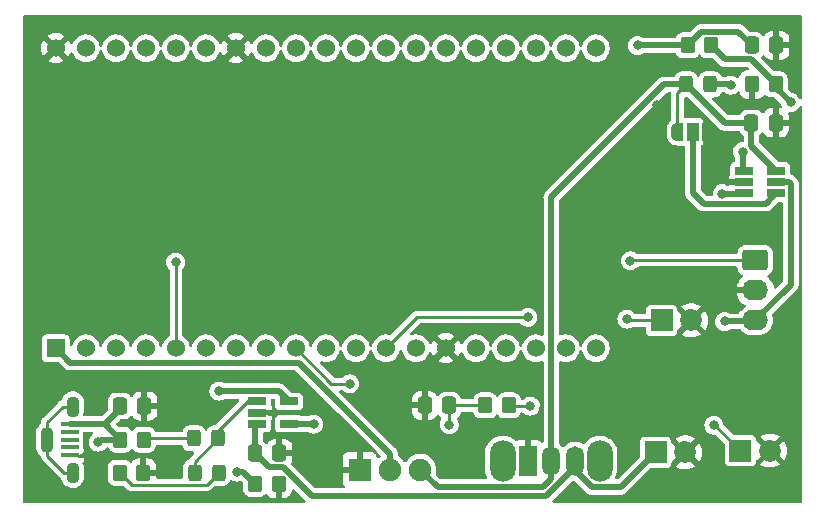
<source format=gbr>
G04 #@! TF.GenerationSoftware,KiCad,Pcbnew,(6.0.4)*
G04 #@! TF.CreationDate,2022-04-15T18:01:26-05:00*
G04 #@! TF.ProjectId,antiprocrastinator_device,616e7469-7072-46f6-9372-617374696e61,rev?*
G04 #@! TF.SameCoordinates,Original*
G04 #@! TF.FileFunction,Copper,L1,Top*
G04 #@! TF.FilePolarity,Positive*
%FSLAX46Y46*%
G04 Gerber Fmt 4.6, Leading zero omitted, Abs format (unit mm)*
G04 Created by KiCad (PCBNEW (6.0.4)) date 2022-04-15 18:01:26*
%MOMM*%
%LPD*%
G01*
G04 APERTURE LIST*
G04 Aperture macros list*
%AMRoundRect*
0 Rectangle with rounded corners*
0 $1 Rounding radius*
0 $2 $3 $4 $5 $6 $7 $8 $9 X,Y pos of 4 corners*
0 Add a 4 corners polygon primitive as box body*
4,1,4,$2,$3,$4,$5,$6,$7,$8,$9,$2,$3,0*
0 Add four circle primitives for the rounded corners*
1,1,$1+$1,$2,$3*
1,1,$1+$1,$4,$5*
1,1,$1+$1,$6,$7*
1,1,$1+$1,$8,$9*
0 Add four rect primitives between the rounded corners*
20,1,$1+$1,$2,$3,$4,$5,0*
20,1,$1+$1,$4,$5,$6,$7,0*
20,1,$1+$1,$6,$7,$8,$9,0*
20,1,$1+$1,$8,$9,$2,$3,0*%
%AMFreePoly0*
4,1,22,0.550000,-0.750000,0.000000,-0.750000,0.000000,-0.745033,-0.079941,-0.743568,-0.215256,-0.701293,-0.333266,-0.622738,-0.424486,-0.514219,-0.481581,-0.384460,-0.499164,-0.250000,-0.500000,-0.250000,-0.500000,0.250000,-0.499164,0.250000,-0.499963,0.256109,-0.478152,0.396186,-0.417904,0.524511,-0.324060,0.630769,-0.204165,0.706417,-0.067858,0.745374,0.000000,0.744959,0.000000,0.750000,
0.550000,0.750000,0.550000,-0.750000,0.550000,-0.750000,$1*%
%AMFreePoly1*
4,1,20,0.000000,0.744959,0.073905,0.744508,0.209726,0.703889,0.328688,0.626782,0.421226,0.519385,0.479903,0.390333,0.500000,0.250000,0.500000,-0.250000,0.499851,-0.262216,0.476331,-0.402017,0.414519,-0.529596,0.319384,-0.634700,0.198574,-0.708877,0.061801,-0.746166,0.000000,-0.745033,0.000000,-0.750000,-0.550000,-0.750000,-0.550000,0.750000,0.000000,0.750000,0.000000,0.744959,
0.000000,0.744959,$1*%
G04 Aperture macros list end*
G04 #@! TA.AperFunction,ComponentPad*
%ADD10R,1.850000X1.850000*%
G04 #@! TD*
G04 #@! TA.AperFunction,ComponentPad*
%ADD11C,1.850000*%
G04 #@! TD*
G04 #@! TA.AperFunction,SMDPad,CuDef*
%ADD12RoundRect,0.250000X-0.325000X-0.450000X0.325000X-0.450000X0.325000X0.450000X-0.325000X0.450000X0*%
G04 #@! TD*
G04 #@! TA.AperFunction,SMDPad,CuDef*
%ADD13RoundRect,0.250000X0.337500X0.475000X-0.337500X0.475000X-0.337500X-0.475000X0.337500X-0.475000X0*%
G04 #@! TD*
G04 #@! TA.AperFunction,SMDPad,CuDef*
%ADD14RoundRect,0.250000X0.325000X0.450000X-0.325000X0.450000X-0.325000X-0.450000X0.325000X-0.450000X0*%
G04 #@! TD*
G04 #@! TA.AperFunction,SMDPad,CuDef*
%ADD15RoundRect,0.250000X0.350000X0.450000X-0.350000X0.450000X-0.350000X-0.450000X0.350000X-0.450000X0*%
G04 #@! TD*
G04 #@! TA.AperFunction,SMDPad,CuDef*
%ADD16RoundRect,0.250000X-0.337500X-0.475000X0.337500X-0.475000X0.337500X0.475000X-0.337500X0.475000X0*%
G04 #@! TD*
G04 #@! TA.AperFunction,SMDPad,CuDef*
%ADD17R,1.500000X0.450000*%
G04 #@! TD*
G04 #@! TA.AperFunction,ComponentPad*
%ADD18O,1.100000X1.800000*%
G04 #@! TD*
G04 #@! TA.AperFunction,ComponentPad*
%ADD19O,1.100000X2.200000*%
G04 #@! TD*
G04 #@! TA.AperFunction,ComponentPad*
%ADD20O,2.200000X3.500000*%
G04 #@! TD*
G04 #@! TA.AperFunction,ComponentPad*
%ADD21R,1.500000X2.500000*%
G04 #@! TD*
G04 #@! TA.AperFunction,ComponentPad*
%ADD22O,1.500000X2.500000*%
G04 #@! TD*
G04 #@! TA.AperFunction,ComponentPad*
%ADD23RoundRect,0.250000X-0.845000X0.620000X-0.845000X-0.620000X0.845000X-0.620000X0.845000X0.620000X0*%
G04 #@! TD*
G04 #@! TA.AperFunction,ComponentPad*
%ADD24O,2.190000X1.740000*%
G04 #@! TD*
G04 #@! TA.AperFunction,SMDPad,CuDef*
%ADD25RoundRect,0.250000X-0.350000X-0.450000X0.350000X-0.450000X0.350000X0.450000X-0.350000X0.450000X0*%
G04 #@! TD*
G04 #@! TA.AperFunction,SMDPad,CuDef*
%ADD26R,1.560000X0.650000*%
G04 #@! TD*
G04 #@! TA.AperFunction,SMDPad,CuDef*
%ADD27FreePoly0,0.000000*%
G04 #@! TD*
G04 #@! TA.AperFunction,SMDPad,CuDef*
%ADD28R,1.000000X1.500000*%
G04 #@! TD*
G04 #@! TA.AperFunction,SMDPad,CuDef*
%ADD29FreePoly1,0.000000*%
G04 #@! TD*
G04 #@! TA.AperFunction,ComponentPad*
%ADD30R,1.530000X1.530000*%
G04 #@! TD*
G04 #@! TA.AperFunction,ComponentPad*
%ADD31C,1.530000*%
G04 #@! TD*
G04 #@! TA.AperFunction,ComponentPad*
%ADD32R,1.910000X1.910000*%
G04 #@! TD*
G04 #@! TA.AperFunction,ComponentPad*
%ADD33C,1.910000*%
G04 #@! TD*
G04 #@! TA.AperFunction,ViaPad*
%ADD34C,0.800000*%
G04 #@! TD*
G04 #@! TA.AperFunction,Conductor*
%ADD35C,0.508000*%
G04 #@! TD*
G04 #@! TA.AperFunction,Conductor*
%ADD36C,0.254000*%
G04 #@! TD*
G04 #@! TA.AperFunction,Conductor*
%ADD37C,0.250000*%
G04 #@! TD*
G04 APERTURE END LIST*
D10*
X124449400Y-64724000D03*
D11*
X126949400Y-64724000D03*
D12*
X126533800Y-44754800D03*
X128583800Y-44754800D03*
D13*
X106476800Y-71932800D03*
X104401800Y-71932800D03*
D14*
X86969600Y-77622400D03*
X84919600Y-77622400D03*
D15*
X134146800Y-44754800D03*
X132146800Y-44754800D03*
D16*
X132058500Y-48006000D03*
X134133500Y-48006000D03*
X90025400Y-75996800D03*
X92100400Y-75996800D03*
D17*
X74332600Y-73528400D03*
X74332600Y-74178400D03*
X74332600Y-74828400D03*
X74332600Y-75478400D03*
X74332600Y-76128400D03*
D18*
X74582600Y-77628400D03*
X74582600Y-72028400D03*
D19*
X72432600Y-74828400D03*
D20*
X111012800Y-76649900D03*
X119212800Y-76649900D03*
D21*
X113112800Y-76649900D03*
D22*
X115112800Y-76649900D03*
X117112800Y-76649900D03*
D23*
X132384800Y-59639200D03*
D24*
X132384800Y-62179200D03*
X132384800Y-64719200D03*
D10*
X123952000Y-75895200D03*
D11*
X126452000Y-75895200D03*
D25*
X78619600Y-74828400D03*
X80619600Y-74828400D03*
D15*
X111524800Y-71932800D03*
X109524800Y-71932800D03*
D26*
X131470400Y-52049600D03*
X131470400Y-52999600D03*
X131470400Y-53949600D03*
X134170400Y-53949600D03*
X134170400Y-52999600D03*
X134170400Y-52049600D03*
D14*
X86918800Y-74726800D03*
X84868800Y-74726800D03*
D25*
X126660400Y-41452800D03*
X128660400Y-41452800D03*
D16*
X132109300Y-41452800D03*
X134184300Y-41452800D03*
D27*
X125801600Y-48768000D03*
D28*
X127101600Y-48768000D03*
D29*
X128401600Y-48768000D03*
D30*
X73170400Y-67088300D03*
D31*
X75710400Y-67088300D03*
X78250400Y-67088300D03*
X80790400Y-67088300D03*
X83330400Y-67088300D03*
X85870400Y-67088300D03*
X88410400Y-67088300D03*
X90950400Y-67088300D03*
X93490400Y-67088300D03*
X96030400Y-67088300D03*
X98570400Y-67088300D03*
X101110400Y-67088300D03*
X103650400Y-67088300D03*
X106190400Y-67088300D03*
X108730400Y-67088300D03*
X111270400Y-67088300D03*
X113810400Y-67088300D03*
X116350400Y-67088300D03*
X118890400Y-67088300D03*
X118890400Y-41688300D03*
X116350400Y-41688300D03*
X113810400Y-41688300D03*
X111270400Y-41688300D03*
X108730400Y-41688300D03*
X106190400Y-41688300D03*
X103650400Y-41688300D03*
X101110400Y-41688300D03*
X98570400Y-41688300D03*
X96030400Y-41688300D03*
X93490400Y-41688300D03*
X90950400Y-41688300D03*
X88410400Y-41688300D03*
X85870400Y-41688300D03*
X83330400Y-41688300D03*
X80790400Y-41688300D03*
X78250400Y-41688300D03*
X75710400Y-41688300D03*
X73170400Y-41688300D03*
D16*
X78595400Y-71983600D03*
X80670400Y-71983600D03*
D25*
X78568800Y-77622400D03*
X80568800Y-77622400D03*
D32*
X98907600Y-77368400D03*
D33*
X101457600Y-77368400D03*
X104007600Y-77368400D03*
D26*
X90220800Y-71592400D03*
X90220800Y-72542400D03*
X90220800Y-73492400D03*
X92920800Y-73492400D03*
X92920800Y-71592400D03*
D10*
X131134800Y-75747600D03*
D11*
X133634800Y-75747600D03*
D25*
X90049600Y-78587600D03*
X92049600Y-78587600D03*
D34*
X134518400Y-69850000D03*
X84937600Y-71272400D03*
X108305600Y-74574400D03*
X132130800Y-46380400D03*
X79349600Y-69850000D03*
X89255600Y-64770000D03*
X113588800Y-51054000D03*
X73355200Y-64008000D03*
X87376000Y-55829200D03*
X82804000Y-76200000D03*
X103682800Y-45212000D03*
X102108000Y-71831200D03*
X82753200Y-73253600D03*
X76657200Y-77724000D03*
X99771200Y-64820800D03*
X78587600Y-59944000D03*
X128879600Y-76504800D03*
X129641600Y-50698400D03*
X108305600Y-77216000D03*
X128981200Y-69850000D03*
X103124000Y-69799200D03*
X73304400Y-56032400D03*
X94843600Y-77165200D03*
X94081600Y-57302400D03*
X76606400Y-69850000D03*
X78587600Y-64058800D03*
X113487200Y-45313600D03*
X118008400Y-62026800D03*
X108153200Y-69596000D03*
X133400800Y-56642000D03*
X124104400Y-46532800D03*
X124917200Y-53492400D03*
X135534400Y-43180000D03*
X135585200Y-39674800D03*
X117652800Y-70053200D03*
X94030800Y-45262800D03*
X94386400Y-64719200D03*
X117144800Y-73355200D03*
X78536800Y-56083200D03*
X113233200Y-69596000D03*
X121158000Y-73406000D03*
X73253600Y-59944000D03*
X103733600Y-57404000D03*
X128828800Y-78790800D03*
X103733600Y-50952400D03*
X128930400Y-56591200D03*
X124104400Y-56591200D03*
X123139200Y-69900800D03*
X135229600Y-50139600D03*
X124815600Y-43129200D03*
X113487200Y-57302400D03*
X93980000Y-50952400D03*
X124866400Y-39725600D03*
X121513600Y-64617600D03*
X113131600Y-64465200D03*
X94996000Y-73507600D03*
X76758800Y-75031600D03*
X98044000Y-70104000D03*
X106476800Y-73558400D03*
X83312000Y-59791600D03*
X121818400Y-59690000D03*
X88544400Y-77571600D03*
X86969600Y-70713600D03*
X113334800Y-71983600D03*
X128879600Y-73609200D03*
X129794000Y-64820800D03*
X122428000Y-41452800D03*
X130302000Y-44805600D03*
X131318000Y-50444400D03*
X129590800Y-54000400D03*
X135382000Y-46278800D03*
D35*
X101457600Y-76017827D02*
X93746584Y-68306811D01*
X93746584Y-68306811D02*
X74388911Y-68306811D01*
X74388911Y-68306811D02*
X73170400Y-67088300D01*
X101457600Y-77368400D02*
X101457600Y-76017827D01*
D36*
X121620000Y-64724000D02*
X121513600Y-64617600D01*
X124449400Y-64724000D02*
X121620000Y-64724000D01*
X103733500Y-64465200D02*
X101110400Y-67088300D01*
X113131600Y-64465200D02*
X103733500Y-64465200D01*
D35*
X126533800Y-44754800D02*
X124675352Y-44754800D01*
X105492620Y-78853420D02*
X114389780Y-78853420D01*
X124675352Y-44754800D02*
X115112800Y-54317352D01*
X132058500Y-48006000D02*
X132058500Y-49937700D01*
X115112800Y-59456800D02*
X115112800Y-76649900D01*
X132058500Y-48006000D02*
X129785000Y-48006000D01*
X104007600Y-77368400D02*
X105492620Y-78853420D01*
X129785000Y-48006000D02*
X126533800Y-44754800D01*
X114389780Y-78853420D02*
X115112800Y-78130400D01*
D37*
X125801600Y-48768000D02*
X125801600Y-45487000D01*
D35*
X115112800Y-78130400D02*
X115112800Y-76649900D01*
X115112800Y-54317352D02*
X115112800Y-59456800D01*
D37*
X125801600Y-45487000D02*
X126533800Y-44754800D01*
D35*
X132058500Y-49937700D02*
X134170400Y-52049600D01*
X78619600Y-74828400D02*
X77291089Y-73499889D01*
X78619600Y-74828400D02*
X76962000Y-74828400D01*
X78595400Y-71983600D02*
X78595400Y-72195578D01*
X78595400Y-72195578D02*
X77291089Y-73499889D01*
X77291089Y-73499889D02*
X74332600Y-73499889D01*
X76962000Y-74828400D02*
X76758800Y-75031600D01*
X92936000Y-73507600D02*
X92920800Y-73492400D01*
X94996000Y-73507600D02*
X92936000Y-73507600D01*
D36*
X106476800Y-71932800D02*
X106029622Y-71932800D01*
X106476800Y-71932800D02*
X106476800Y-73558400D01*
X98044000Y-70104000D02*
X96506100Y-70104000D01*
X109524800Y-71932800D02*
X106476800Y-71932800D01*
X96506100Y-70104000D02*
X93490400Y-67088300D01*
D35*
X134170400Y-53949600D02*
X133266089Y-54853911D01*
X127101600Y-53949600D02*
X127101600Y-48768000D01*
X128005911Y-54853911D02*
X127101600Y-53949600D01*
X133266089Y-54853911D02*
X128005911Y-54853911D01*
D36*
X84919600Y-77622400D02*
X84919600Y-76726000D01*
X89412778Y-71592400D02*
X90220800Y-71592400D01*
X86918800Y-74726800D02*
X86918800Y-74086378D01*
X84919600Y-76726000D02*
X86918800Y-74726800D01*
X86918800Y-74086378D02*
X89412778Y-71592400D01*
X81076800Y-74828400D02*
X80619600Y-74828400D01*
X84868800Y-74726800D02*
X80721200Y-74726800D01*
X80721200Y-74726800D02*
X80619600Y-74828400D01*
X85943080Y-78648920D02*
X86969600Y-77622400D01*
X78568800Y-77622400D02*
X79595320Y-78648920D01*
X79595320Y-78648920D02*
X85943080Y-78648920D01*
X121869200Y-59639200D02*
X121818400Y-59690000D01*
X132384800Y-59639200D02*
X121869200Y-59639200D01*
X83312000Y-59791600D02*
X83330400Y-59810000D01*
X83330400Y-59810000D02*
X83330400Y-67088300D01*
D35*
X92042000Y-70713600D02*
X86969600Y-70713600D01*
X89033600Y-77571600D02*
X90049600Y-78587600D01*
X88544400Y-77571600D02*
X89033600Y-77571600D01*
X92920800Y-71592400D02*
X92042000Y-70713600D01*
D36*
X90049600Y-78587600D02*
X89865200Y-78587600D01*
X113334800Y-71983600D02*
X111575600Y-71983600D01*
X128996400Y-73609200D02*
X128879600Y-73609200D01*
X131134800Y-75747600D02*
X128996400Y-73609200D01*
X111575600Y-71983600D02*
X111524800Y-71932800D01*
X72432600Y-74828400D02*
X72432600Y-76182400D01*
X72432600Y-76182400D02*
X73878600Y-77628400D01*
X72432600Y-73374400D02*
X72432600Y-74828400D01*
X73878600Y-77628400D02*
X74582600Y-77628400D01*
X73778600Y-72028400D02*
X72432600Y-73374400D01*
X74582600Y-72028400D02*
X73778600Y-72028400D01*
D35*
X90025400Y-75996800D02*
X90025400Y-73687800D01*
X123952000Y-75895200D02*
X120993780Y-78853420D01*
X90025400Y-73687800D02*
X90220800Y-73492400D01*
X117112800Y-77149900D02*
X114701760Y-79560940D01*
X120993780Y-78853420D02*
X118569311Y-78853420D01*
X92432247Y-77175320D02*
X91203920Y-77175320D01*
X117112800Y-76649900D02*
X117112800Y-77149900D01*
X91203920Y-77175320D02*
X90025400Y-75996800D01*
X117112800Y-77396909D02*
X117112800Y-76649900D01*
X114701760Y-79560940D02*
X94817867Y-79560940D01*
X118569311Y-78853420D02*
X117112800Y-77396909D01*
X94817867Y-79560940D02*
X92432247Y-77175320D01*
X134170400Y-52999600D02*
X135232422Y-52999600D01*
X129794000Y-64820800D02*
X132283200Y-64820800D01*
X126660400Y-41452800D02*
X122428000Y-41452800D01*
X135403911Y-53171089D02*
X135403911Y-61700089D01*
X132109300Y-41452800D02*
X130955780Y-40299280D01*
X130955780Y-40299280D02*
X127813920Y-40299280D01*
X135403911Y-61700089D02*
X132384800Y-64719200D01*
X135232422Y-52999600D02*
X135403911Y-53171089D01*
X127813920Y-40299280D02*
X126660400Y-41452800D01*
X132283200Y-64820800D02*
X132384800Y-64719200D01*
X131318000Y-51897200D02*
X131470400Y-52049600D01*
X131318000Y-50444400D02*
X131318000Y-51897200D01*
X130251200Y-44754800D02*
X130302000Y-44805600D01*
X128583800Y-44754800D02*
X130251200Y-44754800D01*
X134146800Y-44754800D02*
X134146800Y-45043600D01*
X129838920Y-42631320D02*
X132023320Y-42631320D01*
X128660400Y-41452800D02*
X129838920Y-42631320D01*
X134146800Y-45043600D02*
X135382000Y-46278800D01*
X129590800Y-54000400D02*
X131419600Y-54000400D01*
X132023320Y-42631320D02*
X134146800Y-44754800D01*
X131419600Y-54000400D02*
X131470400Y-53949600D01*
G04 #@! TA.AperFunction,Conductor*
G36*
X132342921Y-44520802D02*
G01*
X132389414Y-44574458D01*
X132400800Y-44626800D01*
X132400800Y-45944684D01*
X132405275Y-45959923D01*
X132406665Y-45961128D01*
X132414348Y-45962799D01*
X132543895Y-45962799D01*
X132550414Y-45962462D01*
X132646006Y-45952543D01*
X132659400Y-45949651D01*
X132813584Y-45898212D01*
X132826762Y-45892039D01*
X132964607Y-45806737D01*
X132976008Y-45797701D01*
X133090539Y-45682971D01*
X133099549Y-45671563D01*
X133108980Y-45656262D01*
X133161752Y-45608768D01*
X133231824Y-45597344D01*
X133296948Y-45625617D01*
X133305336Y-45633282D01*
X133394935Y-45722881D01*
X133536402Y-45806544D01*
X133544014Y-45808755D01*
X133544015Y-45808756D01*
X133648751Y-45839185D01*
X133694231Y-45852398D01*
X133707384Y-45853433D01*
X133728647Y-45855107D01*
X133728660Y-45855108D01*
X133731106Y-45855300D01*
X133980707Y-45855300D01*
X134048828Y-45875302D01*
X134069802Y-45892205D01*
X134560610Y-46383013D01*
X134593835Y-46444203D01*
X134594039Y-46446286D01*
X134596261Y-46452966D01*
X134596262Y-46452970D01*
X134647692Y-46607575D01*
X134650214Y-46678526D01*
X134613977Y-46739579D01*
X134550485Y-46771348D01*
X134521702Y-46773182D01*
X134518141Y-46773000D01*
X134405615Y-46773000D01*
X134390376Y-46777475D01*
X134389171Y-46778865D01*
X134387500Y-46786548D01*
X134387500Y-47733885D01*
X134391975Y-47749124D01*
X134393365Y-47750329D01*
X134401048Y-47752000D01*
X135210884Y-47752000D01*
X135226123Y-47747525D01*
X135227328Y-47746135D01*
X135228999Y-47738452D01*
X135228999Y-47483905D01*
X135228662Y-47477386D01*
X135218743Y-47381794D01*
X135215851Y-47368400D01*
X135173536Y-47241564D01*
X135170952Y-47170614D01*
X135207136Y-47109530D01*
X135270600Y-47077706D01*
X135309722Y-47076795D01*
X135337504Y-47080502D01*
X135358150Y-47083257D01*
X135358153Y-47083257D01*
X135365130Y-47084188D01*
X135372142Y-47083550D01*
X135372146Y-47083550D01*
X135536960Y-47068551D01*
X135536961Y-47068551D01*
X135543981Y-47067912D01*
X135657499Y-47031027D01*
X135708082Y-47014592D01*
X135714782Y-47012415D01*
X135739239Y-46997836D01*
X135862992Y-46924065D01*
X135862994Y-46924064D01*
X135869044Y-46920457D01*
X135999099Y-46796607D01*
X136006048Y-46786149D01*
X136094582Y-46652893D01*
X136098483Y-46647022D01*
X136100984Y-46640437D01*
X136100987Y-46640432D01*
X136103412Y-46634047D01*
X136146300Y-46577469D01*
X136212968Y-46553059D01*
X136282250Y-46568568D01*
X136332149Y-46619072D01*
X136347200Y-46678790D01*
X136347200Y-80036400D01*
X136327198Y-80104521D01*
X136273542Y-80151014D01*
X136221200Y-80162400D01*
X115330093Y-80162400D01*
X115261972Y-80142398D01*
X115215479Y-80088742D01*
X115205375Y-80018468D01*
X115234869Y-79953888D01*
X115240998Y-79947305D01*
X116858724Y-78329579D01*
X116921036Y-78295553D01*
X116972398Y-78295095D01*
X116992025Y-78298999D01*
X116997800Y-78299075D01*
X116997804Y-78299075D01*
X117039356Y-78299619D01*
X117107209Y-78320511D01*
X117126801Y-78336513D01*
X118048856Y-79258568D01*
X118056776Y-79267272D01*
X118061002Y-79273930D01*
X118066779Y-79279355D01*
X118112348Y-79322147D01*
X118115190Y-79324902D01*
X118135627Y-79345339D01*
X118139081Y-79348018D01*
X118148106Y-79355726D01*
X118181548Y-79387130D01*
X118188494Y-79390949D01*
X118188496Y-79390950D01*
X118193367Y-79393627D01*
X118200177Y-79397371D01*
X118216695Y-79408220D01*
X118233496Y-79421253D01*
X118240773Y-79424402D01*
X118275602Y-79439474D01*
X118286247Y-79444689D01*
X118326458Y-79466795D01*
X118334140Y-79468767D01*
X118334139Y-79468767D01*
X118347042Y-79472080D01*
X118365750Y-79478485D01*
X118368300Y-79479588D01*
X118377990Y-79483782D01*
X118377994Y-79483783D01*
X118385261Y-79486928D01*
X118393085Y-79488167D01*
X118393088Y-79488168D01*
X118430576Y-79494105D01*
X118442202Y-79496513D01*
X118478951Y-79505949D01*
X118478952Y-79505949D01*
X118486628Y-79507920D01*
X118507880Y-79507920D01*
X118527590Y-79509471D01*
X118548590Y-79512797D01*
X118594272Y-79508479D01*
X118606127Y-79507920D01*
X120912259Y-79507920D01*
X120924000Y-79508473D01*
X120931697Y-79510194D01*
X120939623Y-79509945D01*
X120939624Y-79509945D01*
X121002087Y-79507982D01*
X121006045Y-79507920D01*
X121034958Y-79507920D01*
X121038877Y-79507425D01*
X121038879Y-79507425D01*
X121039305Y-79507371D01*
X121051119Y-79506442D01*
X121089061Y-79505249D01*
X121089062Y-79505249D01*
X121096980Y-79505000D01*
X121117395Y-79499069D01*
X121136753Y-79495060D01*
X121140447Y-79494593D01*
X121149975Y-79493390D01*
X121149977Y-79493390D01*
X121157841Y-79492396D01*
X121179598Y-79483782D01*
X121200492Y-79475510D01*
X121211721Y-79471665D01*
X121221696Y-79468767D01*
X121255779Y-79458865D01*
X121274078Y-79448043D01*
X121291825Y-79439348D01*
X121311594Y-79431521D01*
X121348707Y-79404557D01*
X121358626Y-79398042D01*
X121391286Y-79378727D01*
X121391290Y-79378724D01*
X121398116Y-79374687D01*
X121413145Y-79359658D01*
X121428179Y-79346817D01*
X121438963Y-79338982D01*
X121445377Y-79334322D01*
X121474632Y-79298958D01*
X121482611Y-79290192D01*
X123515198Y-77257605D01*
X123577510Y-77223579D01*
X123604293Y-77220700D01*
X124790904Y-77220699D01*
X124908518Y-77220699D01*
X124913412Y-77219924D01*
X124992506Y-77207398D01*
X124992508Y-77207397D01*
X125002304Y-77205846D01*
X125025950Y-77193798D01*
X125045489Y-77183842D01*
X125115342Y-77148250D01*
X125188708Y-77074884D01*
X125637146Y-77074884D01*
X125642427Y-77081938D01*
X125826238Y-77189348D01*
X125835525Y-77193798D01*
X126046005Y-77274172D01*
X126055903Y-77277048D01*
X126276685Y-77321966D01*
X126286913Y-77323185D01*
X126512064Y-77331442D01*
X126522350Y-77330975D01*
X126745831Y-77302346D01*
X126755909Y-77300204D01*
X126971707Y-77235461D01*
X126981305Y-77231699D01*
X127183637Y-77132579D01*
X127192475Y-77127310D01*
X127255021Y-77082697D01*
X127263421Y-77071998D01*
X127256432Y-77058842D01*
X126464812Y-76267222D01*
X126450868Y-76259608D01*
X126449035Y-76259739D01*
X126442420Y-76263990D01*
X125643906Y-77062504D01*
X125637146Y-77074884D01*
X125188708Y-77074884D01*
X125205050Y-77058542D01*
X125262646Y-76945504D01*
X125264295Y-76935097D01*
X125271039Y-76892514D01*
X125277500Y-76851719D01*
X125277500Y-76762680D01*
X125297502Y-76694559D01*
X125314405Y-76673585D01*
X126079978Y-75908012D01*
X126086356Y-75896332D01*
X126816408Y-75896332D01*
X126816539Y-75898165D01*
X126820790Y-75904780D01*
X127616216Y-76700206D01*
X127628226Y-76706764D01*
X127639966Y-76697796D01*
X127681511Y-76639980D01*
X127686821Y-76631143D01*
X127786642Y-76429172D01*
X127790440Y-76419579D01*
X127855935Y-76204010D01*
X127858112Y-76193940D01*
X127887757Y-75968764D01*
X127888276Y-75962089D01*
X127889829Y-75898564D01*
X127889635Y-75891846D01*
X127871027Y-75665513D01*
X127869342Y-75655333D01*
X127814456Y-75436823D01*
X127811136Y-75427072D01*
X127721296Y-75220451D01*
X127716430Y-75211376D01*
X127639304Y-75092159D01*
X127628618Y-75082955D01*
X127619051Y-75087359D01*
X126824022Y-75882388D01*
X126816408Y-75896332D01*
X126086356Y-75896332D01*
X126087592Y-75894068D01*
X126087461Y-75892235D01*
X126083210Y-75885620D01*
X125314404Y-75116814D01*
X125280378Y-75054502D01*
X125277499Y-75027719D01*
X125277499Y-74938682D01*
X125270799Y-74896375D01*
X125264198Y-74854694D01*
X125264197Y-74854692D01*
X125262646Y-74844896D01*
X125205050Y-74731858D01*
X125191248Y-74718056D01*
X125639652Y-74718056D01*
X125646398Y-74730388D01*
X126439188Y-75523178D01*
X126453132Y-75530792D01*
X126454965Y-75530661D01*
X126461580Y-75526410D01*
X127258790Y-74729200D01*
X127265811Y-74716343D01*
X127258038Y-74705675D01*
X127251786Y-74700738D01*
X127243205Y-74695036D01*
X127045955Y-74586148D01*
X127036560Y-74581927D01*
X126824180Y-74506719D01*
X126814217Y-74504087D01*
X126592407Y-74464576D01*
X126582156Y-74463607D01*
X126356866Y-74460855D01*
X126346582Y-74461575D01*
X126123879Y-74495653D01*
X126113852Y-74498042D01*
X125899705Y-74568036D01*
X125890196Y-74572033D01*
X125690360Y-74676061D01*
X125681635Y-74681555D01*
X125648106Y-74706730D01*
X125639652Y-74718056D01*
X125191248Y-74718056D01*
X125115342Y-74642150D01*
X125002304Y-74584554D01*
X124992515Y-74583004D01*
X124992513Y-74583003D01*
X124956169Y-74577247D01*
X124908519Y-74569700D01*
X123952194Y-74569700D01*
X122995482Y-74569701D01*
X122990589Y-74570476D01*
X122990588Y-74570476D01*
X122911494Y-74583002D01*
X122911492Y-74583003D01*
X122901696Y-74584554D01*
X122788658Y-74642150D01*
X122698950Y-74731858D01*
X122641354Y-74844896D01*
X122626500Y-74938681D01*
X122626501Y-75613491D01*
X122626501Y-76242906D01*
X122606499Y-76311027D01*
X122589596Y-76332001D01*
X120759582Y-78162015D01*
X120697270Y-78196041D01*
X120670487Y-78198920D01*
X120647252Y-78198920D01*
X120579131Y-78178918D01*
X120532638Y-78125262D01*
X120522534Y-78054988D01*
X120532964Y-78019870D01*
X120623656Y-77824491D01*
X120623657Y-77824487D01*
X120625835Y-77819796D01*
X120691774Y-77582029D01*
X120693704Y-77563969D01*
X120712944Y-77383943D01*
X120712944Y-77383935D01*
X120713300Y-77380608D01*
X120713300Y-75937346D01*
X120712367Y-75925998D01*
X120698649Y-75759140D01*
X120698648Y-75759134D01*
X120698225Y-75753989D01*
X120638116Y-75514683D01*
X120564399Y-75345146D01*
X120541793Y-75293156D01*
X120541793Y-75293155D01*
X120539728Y-75288407D01*
X120405705Y-75081239D01*
X120379435Y-75052368D01*
X120350303Y-75020353D01*
X120239646Y-74898742D01*
X120235595Y-74895543D01*
X120235591Y-74895539D01*
X120050064Y-74749019D01*
X120050059Y-74749016D01*
X120046010Y-74745818D01*
X120041494Y-74743325D01*
X120041491Y-74743323D01*
X119834522Y-74629070D01*
X119834518Y-74629068D01*
X119829998Y-74626573D01*
X119825129Y-74624849D01*
X119825125Y-74624847D01*
X119602285Y-74545935D01*
X119602281Y-74545934D01*
X119597410Y-74544209D01*
X119592317Y-74543302D01*
X119592314Y-74543301D01*
X119359583Y-74501845D01*
X119359577Y-74501844D01*
X119354494Y-74500939D01*
X119275124Y-74499969D01*
X119112942Y-74497988D01*
X119112940Y-74497988D01*
X119107772Y-74497925D01*
X118863870Y-74535247D01*
X118629340Y-74611903D01*
X118410479Y-74725835D01*
X118406346Y-74728938D01*
X118406343Y-74728940D01*
X118217299Y-74870878D01*
X118213164Y-74873983D01*
X118181706Y-74906902D01*
X118058489Y-75035842D01*
X118042696Y-75052368D01*
X118039782Y-75056640D01*
X118039781Y-75056641D01*
X117956791Y-75178300D01*
X117901880Y-75223303D01*
X117831355Y-75231474D01*
X117785467Y-75213857D01*
X117642242Y-75123488D01*
X117642233Y-75123483D01*
X117637354Y-75120405D01*
X117440960Y-75042052D01*
X117435303Y-75040927D01*
X117435297Y-75040925D01*
X117239242Y-75001928D01*
X117239240Y-75001928D01*
X117233575Y-75000801D01*
X117227800Y-75000725D01*
X117227796Y-75000725D01*
X117121776Y-74999337D01*
X117022146Y-74998033D01*
X117016449Y-74999012D01*
X117016448Y-74999012D01*
X116819450Y-75032862D01*
X116819449Y-75032862D01*
X116813753Y-75033841D01*
X116615375Y-75107027D01*
X116610414Y-75109979D01*
X116610413Y-75109979D01*
X116450670Y-75205016D01*
X116433656Y-75215138D01*
X116274681Y-75354555D01*
X116271110Y-75359084D01*
X116271105Y-75359090D01*
X116212099Y-75433940D01*
X116154219Y-75475054D01*
X116083299Y-75478348D01*
X116021856Y-75442777D01*
X116012191Y-75431324D01*
X115974904Y-75381391D01*
X115974903Y-75381390D01*
X115971451Y-75376767D01*
X115859142Y-75272950D01*
X115820421Y-75237156D01*
X115820418Y-75237154D01*
X115816181Y-75233237D01*
X115815619Y-75232882D01*
X115774729Y-75176885D01*
X115767300Y-75134259D01*
X115767300Y-73597953D01*
X128074114Y-73597953D01*
X128091639Y-73776686D01*
X128093862Y-73783368D01*
X128093862Y-73783369D01*
X128143606Y-73932906D01*
X128148326Y-73947096D01*
X128151973Y-73953118D01*
X128227223Y-74077370D01*
X128241359Y-74100712D01*
X128246248Y-74105775D01*
X128246249Y-74105776D01*
X128300641Y-74162100D01*
X128366114Y-74229899D01*
X128516389Y-74328236D01*
X128684716Y-74390836D01*
X128691697Y-74391767D01*
X128691699Y-74391768D01*
X128855749Y-74413657D01*
X128855753Y-74413657D01*
X128862730Y-74414588D01*
X128869741Y-74413950D01*
X128869744Y-74413950D01*
X128920121Y-74409365D01*
X128980907Y-74403833D01*
X129050559Y-74417578D01*
X129081422Y-74440219D01*
X129772396Y-75131194D01*
X129806421Y-75193506D01*
X129809300Y-75220289D01*
X129809301Y-75960076D01*
X129809301Y-76704118D01*
X129810076Y-76709009D01*
X129810076Y-76709012D01*
X129822487Y-76787376D01*
X129824154Y-76797904D01*
X129881750Y-76910942D01*
X129971458Y-77000650D01*
X130084496Y-77058246D01*
X130094285Y-77059796D01*
X130094287Y-77059797D01*
X130118590Y-77063646D01*
X130178281Y-77073100D01*
X131134606Y-77073100D01*
X132091318Y-77073099D01*
X132098270Y-77071998D01*
X132175306Y-77059798D01*
X132175308Y-77059797D01*
X132185104Y-77058246D01*
X132206648Y-77047269D01*
X132217483Y-77041748D01*
X132298142Y-77000650D01*
X132371508Y-76927284D01*
X132819946Y-76927284D01*
X132825227Y-76934338D01*
X133009038Y-77041748D01*
X133018325Y-77046198D01*
X133228805Y-77126572D01*
X133238703Y-77129448D01*
X133459485Y-77174366D01*
X133469713Y-77175585D01*
X133694864Y-77183842D01*
X133705150Y-77183375D01*
X133928631Y-77154746D01*
X133938709Y-77152604D01*
X134154507Y-77087861D01*
X134164105Y-77084099D01*
X134366437Y-76984979D01*
X134375275Y-76979710D01*
X134437821Y-76935097D01*
X134446221Y-76924398D01*
X134439232Y-76911242D01*
X133647612Y-76119622D01*
X133633668Y-76112008D01*
X133631835Y-76112139D01*
X133625220Y-76116390D01*
X132826706Y-76914904D01*
X132819946Y-76927284D01*
X132371508Y-76927284D01*
X132387850Y-76910942D01*
X132445446Y-76797904D01*
X132447114Y-76787376D01*
X132455546Y-76734136D01*
X132460300Y-76704119D01*
X132460300Y-76615080D01*
X132480302Y-76546959D01*
X132497205Y-76525985D01*
X133262778Y-75760412D01*
X133269156Y-75748732D01*
X133999208Y-75748732D01*
X133999339Y-75750565D01*
X134003590Y-75757180D01*
X134799016Y-76552606D01*
X134811026Y-76559164D01*
X134822766Y-76550196D01*
X134864311Y-76492380D01*
X134869621Y-76483543D01*
X134969442Y-76281572D01*
X134973240Y-76271979D01*
X135038735Y-76056410D01*
X135040912Y-76046340D01*
X135070557Y-75821164D01*
X135071076Y-75814489D01*
X135072629Y-75750964D01*
X135072435Y-75744246D01*
X135053827Y-75517913D01*
X135052142Y-75507733D01*
X134997256Y-75289223D01*
X134993936Y-75279472D01*
X134904096Y-75072851D01*
X134899230Y-75063776D01*
X134822104Y-74944559D01*
X134811418Y-74935355D01*
X134801851Y-74939759D01*
X134006822Y-75734788D01*
X133999208Y-75748732D01*
X133269156Y-75748732D01*
X133270392Y-75746468D01*
X133270261Y-75744635D01*
X133266010Y-75738020D01*
X132497204Y-74969214D01*
X132463178Y-74906902D01*
X132460299Y-74880119D01*
X132460299Y-74791082D01*
X132456030Y-74764128D01*
X132446998Y-74707094D01*
X132446997Y-74707092D01*
X132445446Y-74697296D01*
X132387850Y-74584258D01*
X132374048Y-74570456D01*
X132822452Y-74570456D01*
X132829198Y-74582788D01*
X133621988Y-75375578D01*
X133635932Y-75383192D01*
X133637765Y-75383061D01*
X133644380Y-75378810D01*
X134441590Y-74581600D01*
X134448611Y-74568743D01*
X134440838Y-74558075D01*
X134434586Y-74553138D01*
X134426005Y-74547436D01*
X134228755Y-74438548D01*
X134219360Y-74434327D01*
X134006980Y-74359119D01*
X133997017Y-74356487D01*
X133775207Y-74316976D01*
X133764956Y-74316007D01*
X133539666Y-74313255D01*
X133529382Y-74313975D01*
X133306679Y-74348053D01*
X133296652Y-74350442D01*
X133082505Y-74420436D01*
X133072996Y-74424433D01*
X132873160Y-74528461D01*
X132864435Y-74533955D01*
X132830906Y-74559130D01*
X132822452Y-74570456D01*
X132374048Y-74570456D01*
X132298142Y-74494550D01*
X132185104Y-74436954D01*
X132175315Y-74435404D01*
X132175313Y-74435403D01*
X132140977Y-74429965D01*
X132091319Y-74422100D01*
X131958181Y-74422100D01*
X130607489Y-74422101D01*
X130539368Y-74402099D01*
X130518394Y-74385196D01*
X129709136Y-73575938D01*
X129675110Y-73513626D01*
X129673016Y-73500889D01*
X129665931Y-73437726D01*
X129665146Y-73430728D01*
X129659027Y-73413155D01*
X129621211Y-73304564D01*
X129606085Y-73261127D01*
X129592511Y-73239403D01*
X129514649Y-73114799D01*
X129510916Y-73108825D01*
X129435916Y-73033300D01*
X129389333Y-72986390D01*
X129389329Y-72986387D01*
X129384370Y-72981393D01*
X129376946Y-72976681D01*
X129296076Y-72925360D01*
X129232736Y-72885163D01*
X129202952Y-72874557D01*
X129070186Y-72827281D01*
X129070181Y-72827280D01*
X129063551Y-72824919D01*
X129056565Y-72824086D01*
X129056561Y-72824085D01*
X128925722Y-72808484D01*
X128885224Y-72803655D01*
X128878221Y-72804391D01*
X128878220Y-72804391D01*
X128713625Y-72821690D01*
X128713621Y-72821691D01*
X128706617Y-72822427D01*
X128699946Y-72824698D01*
X128543277Y-72878032D01*
X128543274Y-72878033D01*
X128536607Y-72880303D01*
X128530609Y-72883993D01*
X128530607Y-72883994D01*
X128468753Y-72922047D01*
X128383645Y-72974406D01*
X128378614Y-72979332D01*
X128378611Y-72979335D01*
X128328303Y-73028601D01*
X128255332Y-73100059D01*
X128251513Y-73105984D01*
X128251512Y-73105986D01*
X128182080Y-73213723D01*
X128158046Y-73251017D01*
X128155637Y-73257637D01*
X128155635Y-73257640D01*
X128138556Y-73304564D01*
X128096622Y-73419778D01*
X128074114Y-73597953D01*
X115767300Y-73597953D01*
X115767300Y-68297656D01*
X115787302Y-68229535D01*
X115840958Y-68183042D01*
X115911232Y-68172938D01*
X115943039Y-68181888D01*
X115988698Y-68201505D01*
X116065466Y-68218876D01*
X116191983Y-68247504D01*
X116191988Y-68247505D01*
X116197620Y-68248779D01*
X116203391Y-68249006D01*
X116203393Y-68249006D01*
X116267261Y-68251515D01*
X116411659Y-68257189D01*
X116517653Y-68241820D01*
X116617932Y-68227281D01*
X116617937Y-68227280D01*
X116623646Y-68226452D01*
X116629110Y-68224597D01*
X116629115Y-68224596D01*
X116821014Y-68159455D01*
X116826482Y-68157599D01*
X117013375Y-68052934D01*
X117178064Y-67915964D01*
X117315034Y-67751275D01*
X117419699Y-67564382D01*
X117451341Y-67471167D01*
X117486696Y-67367015D01*
X117486697Y-67367010D01*
X117488552Y-67361546D01*
X117489380Y-67355835D01*
X117489381Y-67355831D01*
X117495295Y-67315039D01*
X117524864Y-67250493D01*
X117584636Y-67212180D01*
X117655632Y-67212264D01*
X117715313Y-67250718D01*
X117742114Y-67302103D01*
X117748741Y-67328197D01*
X117787045Y-67479019D01*
X117876723Y-67673546D01*
X118000350Y-67848474D01*
X118153785Y-67997944D01*
X118158581Y-68001149D01*
X118158584Y-68001151D01*
X118240302Y-68055753D01*
X118331889Y-68116949D01*
X118337192Y-68119227D01*
X118337195Y-68119229D01*
X118478909Y-68180114D01*
X118528698Y-68201505D01*
X118605466Y-68218876D01*
X118731983Y-68247504D01*
X118731988Y-68247505D01*
X118737620Y-68248779D01*
X118743391Y-68249006D01*
X118743393Y-68249006D01*
X118807261Y-68251515D01*
X118951659Y-68257189D01*
X119057653Y-68241820D01*
X119157932Y-68227281D01*
X119157937Y-68227280D01*
X119163646Y-68226452D01*
X119169110Y-68224597D01*
X119169115Y-68224596D01*
X119361014Y-68159455D01*
X119366482Y-68157599D01*
X119553375Y-68052934D01*
X119718064Y-67915964D01*
X119855034Y-67751275D01*
X119959699Y-67564382D01*
X119991341Y-67471167D01*
X120026696Y-67367015D01*
X120026697Y-67367010D01*
X120028552Y-67361546D01*
X120029380Y-67355837D01*
X120029381Y-67355832D01*
X120058756Y-67153233D01*
X120059289Y-67149559D01*
X120060893Y-67088300D01*
X120041293Y-66874995D01*
X120038852Y-66866339D01*
X119984717Y-66674392D01*
X119984716Y-66674390D01*
X119983149Y-66668833D01*
X119977097Y-66656559D01*
X119890964Y-66481900D01*
X119888409Y-66476719D01*
X119869058Y-66450804D01*
X119763699Y-66309711D01*
X119763698Y-66309710D01*
X119760246Y-66305087D01*
X119654995Y-66207794D01*
X119607191Y-66163604D01*
X119607188Y-66163602D01*
X119602951Y-66159685D01*
X119421793Y-66045383D01*
X119245810Y-65975173D01*
X119228202Y-65968148D01*
X119222838Y-65966008D01*
X119217178Y-65964882D01*
X119217174Y-65964881D01*
X119018417Y-65925346D01*
X119018415Y-65925346D01*
X119012750Y-65924219D01*
X119006975Y-65924143D01*
X119006971Y-65924143D01*
X118899537Y-65922737D01*
X118798564Y-65921415D01*
X118792867Y-65922394D01*
X118792866Y-65922394D01*
X118593144Y-65956713D01*
X118593141Y-65956714D01*
X118587454Y-65957691D01*
X118386490Y-66031830D01*
X118338302Y-66060499D01*
X118207369Y-66138395D01*
X118207366Y-66138397D01*
X118202401Y-66141351D01*
X118198061Y-66145157D01*
X118198057Y-66145160D01*
X118045695Y-66278779D01*
X118041354Y-66282586D01*
X117908742Y-66450804D01*
X117906053Y-66455915D01*
X117906051Y-66455918D01*
X117855413Y-66552165D01*
X117809005Y-66640372D01*
X117745485Y-66844941D01*
X117744806Y-66850677D01*
X117743605Y-66856328D01*
X117741435Y-66855867D01*
X117717394Y-66912224D01*
X117658654Y-66952100D01*
X117587680Y-66953889D01*
X117527006Y-66917023D01*
X117498852Y-66866339D01*
X117444717Y-66674392D01*
X117444716Y-66674390D01*
X117443149Y-66668833D01*
X117437097Y-66656559D01*
X117350964Y-66481900D01*
X117348409Y-66476719D01*
X117329058Y-66450804D01*
X117223699Y-66309711D01*
X117223698Y-66309710D01*
X117220246Y-66305087D01*
X117114995Y-66207794D01*
X117067191Y-66163604D01*
X117067188Y-66163602D01*
X117062951Y-66159685D01*
X116881793Y-66045383D01*
X116705810Y-65975173D01*
X116688202Y-65968148D01*
X116682838Y-65966008D01*
X116677178Y-65964882D01*
X116677174Y-65964881D01*
X116478417Y-65925346D01*
X116478415Y-65925346D01*
X116472750Y-65924219D01*
X116466975Y-65924143D01*
X116466971Y-65924143D01*
X116359537Y-65922737D01*
X116258564Y-65921415D01*
X116252867Y-65922394D01*
X116252866Y-65922394D01*
X116053144Y-65956713D01*
X116053141Y-65956714D01*
X116047454Y-65957691D01*
X115936908Y-65998473D01*
X115866078Y-66003285D01*
X115803887Y-65969038D01*
X115770085Y-65906605D01*
X115767300Y-65880261D01*
X115767300Y-64606353D01*
X120708114Y-64606353D01*
X120708801Y-64613360D01*
X120708801Y-64613363D01*
X120711253Y-64638369D01*
X120725639Y-64785086D01*
X120782326Y-64955496D01*
X120785973Y-64961518D01*
X120862900Y-65088539D01*
X120875359Y-65109112D01*
X120880248Y-65114175D01*
X120880249Y-65114176D01*
X120916792Y-65152017D01*
X121000114Y-65238299D01*
X121150389Y-65336636D01*
X121318716Y-65399236D01*
X121325697Y-65400167D01*
X121325699Y-65400168D01*
X121489749Y-65422057D01*
X121489753Y-65422057D01*
X121496730Y-65422988D01*
X121503742Y-65422350D01*
X121503746Y-65422350D01*
X121668560Y-65407351D01*
X121668561Y-65407351D01*
X121675581Y-65406712D01*
X121846382Y-65351215D01*
X121875694Y-65333742D01*
X121921747Y-65306289D01*
X121983845Y-65269271D01*
X122048362Y-65251500D01*
X122997901Y-65251500D01*
X123066022Y-65271502D01*
X123112515Y-65325158D01*
X123123901Y-65377500D01*
X123123901Y-65680518D01*
X123124676Y-65685409D01*
X123124676Y-65685412D01*
X123136858Y-65762330D01*
X123138754Y-65774304D01*
X123196350Y-65887342D01*
X123286058Y-65977050D01*
X123399096Y-66034646D01*
X123408885Y-66036196D01*
X123408887Y-66036197D01*
X123427489Y-66039143D01*
X123492881Y-66049500D01*
X124449206Y-66049500D01*
X125405918Y-66049499D01*
X125410812Y-66048724D01*
X125489906Y-66036198D01*
X125489908Y-66036197D01*
X125499704Y-66034646D01*
X125515223Y-66026739D01*
X125536416Y-66015940D01*
X125612742Y-65977050D01*
X125686108Y-65903684D01*
X126134546Y-65903684D01*
X126139827Y-65910738D01*
X126323638Y-66018148D01*
X126332925Y-66022598D01*
X126543405Y-66102972D01*
X126553303Y-66105848D01*
X126774085Y-66150766D01*
X126784313Y-66151985D01*
X127009464Y-66160242D01*
X127019750Y-66159775D01*
X127243231Y-66131146D01*
X127253309Y-66129004D01*
X127469107Y-66064261D01*
X127478705Y-66060499D01*
X127681037Y-65961379D01*
X127689875Y-65956110D01*
X127752421Y-65911497D01*
X127760821Y-65900798D01*
X127753832Y-65887642D01*
X126962212Y-65096022D01*
X126948268Y-65088408D01*
X126946435Y-65088539D01*
X126939820Y-65092790D01*
X126141306Y-65891304D01*
X126134546Y-65903684D01*
X125686108Y-65903684D01*
X125702450Y-65887342D01*
X125760046Y-65774304D01*
X125761943Y-65762330D01*
X125774125Y-65685412D01*
X125774900Y-65680519D01*
X125774900Y-65591480D01*
X125794902Y-65523359D01*
X125811805Y-65502385D01*
X126577378Y-64736812D01*
X126583756Y-64725132D01*
X127313808Y-64725132D01*
X127313939Y-64726965D01*
X127318190Y-64733580D01*
X128113616Y-65529006D01*
X128125626Y-65535564D01*
X128137366Y-65526596D01*
X128178911Y-65468780D01*
X128184221Y-65459943D01*
X128284042Y-65257972D01*
X128287840Y-65248379D01*
X128353335Y-65032810D01*
X128355512Y-65022740D01*
X128385157Y-64797564D01*
X128385676Y-64790889D01*
X128387229Y-64727364D01*
X128387035Y-64720646D01*
X128368427Y-64494313D01*
X128366742Y-64484133D01*
X128311856Y-64265623D01*
X128308536Y-64255872D01*
X128218696Y-64049251D01*
X128213830Y-64040176D01*
X128136704Y-63920959D01*
X128126018Y-63911755D01*
X128116451Y-63916159D01*
X127321422Y-64711188D01*
X127313808Y-64725132D01*
X126583756Y-64725132D01*
X126584992Y-64722868D01*
X126584861Y-64721035D01*
X126580610Y-64714420D01*
X125811804Y-63945614D01*
X125777778Y-63883302D01*
X125774899Y-63856519D01*
X125774899Y-63767482D01*
X125769961Y-63736303D01*
X125761598Y-63683494D01*
X125761597Y-63683492D01*
X125760046Y-63673696D01*
X125702450Y-63560658D01*
X125688648Y-63546856D01*
X126137052Y-63546856D01*
X126143798Y-63559188D01*
X126936588Y-64351978D01*
X126950532Y-64359592D01*
X126952365Y-64359461D01*
X126958980Y-64355210D01*
X127756190Y-63558000D01*
X127763211Y-63545143D01*
X127755438Y-63534475D01*
X127749186Y-63529538D01*
X127740605Y-63523836D01*
X127543355Y-63414948D01*
X127533960Y-63410727D01*
X127321580Y-63335519D01*
X127311617Y-63332887D01*
X127089807Y-63293376D01*
X127079556Y-63292407D01*
X126854266Y-63289655D01*
X126843982Y-63290375D01*
X126621279Y-63324453D01*
X126611252Y-63326842D01*
X126397105Y-63396836D01*
X126387596Y-63400833D01*
X126187760Y-63504861D01*
X126179035Y-63510355D01*
X126145506Y-63535530D01*
X126137052Y-63546856D01*
X125688648Y-63546856D01*
X125612742Y-63470950D01*
X125499704Y-63413354D01*
X125489915Y-63411804D01*
X125489913Y-63411803D01*
X125462551Y-63407470D01*
X125405919Y-63398500D01*
X124449594Y-63398500D01*
X123492882Y-63398501D01*
X123487989Y-63399276D01*
X123487988Y-63399276D01*
X123408894Y-63411802D01*
X123408892Y-63411803D01*
X123399096Y-63413354D01*
X123286058Y-63470950D01*
X123196350Y-63560658D01*
X123138754Y-63673696D01*
X123123900Y-63767481D01*
X123123900Y-64070500D01*
X123103898Y-64138621D01*
X123050242Y-64185114D01*
X122997900Y-64196500D01*
X122264296Y-64196500D01*
X122196175Y-64176498D01*
X122157443Y-64137272D01*
X122148649Y-64123199D01*
X122144916Y-64117225D01*
X122062818Y-64034552D01*
X122023333Y-63994790D01*
X122023329Y-63994787D01*
X122018370Y-63989793D01*
X122007361Y-63982806D01*
X121947105Y-63944567D01*
X121866736Y-63893563D01*
X121836952Y-63882957D01*
X121704186Y-63835681D01*
X121704181Y-63835680D01*
X121697551Y-63833319D01*
X121690565Y-63832486D01*
X121690561Y-63832485D01*
X121562777Y-63817248D01*
X121519224Y-63812055D01*
X121512221Y-63812791D01*
X121512220Y-63812791D01*
X121347625Y-63830090D01*
X121347621Y-63830091D01*
X121340617Y-63830827D01*
X121333946Y-63833098D01*
X121177277Y-63886432D01*
X121177274Y-63886433D01*
X121170607Y-63888703D01*
X121164609Y-63892393D01*
X121164607Y-63892394D01*
X121118176Y-63920959D01*
X121017645Y-63982806D01*
X121012614Y-63987732D01*
X121012611Y-63987735D01*
X120957150Y-64042047D01*
X120889332Y-64108459D01*
X120885513Y-64114384D01*
X120885512Y-64114386D01*
X120839931Y-64185114D01*
X120792046Y-64259417D01*
X120789637Y-64266037D01*
X120789635Y-64266040D01*
X120773316Y-64310877D01*
X120730622Y-64428178D01*
X120708114Y-64606353D01*
X115767300Y-64606353D01*
X115767300Y-54640645D01*
X115787302Y-54572524D01*
X115804205Y-54551550D01*
X124909550Y-45446205D01*
X124971862Y-45412179D01*
X124998645Y-45409300D01*
X125148982Y-45409300D01*
X125217103Y-45429302D01*
X125263596Y-45482958D01*
X125273217Y-45514287D01*
X125274335Y-45520897D01*
X125276100Y-45541910D01*
X125276100Y-47716611D01*
X125256098Y-47784732D01*
X125231764Y-47812563D01*
X125170275Y-47864895D01*
X125075467Y-47972246D01*
X125073012Y-47975983D01*
X125073010Y-47975986D01*
X125062861Y-47991437D01*
X125012349Y-48068334D01*
X124951480Y-48197979D01*
X124917865Y-48307929D01*
X124917176Y-48312352D01*
X124917175Y-48312358D01*
X124896519Y-48445026D01*
X124895831Y-48449447D01*
X124895776Y-48453912D01*
X124895776Y-48453918D01*
X124895273Y-48495111D01*
X124894427Y-48564404D01*
X124895046Y-48569137D01*
X124896108Y-48585459D01*
X124896108Y-48944700D01*
X124895939Y-48948753D01*
X124895831Y-48949447D01*
X124895798Y-48952133D01*
X124895798Y-48952138D01*
X124895410Y-48983885D01*
X124894427Y-49064404D01*
X124912997Y-49206418D01*
X124943915Y-49317155D01*
X125001598Y-49448248D01*
X125062351Y-49545851D01*
X125065233Y-49549279D01*
X125065234Y-49549281D01*
X125144268Y-49643304D01*
X125154508Y-49655486D01*
X125240215Y-49732118D01*
X125243950Y-49734604D01*
X125243951Y-49734605D01*
X125287139Y-49763353D01*
X125359440Y-49811481D01*
X125363480Y-49813408D01*
X125459165Y-49859048D01*
X125459169Y-49859050D01*
X125463210Y-49860977D01*
X125467489Y-49862314D01*
X125467492Y-49862315D01*
X125542955Y-49885891D01*
X125599916Y-49903687D01*
X125604340Y-49904404D01*
X125604342Y-49904404D01*
X125628805Y-49908366D01*
X125713405Y-49922068D01*
X125813352Y-49923900D01*
X125852128Y-49924611D01*
X125852129Y-49924611D01*
X125856604Y-49924693D01*
X125861050Y-49924139D01*
X125865522Y-49923903D01*
X125865528Y-49924021D01*
X125874060Y-49923492D01*
X126321100Y-49923492D01*
X126389221Y-49943494D01*
X126435714Y-49997150D01*
X126447100Y-50049492D01*
X126447100Y-53868079D01*
X126446547Y-53879820D01*
X126444826Y-53887517D01*
X126445075Y-53895443D01*
X126445075Y-53895444D01*
X126447038Y-53957907D01*
X126447100Y-53961865D01*
X126447100Y-53990778D01*
X126447595Y-53994697D01*
X126447595Y-53994699D01*
X126447649Y-53995125D01*
X126448578Y-54006939D01*
X126450020Y-54052800D01*
X126452231Y-54060410D01*
X126455951Y-54073215D01*
X126459960Y-54092574D01*
X126461491Y-54104690D01*
X126462624Y-54113661D01*
X126465543Y-54121033D01*
X126465543Y-54121034D01*
X126479510Y-54156312D01*
X126483355Y-54167541D01*
X126496155Y-54211599D01*
X126500192Y-54218425D01*
X126506977Y-54229898D01*
X126515672Y-54247645D01*
X126523499Y-54267414D01*
X126550461Y-54304524D01*
X126556978Y-54314446D01*
X126576293Y-54347106D01*
X126576296Y-54347110D01*
X126580333Y-54353936D01*
X126595362Y-54368965D01*
X126608202Y-54383998D01*
X126620698Y-54401197D01*
X126656062Y-54430452D01*
X126664828Y-54438431D01*
X127485456Y-55259059D01*
X127493376Y-55267763D01*
X127497602Y-55274421D01*
X127503379Y-55279846D01*
X127548948Y-55322638D01*
X127551790Y-55325393D01*
X127572227Y-55345830D01*
X127575681Y-55348509D01*
X127584706Y-55356217D01*
X127618148Y-55387621D01*
X127636778Y-55397863D01*
X127653295Y-55408713D01*
X127670095Y-55421744D01*
X127700562Y-55434928D01*
X127712197Y-55439963D01*
X127722858Y-55445185D01*
X127763058Y-55467286D01*
X127783653Y-55472574D01*
X127802339Y-55478971D01*
X127821860Y-55487419D01*
X127829690Y-55488659D01*
X127829693Y-55488660D01*
X127852603Y-55492288D01*
X127867182Y-55494597D01*
X127878790Y-55497001D01*
X127909315Y-55504839D01*
X127915551Y-55506440D01*
X127915552Y-55506440D01*
X127923228Y-55508411D01*
X127944485Y-55508411D01*
X127964195Y-55509962D01*
X127977359Y-55512047D01*
X127977360Y-55512047D01*
X127985189Y-55513287D01*
X127993081Y-55512541D01*
X128030859Y-55508970D01*
X128042716Y-55508411D01*
X133184568Y-55508411D01*
X133196309Y-55508964D01*
X133204006Y-55510685D01*
X133211932Y-55510436D01*
X133211933Y-55510436D01*
X133274396Y-55508473D01*
X133278354Y-55508411D01*
X133307267Y-55508411D01*
X133311186Y-55507916D01*
X133311188Y-55507916D01*
X133311614Y-55507862D01*
X133323428Y-55506933D01*
X133361370Y-55505740D01*
X133361371Y-55505740D01*
X133369289Y-55505491D01*
X133389704Y-55499560D01*
X133409062Y-55495551D01*
X133412756Y-55495084D01*
X133422284Y-55493881D01*
X133422286Y-55493881D01*
X133430150Y-55492887D01*
X133437523Y-55489968D01*
X133472801Y-55476001D01*
X133484030Y-55472156D01*
X133494008Y-55469257D01*
X133528088Y-55459356D01*
X133546387Y-55448534D01*
X133564134Y-55439839D01*
X133583903Y-55432012D01*
X133621016Y-55405048D01*
X133630935Y-55398533D01*
X133663595Y-55379218D01*
X133663599Y-55379215D01*
X133670425Y-55375178D01*
X133685454Y-55360149D01*
X133700488Y-55347308D01*
X133711272Y-55339473D01*
X133717686Y-55334813D01*
X133746941Y-55299449D01*
X133754920Y-55290683D01*
X134333599Y-54712004D01*
X134395911Y-54677978D01*
X134422694Y-54675099D01*
X134623411Y-54675099D01*
X134691532Y-54695101D01*
X134738025Y-54748757D01*
X134749411Y-54801099D01*
X134749411Y-61376796D01*
X134729409Y-61444917D01*
X134712506Y-61465892D01*
X134179211Y-61999186D01*
X134116899Y-62033211D01*
X134046083Y-62028146D01*
X133989248Y-61985599D01*
X133966801Y-61935964D01*
X133935548Y-61787013D01*
X133932488Y-61776816D01*
X133850516Y-61569248D01*
X133845782Y-61559711D01*
X133730004Y-61368915D01*
X133723738Y-61360322D01*
X133577467Y-61191759D01*
X133569836Y-61184339D01*
X133442775Y-61080155D01*
X133402780Y-61021495D01*
X133400849Y-60950525D01*
X133437593Y-60889777D01*
X133476105Y-60868135D01*
X133475312Y-60866303D01*
X133482585Y-60863156D01*
X133490198Y-60860944D01*
X133631665Y-60777281D01*
X133747881Y-60661065D01*
X133831544Y-60519598D01*
X133843307Y-60479112D01*
X133875601Y-60367954D01*
X133877398Y-60361769D01*
X133879768Y-60331657D01*
X133880107Y-60327353D01*
X133880108Y-60327340D01*
X133880300Y-60324894D01*
X133880300Y-58953506D01*
X133880108Y-58951060D01*
X133880107Y-58951047D01*
X133877903Y-58923050D01*
X133877398Y-58916631D01*
X133831544Y-58758802D01*
X133747881Y-58617335D01*
X133631665Y-58501119D01*
X133490198Y-58417456D01*
X133482586Y-58415245D01*
X133482585Y-58415244D01*
X133338554Y-58373399D01*
X133338555Y-58373399D01*
X133332369Y-58371602D01*
X133319216Y-58370567D01*
X133297953Y-58368893D01*
X133297940Y-58368892D01*
X133295494Y-58368700D01*
X131474106Y-58368700D01*
X131471660Y-58368892D01*
X131471647Y-58368893D01*
X131450384Y-58370567D01*
X131437231Y-58371602D01*
X131431045Y-58373399D01*
X131431046Y-58373399D01*
X131287015Y-58415244D01*
X131287014Y-58415245D01*
X131279402Y-58417456D01*
X131137935Y-58501119D01*
X131021719Y-58617335D01*
X130938056Y-58758802D01*
X130892202Y-58916631D01*
X130891697Y-58923050D01*
X130889493Y-58951047D01*
X130889492Y-58951060D01*
X130889300Y-58953506D01*
X130889300Y-58985700D01*
X130869298Y-59053821D01*
X130815642Y-59100314D01*
X130763300Y-59111700D01*
X122424782Y-59111700D01*
X122356661Y-59091698D01*
X122335378Y-59074486D01*
X122328134Y-59067191D01*
X122328130Y-59067188D01*
X122323170Y-59062193D01*
X122312161Y-59055206D01*
X122240424Y-59009681D01*
X122171536Y-58965963D01*
X122129647Y-58951047D01*
X122008986Y-58908081D01*
X122008981Y-58908080D01*
X122002351Y-58905719D01*
X121995365Y-58904886D01*
X121995361Y-58904885D01*
X121867577Y-58889648D01*
X121824024Y-58884455D01*
X121817021Y-58885191D01*
X121817020Y-58885191D01*
X121652425Y-58902490D01*
X121652421Y-58902491D01*
X121645417Y-58903227D01*
X121638746Y-58905498D01*
X121482077Y-58958832D01*
X121482074Y-58958833D01*
X121475407Y-58961103D01*
X121469409Y-58964793D01*
X121469407Y-58964794D01*
X121405533Y-59004090D01*
X121322445Y-59055206D01*
X121317414Y-59060132D01*
X121317411Y-59060135D01*
X121285180Y-59091698D01*
X121194132Y-59180859D01*
X121190313Y-59186784D01*
X121190312Y-59186786D01*
X121128655Y-59282459D01*
X121096846Y-59331817D01*
X121035422Y-59500578D01*
X121012914Y-59678753D01*
X121030439Y-59857486D01*
X121032662Y-59864168D01*
X121032662Y-59864169D01*
X121072845Y-59984964D01*
X121087126Y-60027896D01*
X121090773Y-60033918D01*
X121174630Y-60172382D01*
X121180159Y-60181512D01*
X121304914Y-60310699D01*
X121455189Y-60409036D01*
X121623516Y-60471636D01*
X121630497Y-60472567D01*
X121630499Y-60472568D01*
X121794549Y-60494457D01*
X121794553Y-60494457D01*
X121801530Y-60495388D01*
X121808542Y-60494750D01*
X121808546Y-60494750D01*
X121973360Y-60479751D01*
X121973361Y-60479751D01*
X121980381Y-60479112D01*
X122151182Y-60423615D01*
X122157233Y-60420008D01*
X122299392Y-60335265D01*
X122299394Y-60335264D01*
X122305444Y-60331657D01*
X122435499Y-60207807D01*
X122436106Y-60208444D01*
X122490312Y-60172382D01*
X122527722Y-60166700D01*
X130763300Y-60166700D01*
X130831421Y-60186702D01*
X130877914Y-60240358D01*
X130889300Y-60292700D01*
X130889300Y-60324894D01*
X130889492Y-60327340D01*
X130889493Y-60327353D01*
X130889832Y-60331657D01*
X130892202Y-60361769D01*
X130893999Y-60367954D01*
X130926294Y-60479112D01*
X130938056Y-60519598D01*
X131021719Y-60661065D01*
X131137935Y-60777281D01*
X131279402Y-60860944D01*
X131287015Y-60863156D01*
X131294288Y-60866303D01*
X131292949Y-60869397D01*
X131339815Y-60899354D01*
X131369465Y-60963863D01*
X131359533Y-61034161D01*
X131315157Y-61086620D01*
X131297646Y-61098408D01*
X131289359Y-61105071D01*
X131127870Y-61259124D01*
X131120821Y-61267092D01*
X130987597Y-61446152D01*
X130981998Y-61455182D01*
X130880847Y-61654131D01*
X130876844Y-61663992D01*
X130810662Y-61877129D01*
X130808380Y-61887509D01*
X130805764Y-61907243D01*
X130807960Y-61921407D01*
X130821145Y-61925200D01*
X132512800Y-61925200D01*
X132580921Y-61945202D01*
X132627414Y-61998858D01*
X132638800Y-62051200D01*
X132638800Y-62307200D01*
X132618798Y-62375321D01*
X132565142Y-62421814D01*
X132512800Y-62433200D01*
X130823173Y-62433200D01*
X130809642Y-62437173D01*
X130808117Y-62447780D01*
X130834052Y-62571388D01*
X130837112Y-62581584D01*
X130919084Y-62789152D01*
X130923818Y-62798689D01*
X131039596Y-62989485D01*
X131045862Y-62998078D01*
X131192133Y-63166641D01*
X131199764Y-63174061D01*
X131372342Y-63315568D01*
X131381109Y-63321593D01*
X131516950Y-63398918D01*
X131566256Y-63450000D01*
X131580118Y-63519631D01*
X131554135Y-63585702D01*
X131518758Y-63616873D01*
X131515519Y-63618789D01*
X131510449Y-63621207D01*
X131423778Y-63683487D01*
X131338255Y-63744942D01*
X131326274Y-63753551D01*
X131317514Y-63762591D01*
X131172963Y-63911755D01*
X131168445Y-63916417D01*
X131135850Y-63964924D01*
X131048044Y-64095594D01*
X131041953Y-64104658D01*
X131041296Y-64104217D01*
X130994194Y-64151056D01*
X130934118Y-64166300D01*
X130293315Y-64166300D01*
X130225803Y-64146687D01*
X130147136Y-64096763D01*
X130117352Y-64086157D01*
X129984586Y-64038881D01*
X129984581Y-64038880D01*
X129977951Y-64036519D01*
X129970965Y-64035686D01*
X129970961Y-64035685D01*
X129827005Y-64018520D01*
X129799624Y-64015255D01*
X129792621Y-64015991D01*
X129792620Y-64015991D01*
X129628025Y-64033290D01*
X129628021Y-64033291D01*
X129621017Y-64034027D01*
X129614346Y-64036298D01*
X129457677Y-64089632D01*
X129457674Y-64089633D01*
X129451007Y-64091903D01*
X129445009Y-64095593D01*
X129445007Y-64095594D01*
X129377261Y-64137272D01*
X129298045Y-64186006D01*
X129293014Y-64190932D01*
X129293011Y-64190935D01*
X129244569Y-64238373D01*
X129169732Y-64311659D01*
X129165913Y-64317584D01*
X129165912Y-64317586D01*
X129076265Y-64456691D01*
X129072446Y-64462617D01*
X129070037Y-64469237D01*
X129070035Y-64469240D01*
X129041734Y-64546998D01*
X129011022Y-64631378D01*
X128988514Y-64809553D01*
X128989201Y-64816560D01*
X128989201Y-64816563D01*
X128990854Y-64833422D01*
X129006039Y-64988286D01*
X129008262Y-64994968D01*
X129008262Y-64994969D01*
X129050060Y-65120619D01*
X129062726Y-65158696D01*
X129066373Y-65164718D01*
X129131044Y-65271502D01*
X129155759Y-65312312D01*
X129160648Y-65317375D01*
X129160649Y-65317376D01*
X129180947Y-65338395D01*
X129280514Y-65441499D01*
X129430789Y-65539836D01*
X129599116Y-65602436D01*
X129606097Y-65603367D01*
X129606099Y-65603368D01*
X129770149Y-65625257D01*
X129770153Y-65625257D01*
X129777130Y-65626188D01*
X129784142Y-65625550D01*
X129784146Y-65625550D01*
X129948960Y-65610551D01*
X129948961Y-65610551D01*
X129955981Y-65609912D01*
X130126782Y-65554415D01*
X130158405Y-65535564D01*
X130229689Y-65493071D01*
X130294206Y-65475300D01*
X131076302Y-65475300D01*
X131144423Y-65495302D01*
X131176265Y-65524596D01*
X131220809Y-65582647D01*
X131267637Y-65625257D01*
X131384405Y-65731508D01*
X131384408Y-65731510D01*
X131388552Y-65735281D01*
X131393303Y-65738262D01*
X131393304Y-65738262D01*
X131575918Y-65852816D01*
X131575922Y-65852818D01*
X131580674Y-65855799D01*
X131791101Y-65940390D01*
X132013182Y-65986381D01*
X132017793Y-65986647D01*
X132017794Y-65986647D01*
X132068921Y-65989595D01*
X132068925Y-65989595D01*
X132070744Y-65989700D01*
X132667335Y-65989700D01*
X132670122Y-65989451D01*
X132670128Y-65989451D01*
X132758652Y-65981550D01*
X132835695Y-65974674D01*
X133054451Y-65914830D01*
X133059509Y-65912418D01*
X133059513Y-65912416D01*
X133254084Y-65819610D01*
X133254085Y-65819609D01*
X133259151Y-65817193D01*
X133263713Y-65813915D01*
X133438766Y-65688126D01*
X133438768Y-65688124D01*
X133443326Y-65684849D01*
X133546675Y-65578202D01*
X133597252Y-65526011D01*
X133597254Y-65526008D01*
X133601155Y-65521983D01*
X133678184Y-65407351D01*
X133724521Y-65338395D01*
X133724524Y-65338390D01*
X133727647Y-65333742D01*
X133731416Y-65325158D01*
X133804488Y-65158696D01*
X133818807Y-65126076D01*
X133827850Y-65088408D01*
X133870440Y-64911008D01*
X133870441Y-64911002D01*
X133871750Y-64905549D01*
X133882048Y-64726965D01*
X133884483Y-64684737D01*
X133884483Y-64684734D01*
X133884806Y-64679131D01*
X133857559Y-64453981D01*
X133828522Y-64359592D01*
X133813535Y-64310877D01*
X133812623Y-64239886D01*
X133844870Y-64184733D01*
X135809059Y-62220544D01*
X135817763Y-62212624D01*
X135824421Y-62208398D01*
X135872639Y-62157051D01*
X135875393Y-62154210D01*
X135895830Y-62133773D01*
X135898512Y-62130315D01*
X135906218Y-62121293D01*
X135932193Y-62093632D01*
X135937621Y-62087852D01*
X135947862Y-62069223D01*
X135958711Y-62052705D01*
X135971744Y-62035904D01*
X135989966Y-61993797D01*
X135995181Y-61983151D01*
X136017286Y-61942942D01*
X136022574Y-61922347D01*
X136028971Y-61903661D01*
X136037419Y-61884140D01*
X136044596Y-61838825D01*
X136047004Y-61827203D01*
X136056439Y-61790457D01*
X136056440Y-61790448D01*
X136058411Y-61782772D01*
X136058411Y-61761521D01*
X136059962Y-61741810D01*
X136062048Y-61728640D01*
X136063288Y-61720811D01*
X136058970Y-61675129D01*
X136058411Y-61663274D01*
X136058411Y-53252610D01*
X136058964Y-53240869D01*
X136060685Y-53233172D01*
X136058473Y-53162782D01*
X136058411Y-53158824D01*
X136058411Y-53129911D01*
X136057862Y-53125563D01*
X136056933Y-53113750D01*
X136055740Y-53075808D01*
X136055740Y-53075807D01*
X136055491Y-53067889D01*
X136049560Y-53047474D01*
X136045551Y-53028115D01*
X136043881Y-53014894D01*
X136043881Y-53014892D01*
X136042887Y-53007028D01*
X136039968Y-52999655D01*
X136026001Y-52964377D01*
X136022156Y-52953148D01*
X136011567Y-52916701D01*
X136009356Y-52909090D01*
X135998534Y-52890791D01*
X135989839Y-52873044D01*
X135982012Y-52853275D01*
X135955048Y-52816162D01*
X135948533Y-52806243D01*
X135929218Y-52773583D01*
X135929215Y-52773579D01*
X135925178Y-52766753D01*
X135910149Y-52751724D01*
X135897308Y-52736690D01*
X135889473Y-52725906D01*
X135884813Y-52719492D01*
X135849449Y-52690237D01*
X135840683Y-52682258D01*
X135752877Y-52594452D01*
X135744957Y-52585748D01*
X135740731Y-52579090D01*
X135709003Y-52549295D01*
X135689385Y-52530873D01*
X135686543Y-52528118D01*
X135666106Y-52507681D01*
X135662648Y-52504999D01*
X135653626Y-52497293D01*
X135625963Y-52471316D01*
X135620185Y-52465890D01*
X135601555Y-52455648D01*
X135585038Y-52444798D01*
X135574504Y-52436627D01*
X135574503Y-52436626D01*
X135568238Y-52431767D01*
X135526136Y-52413548D01*
X135515476Y-52408326D01*
X135511460Y-52406118D01*
X135475275Y-52386225D01*
X135454680Y-52380937D01*
X135435994Y-52374540D01*
X135426855Y-52370585D01*
X135372284Y-52325175D01*
X135350900Y-52254950D01*
X135350899Y-51698037D01*
X135350899Y-51693082D01*
X135336046Y-51599296D01*
X135278450Y-51486258D01*
X135188742Y-51396550D01*
X135075704Y-51338954D01*
X135065915Y-51337404D01*
X135065913Y-51337403D01*
X135029790Y-51331682D01*
X134981919Y-51324100D01*
X134422693Y-51324100D01*
X134354572Y-51304098D01*
X134333598Y-51287195D01*
X132749905Y-49703502D01*
X132715879Y-49641190D01*
X132713000Y-49614407D01*
X132713000Y-49121140D01*
X132733002Y-49053019D01*
X132774859Y-49012687D01*
X132791045Y-49003115D01*
X132791049Y-49003112D01*
X132797865Y-48999081D01*
X132914081Y-48882865D01*
X132924948Y-48864490D01*
X132976839Y-48816037D01*
X133046689Y-48803331D01*
X133112321Y-48830405D01*
X133140546Y-48862325D01*
X133194063Y-48948807D01*
X133203099Y-48960208D01*
X133317829Y-49074739D01*
X133329240Y-49083751D01*
X133467243Y-49168816D01*
X133480424Y-49174963D01*
X133634710Y-49226138D01*
X133648086Y-49229005D01*
X133742438Y-49238672D01*
X133748854Y-49239000D01*
X133861385Y-49239000D01*
X133876624Y-49234525D01*
X133877829Y-49233135D01*
X133879500Y-49225452D01*
X133879500Y-49220884D01*
X134387500Y-49220884D01*
X134391975Y-49236123D01*
X134393365Y-49237328D01*
X134401048Y-49238999D01*
X134518095Y-49238999D01*
X134524614Y-49238662D01*
X134620206Y-49228743D01*
X134633600Y-49225851D01*
X134787784Y-49174412D01*
X134800962Y-49168239D01*
X134938807Y-49082937D01*
X134950208Y-49073901D01*
X135064739Y-48959171D01*
X135073751Y-48947760D01*
X135158816Y-48809757D01*
X135164963Y-48796576D01*
X135216138Y-48642290D01*
X135219005Y-48628914D01*
X135228672Y-48534562D01*
X135229000Y-48528146D01*
X135229000Y-48278115D01*
X135224525Y-48262876D01*
X135223135Y-48261671D01*
X135215452Y-48260000D01*
X134405615Y-48260000D01*
X134390376Y-48264475D01*
X134389171Y-48265865D01*
X134387500Y-48273548D01*
X134387500Y-49220884D01*
X133879500Y-49220884D01*
X133879500Y-46791116D01*
X133875025Y-46775877D01*
X133873635Y-46774672D01*
X133865952Y-46773001D01*
X133748905Y-46773001D01*
X133742386Y-46773338D01*
X133646794Y-46783257D01*
X133633400Y-46786149D01*
X133479216Y-46837588D01*
X133466038Y-46843761D01*
X133328193Y-46929063D01*
X133316792Y-46938099D01*
X133202261Y-47052829D01*
X133193247Y-47064243D01*
X133140682Y-47149520D01*
X133087911Y-47197014D01*
X133017839Y-47208438D01*
X132952715Y-47180164D01*
X132924968Y-47147544D01*
X132918115Y-47135956D01*
X132914081Y-47129135D01*
X132797865Y-47012919D01*
X132656398Y-46929256D01*
X132648786Y-46927045D01*
X132648785Y-46927044D01*
X132504754Y-46885199D01*
X132504755Y-46885199D01*
X132498569Y-46883402D01*
X132485416Y-46882367D01*
X132464153Y-46880693D01*
X132464140Y-46880692D01*
X132461694Y-46880500D01*
X131655306Y-46880500D01*
X131652860Y-46880692D01*
X131652847Y-46880693D01*
X131631584Y-46882367D01*
X131618431Y-46883402D01*
X131612245Y-46885199D01*
X131612246Y-46885199D01*
X131468215Y-46927044D01*
X131468214Y-46927045D01*
X131460602Y-46929256D01*
X131319135Y-47012919D01*
X131202919Y-47129135D01*
X131119256Y-47270602D01*
X131117618Y-47276241D01*
X131072790Y-47330115D01*
X131002564Y-47351500D01*
X130108293Y-47351500D01*
X130040172Y-47331498D01*
X130019198Y-47314595D01*
X128774998Y-46070395D01*
X128740972Y-46008083D01*
X128746037Y-45937268D01*
X128788584Y-45880432D01*
X128855104Y-45855621D01*
X128864093Y-45855300D01*
X128974494Y-45855300D01*
X128976940Y-45855108D01*
X128976953Y-45855107D01*
X128998216Y-45853433D01*
X129011369Y-45852398D01*
X129056849Y-45839185D01*
X129161585Y-45808756D01*
X129161586Y-45808755D01*
X129169198Y-45806544D01*
X129310665Y-45722881D01*
X129426881Y-45606665D01*
X129430914Y-45599845D01*
X129430919Y-45599839D01*
X129507019Y-45471161D01*
X129558911Y-45422708D01*
X129615472Y-45409300D01*
X129724975Y-45409300D01*
X129793968Y-45429868D01*
X129938789Y-45524636D01*
X130107116Y-45587236D01*
X130114097Y-45588167D01*
X130114099Y-45588168D01*
X130278149Y-45610057D01*
X130278153Y-45610057D01*
X130285130Y-45610988D01*
X130292142Y-45610350D01*
X130292146Y-45610350D01*
X130456960Y-45595351D01*
X130456961Y-45595351D01*
X130463981Y-45594712D01*
X130634782Y-45539215D01*
X130659239Y-45524636D01*
X130782992Y-45450865D01*
X130782994Y-45450864D01*
X130789044Y-45447257D01*
X130828903Y-45409300D01*
X130865138Y-45374794D01*
X130928263Y-45342302D01*
X130998934Y-45349095D01*
X131054713Y-45393018D01*
X131071554Y-45426164D01*
X131103388Y-45521584D01*
X131109561Y-45534762D01*
X131194863Y-45672607D01*
X131203899Y-45684008D01*
X131318629Y-45798539D01*
X131330040Y-45807551D01*
X131468043Y-45892616D01*
X131481224Y-45898763D01*
X131635510Y-45949938D01*
X131648886Y-45952805D01*
X131743238Y-45962472D01*
X131749654Y-45962800D01*
X131874685Y-45962800D01*
X131889924Y-45958325D01*
X131891129Y-45956935D01*
X131892800Y-45949252D01*
X131892800Y-44626800D01*
X131912802Y-44558679D01*
X131966458Y-44512186D01*
X132018800Y-44500800D01*
X132274800Y-44500800D01*
X132342921Y-44520802D01*
G37*
G04 #@! TD.AperFunction*
G04 #@! TA.AperFunction,Conductor*
G36*
X136289321Y-38932802D02*
G01*
X136335814Y-38986458D01*
X136347200Y-39038800D01*
X136347200Y-45876190D01*
X136327198Y-45944311D01*
X136273542Y-45990804D01*
X136203268Y-46000908D01*
X136138688Y-45971414D01*
X136109193Y-45932760D01*
X136108485Y-45930727D01*
X136013316Y-45778425D01*
X135949771Y-45714435D01*
X135891733Y-45655990D01*
X135891729Y-45655987D01*
X135886770Y-45650993D01*
X135735136Y-45554763D01*
X135565951Y-45494519D01*
X135558952Y-45493685D01*
X135552095Y-45492076D01*
X135552504Y-45490331D01*
X135495606Y-45465991D01*
X135486697Y-45457895D01*
X135184204Y-45155401D01*
X135150179Y-45093089D01*
X135147300Y-45066306D01*
X135147300Y-44239106D01*
X135147108Y-44236660D01*
X135147107Y-44236647D01*
X135145024Y-44210181D01*
X135144398Y-44202231D01*
X135115560Y-44102971D01*
X135100756Y-44052015D01*
X135100755Y-44052014D01*
X135098544Y-44044402D01*
X135014881Y-43902935D01*
X134898665Y-43786719D01*
X134757198Y-43703056D01*
X134749586Y-43700845D01*
X134749585Y-43700844D01*
X134605554Y-43658999D01*
X134605555Y-43658999D01*
X134599369Y-43657202D01*
X134586216Y-43656167D01*
X134564953Y-43654493D01*
X134564940Y-43654492D01*
X134562494Y-43654300D01*
X134024093Y-43654300D01*
X133955972Y-43634298D01*
X133934998Y-43617395D01*
X132895170Y-42577567D01*
X132861144Y-42515255D01*
X132866209Y-42444440D01*
X132895169Y-42399377D01*
X132964881Y-42329665D01*
X132975748Y-42311290D01*
X133027639Y-42262837D01*
X133097489Y-42250131D01*
X133163121Y-42277205D01*
X133191346Y-42309125D01*
X133244863Y-42395607D01*
X133253899Y-42407008D01*
X133368629Y-42521539D01*
X133380040Y-42530551D01*
X133518043Y-42615616D01*
X133531224Y-42621763D01*
X133685510Y-42672938D01*
X133698886Y-42675805D01*
X133793238Y-42685472D01*
X133799654Y-42685800D01*
X133912185Y-42685800D01*
X133927424Y-42681325D01*
X133928629Y-42679935D01*
X133930300Y-42672252D01*
X133930300Y-42667684D01*
X134438300Y-42667684D01*
X134442775Y-42682923D01*
X134444165Y-42684128D01*
X134451848Y-42685799D01*
X134568895Y-42685799D01*
X134575414Y-42685462D01*
X134671006Y-42675543D01*
X134684400Y-42672651D01*
X134838584Y-42621212D01*
X134851762Y-42615039D01*
X134989607Y-42529737D01*
X135001008Y-42520701D01*
X135115539Y-42405971D01*
X135124551Y-42394560D01*
X135209616Y-42256557D01*
X135215763Y-42243376D01*
X135266938Y-42089090D01*
X135269805Y-42075714D01*
X135279472Y-41981362D01*
X135279800Y-41974946D01*
X135279800Y-41724915D01*
X135275325Y-41709676D01*
X135273935Y-41708471D01*
X135266252Y-41706800D01*
X134456415Y-41706800D01*
X134441176Y-41711275D01*
X134439971Y-41712665D01*
X134438300Y-41720348D01*
X134438300Y-42667684D01*
X133930300Y-42667684D01*
X133930300Y-41180685D01*
X134438300Y-41180685D01*
X134442775Y-41195924D01*
X134444165Y-41197129D01*
X134451848Y-41198800D01*
X135261684Y-41198800D01*
X135276923Y-41194325D01*
X135278128Y-41192935D01*
X135279799Y-41185252D01*
X135279799Y-40930705D01*
X135279462Y-40924186D01*
X135269543Y-40828594D01*
X135266651Y-40815200D01*
X135215212Y-40661016D01*
X135209039Y-40647838D01*
X135123737Y-40509993D01*
X135114701Y-40498592D01*
X134999971Y-40384061D01*
X134988560Y-40375049D01*
X134850557Y-40289984D01*
X134837376Y-40283837D01*
X134683090Y-40232662D01*
X134669714Y-40229795D01*
X134575362Y-40220128D01*
X134568945Y-40219800D01*
X134456415Y-40219800D01*
X134441176Y-40224275D01*
X134439971Y-40225665D01*
X134438300Y-40233348D01*
X134438300Y-41180685D01*
X133930300Y-41180685D01*
X133930300Y-40237916D01*
X133925825Y-40222677D01*
X133924435Y-40221472D01*
X133916752Y-40219801D01*
X133799705Y-40219801D01*
X133793186Y-40220138D01*
X133697594Y-40230057D01*
X133684200Y-40232949D01*
X133530016Y-40284388D01*
X133516838Y-40290561D01*
X133378993Y-40375863D01*
X133367592Y-40384899D01*
X133253061Y-40499629D01*
X133244047Y-40511043D01*
X133191482Y-40596320D01*
X133138711Y-40643814D01*
X133068639Y-40655238D01*
X133003515Y-40626964D01*
X132975768Y-40594344D01*
X132968915Y-40582756D01*
X132964881Y-40575935D01*
X132848665Y-40459719D01*
X132707198Y-40376056D01*
X132699586Y-40373845D01*
X132699585Y-40373844D01*
X132555554Y-40331999D01*
X132555555Y-40331999D01*
X132549369Y-40330202D01*
X132536216Y-40329167D01*
X132514953Y-40327493D01*
X132514940Y-40327492D01*
X132512494Y-40327300D01*
X131961593Y-40327300D01*
X131893472Y-40307298D01*
X131872498Y-40290395D01*
X131476235Y-39894132D01*
X131468315Y-39885428D01*
X131464089Y-39878770D01*
X131412742Y-39830552D01*
X131409901Y-39827798D01*
X131389464Y-39807361D01*
X131386006Y-39804679D01*
X131376984Y-39796973D01*
X131362763Y-39783619D01*
X131343543Y-39765570D01*
X131324913Y-39755328D01*
X131308396Y-39744478D01*
X131297862Y-39736307D01*
X131297861Y-39736306D01*
X131291596Y-39731447D01*
X131249494Y-39713228D01*
X131238834Y-39708006D01*
X131232742Y-39704657D01*
X131198633Y-39685905D01*
X131178038Y-39680617D01*
X131159352Y-39674220D01*
X131139831Y-39665772D01*
X131132001Y-39664532D01*
X131131998Y-39664531D01*
X131105306Y-39660304D01*
X131094509Y-39658594D01*
X131082901Y-39656190D01*
X131048866Y-39647451D01*
X131046140Y-39646751D01*
X131046139Y-39646751D01*
X131038463Y-39644780D01*
X131017206Y-39644780D01*
X130997496Y-39643229D01*
X130984332Y-39641144D01*
X130984331Y-39641144D01*
X130976502Y-39639904D01*
X130968610Y-39640650D01*
X130930832Y-39644221D01*
X130918975Y-39644780D01*
X127895442Y-39644780D01*
X127883701Y-39644227D01*
X127876004Y-39642506D01*
X127868078Y-39642755D01*
X127868077Y-39642755D01*
X127805614Y-39644718D01*
X127801656Y-39644780D01*
X127772742Y-39644780D01*
X127768823Y-39645275D01*
X127768821Y-39645275D01*
X127768395Y-39645329D01*
X127756581Y-39646258D01*
X127718639Y-39647451D01*
X127718638Y-39647451D01*
X127710720Y-39647700D01*
X127703109Y-39649911D01*
X127703110Y-39649911D01*
X127690305Y-39653631D01*
X127670947Y-39657640D01*
X127670740Y-39657666D01*
X127657725Y-39659310D01*
X127657723Y-39659310D01*
X127649859Y-39660304D01*
X127642487Y-39663223D01*
X127642486Y-39663223D01*
X127607203Y-39677192D01*
X127595976Y-39681036D01*
X127551922Y-39693835D01*
X127533623Y-39704657D01*
X127515874Y-39713352D01*
X127496106Y-39721179D01*
X127489690Y-39725840D01*
X127489689Y-39725841D01*
X127458995Y-39748142D01*
X127449071Y-39754661D01*
X127416408Y-39773977D01*
X127416403Y-39773981D01*
X127409585Y-39778013D01*
X127394559Y-39793039D01*
X127379525Y-39805880D01*
X127362323Y-39818378D01*
X127333074Y-39853734D01*
X127325084Y-39862514D01*
X126872203Y-40315395D01*
X126809891Y-40349421D01*
X126783108Y-40352300D01*
X126244706Y-40352300D01*
X126242260Y-40352492D01*
X126242247Y-40352493D01*
X126220984Y-40354167D01*
X126207831Y-40355202D01*
X126201645Y-40356999D01*
X126201646Y-40356999D01*
X126057615Y-40398844D01*
X126057614Y-40398845D01*
X126050002Y-40401056D01*
X126043180Y-40405091D01*
X126043179Y-40405091D01*
X125915356Y-40480685D01*
X125908535Y-40484719D01*
X125792319Y-40600935D01*
X125788286Y-40607755D01*
X125788281Y-40607761D01*
X125712181Y-40736439D01*
X125660289Y-40784892D01*
X125603728Y-40798300D01*
X122927315Y-40798300D01*
X122859803Y-40778687D01*
X122781136Y-40728763D01*
X122749231Y-40717402D01*
X122618586Y-40670881D01*
X122618581Y-40670880D01*
X122611951Y-40668519D01*
X122604965Y-40667686D01*
X122604961Y-40667685D01*
X122477177Y-40652448D01*
X122433624Y-40647255D01*
X122426621Y-40647991D01*
X122426620Y-40647991D01*
X122262025Y-40665290D01*
X122262021Y-40665291D01*
X122255017Y-40666027D01*
X122248346Y-40668298D01*
X122091677Y-40721632D01*
X122091674Y-40721633D01*
X122085007Y-40723903D01*
X122079009Y-40727593D01*
X122079007Y-40727594D01*
X122054937Y-40742402D01*
X121932045Y-40818006D01*
X121927014Y-40822932D01*
X121927011Y-40822935D01*
X121869985Y-40878779D01*
X121803732Y-40943659D01*
X121799913Y-40949584D01*
X121799912Y-40949586D01*
X121710265Y-41088691D01*
X121706446Y-41094617D01*
X121645022Y-41263378D01*
X121622514Y-41441553D01*
X121623201Y-41448560D01*
X121623201Y-41448563D01*
X121625793Y-41474995D01*
X121640039Y-41620286D01*
X121642262Y-41626968D01*
X121642262Y-41626969D01*
X121670307Y-41711275D01*
X121696726Y-41790696D01*
X121700373Y-41796718D01*
X121774394Y-41918941D01*
X121789759Y-41944312D01*
X121914514Y-42073499D01*
X122064789Y-42171836D01*
X122233116Y-42234436D01*
X122240097Y-42235367D01*
X122240099Y-42235368D01*
X122404149Y-42257257D01*
X122404153Y-42257257D01*
X122411130Y-42258188D01*
X122418142Y-42257550D01*
X122418146Y-42257550D01*
X122582960Y-42242551D01*
X122582961Y-42242551D01*
X122589981Y-42241912D01*
X122760782Y-42186415D01*
X122797743Y-42164382D01*
X122863689Y-42125071D01*
X122928206Y-42107300D01*
X125603728Y-42107300D01*
X125671849Y-42127302D01*
X125712181Y-42169161D01*
X125788281Y-42297839D01*
X125788286Y-42297845D01*
X125792319Y-42304665D01*
X125908535Y-42420881D01*
X126050002Y-42504544D01*
X126057614Y-42506755D01*
X126057615Y-42506756D01*
X126136716Y-42529737D01*
X126207831Y-42550398D01*
X126220984Y-42551433D01*
X126242247Y-42553107D01*
X126242260Y-42553108D01*
X126244706Y-42553300D01*
X127076094Y-42553300D01*
X127078540Y-42553108D01*
X127078553Y-42553107D01*
X127099816Y-42551433D01*
X127112969Y-42550398D01*
X127184084Y-42529737D01*
X127263185Y-42506756D01*
X127263186Y-42506755D01*
X127270798Y-42504544D01*
X127412265Y-42420881D01*
X127528481Y-42304665D01*
X127532514Y-42297845D01*
X127532519Y-42297839D01*
X127551947Y-42264988D01*
X127603840Y-42216535D01*
X127673690Y-42203830D01*
X127739321Y-42230905D01*
X127768853Y-42264988D01*
X127788281Y-42297839D01*
X127788286Y-42297845D01*
X127792319Y-42304665D01*
X127908535Y-42420881D01*
X128050002Y-42504544D01*
X128057614Y-42506755D01*
X128057615Y-42506756D01*
X128136716Y-42529737D01*
X128207831Y-42550398D01*
X128220984Y-42551433D01*
X128242247Y-42553107D01*
X128242260Y-42553108D01*
X128244706Y-42553300D01*
X128783107Y-42553300D01*
X128851228Y-42573302D01*
X128872202Y-42590205D01*
X129318465Y-43036468D01*
X129326385Y-43045172D01*
X129330611Y-43051830D01*
X129336388Y-43057255D01*
X129381957Y-43100047D01*
X129384799Y-43102802D01*
X129405236Y-43123239D01*
X129408690Y-43125918D01*
X129417715Y-43133626D01*
X129451157Y-43165030D01*
X129469787Y-43175272D01*
X129486304Y-43186122D01*
X129503104Y-43199153D01*
X129545137Y-43217342D01*
X129545206Y-43217372D01*
X129555867Y-43222594D01*
X129596067Y-43244695D01*
X129616662Y-43249983D01*
X129635348Y-43256380D01*
X129654869Y-43264828D01*
X129662699Y-43266068D01*
X129662702Y-43266069D01*
X129685612Y-43269697D01*
X129700191Y-43272006D01*
X129711799Y-43274410D01*
X129742324Y-43282248D01*
X129748560Y-43283849D01*
X129748561Y-43283849D01*
X129756237Y-43285820D01*
X129777494Y-43285820D01*
X129797204Y-43287371D01*
X129810368Y-43289456D01*
X129810369Y-43289456D01*
X129818198Y-43290696D01*
X129826090Y-43289950D01*
X129863868Y-43286379D01*
X129875725Y-43285820D01*
X131700027Y-43285820D01*
X131768148Y-43305822D01*
X131789122Y-43322725D01*
X131801009Y-43334612D01*
X131835035Y-43396924D01*
X131829970Y-43467739D01*
X131787423Y-43524575D01*
X131724917Y-43549034D01*
X131647594Y-43557057D01*
X131634200Y-43559949D01*
X131480016Y-43611388D01*
X131466838Y-43617561D01*
X131328993Y-43702863D01*
X131317592Y-43711899D01*
X131203061Y-43826629D01*
X131194049Y-43838040D01*
X131108984Y-43976043D01*
X131102837Y-43989224D01*
X131051663Y-44143508D01*
X131050884Y-44147142D01*
X131049785Y-44149169D01*
X131049496Y-44150041D01*
X131049340Y-44149989D01*
X131017049Y-44209558D01*
X130954841Y-44243773D01*
X130884010Y-44238925D01*
X130838277Y-44209520D01*
X130811733Y-44182791D01*
X130806770Y-44177793D01*
X130792715Y-44168873D01*
X130748860Y-44141042D01*
X130655136Y-44081563D01*
X130598065Y-44061241D01*
X130492586Y-44023681D01*
X130492581Y-44023680D01*
X130485951Y-44021319D01*
X130478965Y-44020486D01*
X130478961Y-44020485D01*
X130351177Y-44005248D01*
X130307624Y-44000055D01*
X130300621Y-44000791D01*
X130300620Y-44000791D01*
X130136025Y-44018090D01*
X130136021Y-44018091D01*
X130129017Y-44018827D01*
X129959007Y-44076703D01*
X129953005Y-44080396D01*
X129953004Y-44080396D01*
X129951016Y-44081619D01*
X129949483Y-44082053D01*
X129946633Y-44083394D01*
X129946411Y-44082922D01*
X129884996Y-44100300D01*
X129615472Y-44100300D01*
X129547351Y-44080298D01*
X129507019Y-44038439D01*
X129430919Y-43909761D01*
X129430914Y-43909755D01*
X129426881Y-43902935D01*
X129310665Y-43786719D01*
X129169198Y-43703056D01*
X129161586Y-43700845D01*
X129161585Y-43700844D01*
X129017554Y-43658999D01*
X129017555Y-43658999D01*
X129011369Y-43657202D01*
X128998216Y-43656167D01*
X128976953Y-43654493D01*
X128976940Y-43654492D01*
X128974494Y-43654300D01*
X128193106Y-43654300D01*
X128190660Y-43654492D01*
X128190647Y-43654493D01*
X128169384Y-43656167D01*
X128156231Y-43657202D01*
X128150045Y-43658999D01*
X128150046Y-43658999D01*
X128006015Y-43700844D01*
X128006014Y-43700845D01*
X127998402Y-43703056D01*
X127856935Y-43786719D01*
X127740719Y-43902935D01*
X127736685Y-43909756D01*
X127667254Y-44027158D01*
X127615361Y-44075611D01*
X127545510Y-44088316D01*
X127479879Y-44061241D01*
X127450346Y-44027158D01*
X127380915Y-43909756D01*
X127376881Y-43902935D01*
X127260665Y-43786719D01*
X127119198Y-43703056D01*
X127111586Y-43700845D01*
X127111585Y-43700844D01*
X126967554Y-43658999D01*
X126967555Y-43658999D01*
X126961369Y-43657202D01*
X126948216Y-43656167D01*
X126926953Y-43654493D01*
X126926940Y-43654492D01*
X126924494Y-43654300D01*
X126143106Y-43654300D01*
X126140660Y-43654492D01*
X126140647Y-43654493D01*
X126119384Y-43656167D01*
X126106231Y-43657202D01*
X126100045Y-43658999D01*
X126100046Y-43658999D01*
X125956015Y-43700844D01*
X125956014Y-43700845D01*
X125948402Y-43703056D01*
X125806935Y-43786719D01*
X125690719Y-43902935D01*
X125686686Y-43909755D01*
X125686681Y-43909761D01*
X125610581Y-44038439D01*
X125558689Y-44086892D01*
X125502128Y-44100300D01*
X124756873Y-44100300D01*
X124745132Y-44099747D01*
X124737435Y-44098026D01*
X124729509Y-44098275D01*
X124729508Y-44098275D01*
X124667045Y-44100238D01*
X124663087Y-44100300D01*
X124634174Y-44100300D01*
X124630255Y-44100795D01*
X124630253Y-44100795D01*
X124629827Y-44100849D01*
X124618013Y-44101778D01*
X124580071Y-44102971D01*
X124580070Y-44102971D01*
X124572152Y-44103220D01*
X124564541Y-44105431D01*
X124564542Y-44105431D01*
X124551737Y-44109151D01*
X124532379Y-44113160D01*
X124528685Y-44113627D01*
X124519157Y-44114830D01*
X124519155Y-44114830D01*
X124511291Y-44115824D01*
X124503919Y-44118743D01*
X124503918Y-44118743D01*
X124468635Y-44132712D01*
X124457408Y-44136556D01*
X124413354Y-44149355D01*
X124395055Y-44160177D01*
X124377306Y-44168872D01*
X124357538Y-44176699D01*
X124322397Y-44202231D01*
X124320427Y-44203662D01*
X124310503Y-44210181D01*
X124277840Y-44229497D01*
X124277835Y-44229501D01*
X124271017Y-44233533D01*
X124255991Y-44248559D01*
X124240957Y-44261400D01*
X124223755Y-44273898D01*
X124197839Y-44305225D01*
X124194506Y-44309254D01*
X124186516Y-44318034D01*
X114707652Y-53796897D01*
X114698948Y-53804817D01*
X114692290Y-53809043D01*
X114686865Y-53814820D01*
X114644073Y-53860389D01*
X114641318Y-53863231D01*
X114620881Y-53883668D01*
X114618202Y-53887122D01*
X114610494Y-53896147D01*
X114579090Y-53929589D01*
X114575273Y-53936532D01*
X114568851Y-53948214D01*
X114557998Y-53964736D01*
X114544967Y-53981536D01*
X114533974Y-54006939D01*
X114526748Y-54023638D01*
X114521526Y-54034298D01*
X114499425Y-54074499D01*
X114494137Y-54095094D01*
X114487740Y-54113780D01*
X114479292Y-54133301D01*
X114478052Y-54141131D01*
X114478051Y-54141134D01*
X114474773Y-54161834D01*
X114473815Y-54167886D01*
X114472115Y-54178618D01*
X114469710Y-54190231D01*
X114458300Y-54234669D01*
X114458300Y-54255926D01*
X114456749Y-54275636D01*
X114453424Y-54296630D01*
X114454170Y-54304522D01*
X114457741Y-54342300D01*
X114458300Y-54354157D01*
X114458300Y-65905938D01*
X114438298Y-65974059D01*
X114384642Y-66020552D01*
X114314368Y-66030656D01*
X114285610Y-66022968D01*
X114148202Y-65968148D01*
X114142838Y-65966008D01*
X114137178Y-65964882D01*
X114137174Y-65964881D01*
X113938417Y-65925346D01*
X113938415Y-65925346D01*
X113932750Y-65924219D01*
X113926975Y-65924143D01*
X113926971Y-65924143D01*
X113819537Y-65922737D01*
X113718564Y-65921415D01*
X113712867Y-65922394D01*
X113712866Y-65922394D01*
X113513144Y-65956713D01*
X113513141Y-65956714D01*
X113507454Y-65957691D01*
X113306490Y-66031830D01*
X113258302Y-66060499D01*
X113127369Y-66138395D01*
X113127366Y-66138397D01*
X113122401Y-66141351D01*
X113118061Y-66145157D01*
X113118057Y-66145160D01*
X112965695Y-66278779D01*
X112961354Y-66282586D01*
X112828742Y-66450804D01*
X112826053Y-66455915D01*
X112826051Y-66455918D01*
X112775413Y-66552165D01*
X112729005Y-66640372D01*
X112665485Y-66844941D01*
X112664806Y-66850677D01*
X112663605Y-66856328D01*
X112661435Y-66855867D01*
X112637394Y-66912224D01*
X112578654Y-66952100D01*
X112507680Y-66953889D01*
X112447006Y-66917023D01*
X112418852Y-66866339D01*
X112364717Y-66674392D01*
X112364716Y-66674390D01*
X112363149Y-66668833D01*
X112357097Y-66656559D01*
X112270964Y-66481900D01*
X112268409Y-66476719D01*
X112249058Y-66450804D01*
X112143699Y-66309711D01*
X112143698Y-66309710D01*
X112140246Y-66305087D01*
X112034995Y-66207794D01*
X111987191Y-66163604D01*
X111987188Y-66163602D01*
X111982951Y-66159685D01*
X111801793Y-66045383D01*
X111625810Y-65975173D01*
X111608202Y-65968148D01*
X111602838Y-65966008D01*
X111597178Y-65964882D01*
X111597174Y-65964881D01*
X111398417Y-65925346D01*
X111398415Y-65925346D01*
X111392750Y-65924219D01*
X111386975Y-65924143D01*
X111386971Y-65924143D01*
X111279537Y-65922737D01*
X111178564Y-65921415D01*
X111172867Y-65922394D01*
X111172866Y-65922394D01*
X110973144Y-65956713D01*
X110973141Y-65956714D01*
X110967454Y-65957691D01*
X110766490Y-66031830D01*
X110718302Y-66060499D01*
X110587369Y-66138395D01*
X110587366Y-66138397D01*
X110582401Y-66141351D01*
X110578061Y-66145157D01*
X110578057Y-66145160D01*
X110425695Y-66278779D01*
X110421354Y-66282586D01*
X110288742Y-66450804D01*
X110286053Y-66455915D01*
X110286051Y-66455918D01*
X110235413Y-66552165D01*
X110189005Y-66640372D01*
X110125485Y-66844941D01*
X110124806Y-66850677D01*
X110123605Y-66856328D01*
X110121435Y-66855867D01*
X110097394Y-66912224D01*
X110038654Y-66952100D01*
X109967680Y-66953889D01*
X109907006Y-66917023D01*
X109878852Y-66866339D01*
X109824717Y-66674392D01*
X109824716Y-66674390D01*
X109823149Y-66668833D01*
X109817097Y-66656559D01*
X109730964Y-66481900D01*
X109728409Y-66476719D01*
X109709058Y-66450804D01*
X109603699Y-66309711D01*
X109603698Y-66309710D01*
X109600246Y-66305087D01*
X109494995Y-66207794D01*
X109447191Y-66163604D01*
X109447188Y-66163602D01*
X109442951Y-66159685D01*
X109261793Y-66045383D01*
X109085810Y-65975173D01*
X109068202Y-65968148D01*
X109062838Y-65966008D01*
X109057178Y-65964882D01*
X109057174Y-65964881D01*
X108858417Y-65925346D01*
X108858415Y-65925346D01*
X108852750Y-65924219D01*
X108846975Y-65924143D01*
X108846971Y-65924143D01*
X108739537Y-65922737D01*
X108638564Y-65921415D01*
X108632867Y-65922394D01*
X108632866Y-65922394D01*
X108433144Y-65956713D01*
X108433141Y-65956714D01*
X108427454Y-65957691D01*
X108226490Y-66031830D01*
X108178302Y-66060499D01*
X108047369Y-66138395D01*
X108047366Y-66138397D01*
X108042401Y-66141351D01*
X108038061Y-66145157D01*
X108038057Y-66145160D01*
X107885695Y-66278779D01*
X107881354Y-66282586D01*
X107748742Y-66450804D01*
X107746053Y-66455915D01*
X107746051Y-66455918D01*
X107695413Y-66552165D01*
X107649005Y-66640372D01*
X107647292Y-66645890D01*
X107647288Y-66645900D01*
X107638293Y-66674867D01*
X107598990Y-66733993D01*
X107533961Y-66762483D01*
X107463852Y-66751293D01*
X107410922Y-66703976D01*
X107396254Y-66670115D01*
X107392620Y-66656552D01*
X107388875Y-66646263D01*
X107299388Y-66454356D01*
X107293905Y-66444861D01*
X107262760Y-66400381D01*
X107252283Y-66392006D01*
X107238836Y-66399074D01*
X106562422Y-67075488D01*
X106554808Y-67089432D01*
X106554939Y-67091265D01*
X106559190Y-67097880D01*
X107239557Y-67778247D01*
X107251332Y-67784677D01*
X107263347Y-67775381D01*
X107293905Y-67731739D01*
X107299388Y-67722244D01*
X107388875Y-67530337D01*
X107392621Y-67520045D01*
X107395532Y-67509180D01*
X107432483Y-67448558D01*
X107496344Y-67417536D01*
X107566838Y-67425964D01*
X107621585Y-67471167D01*
X107631664Y-67489037D01*
X107716723Y-67673546D01*
X107840350Y-67848474D01*
X107993785Y-67997944D01*
X107998581Y-68001149D01*
X107998584Y-68001151D01*
X108080302Y-68055753D01*
X108171889Y-68116949D01*
X108177192Y-68119227D01*
X108177195Y-68119229D01*
X108318909Y-68180114D01*
X108368698Y-68201505D01*
X108445466Y-68218876D01*
X108571983Y-68247504D01*
X108571988Y-68247505D01*
X108577620Y-68248779D01*
X108583391Y-68249006D01*
X108583393Y-68249006D01*
X108647261Y-68251515D01*
X108791659Y-68257189D01*
X108897653Y-68241820D01*
X108997932Y-68227281D01*
X108997937Y-68227280D01*
X109003646Y-68226452D01*
X109009110Y-68224597D01*
X109009115Y-68224596D01*
X109201014Y-68159455D01*
X109206482Y-68157599D01*
X109393375Y-68052934D01*
X109558064Y-67915964D01*
X109695034Y-67751275D01*
X109799699Y-67564382D01*
X109831341Y-67471167D01*
X109866696Y-67367015D01*
X109866697Y-67367010D01*
X109868552Y-67361546D01*
X109869380Y-67355835D01*
X109869381Y-67355831D01*
X109875295Y-67315039D01*
X109904864Y-67250493D01*
X109964636Y-67212180D01*
X110035632Y-67212264D01*
X110095313Y-67250718D01*
X110122114Y-67302103D01*
X110128741Y-67328197D01*
X110167045Y-67479019D01*
X110256723Y-67673546D01*
X110380350Y-67848474D01*
X110533785Y-67997944D01*
X110538581Y-68001149D01*
X110538584Y-68001151D01*
X110620302Y-68055753D01*
X110711889Y-68116949D01*
X110717192Y-68119227D01*
X110717195Y-68119229D01*
X110858909Y-68180114D01*
X110908698Y-68201505D01*
X110985466Y-68218876D01*
X111111983Y-68247504D01*
X111111988Y-68247505D01*
X111117620Y-68248779D01*
X111123391Y-68249006D01*
X111123393Y-68249006D01*
X111187261Y-68251515D01*
X111331659Y-68257189D01*
X111437653Y-68241820D01*
X111537932Y-68227281D01*
X111537937Y-68227280D01*
X111543646Y-68226452D01*
X111549110Y-68224597D01*
X111549115Y-68224596D01*
X111741014Y-68159455D01*
X111746482Y-68157599D01*
X111933375Y-68052934D01*
X112098064Y-67915964D01*
X112235034Y-67751275D01*
X112339699Y-67564382D01*
X112371341Y-67471167D01*
X112406696Y-67367015D01*
X112406697Y-67367010D01*
X112408552Y-67361546D01*
X112409380Y-67355835D01*
X112409381Y-67355831D01*
X112415295Y-67315039D01*
X112444864Y-67250493D01*
X112504636Y-67212180D01*
X112575632Y-67212264D01*
X112635313Y-67250718D01*
X112662114Y-67302103D01*
X112668741Y-67328197D01*
X112707045Y-67479019D01*
X112796723Y-67673546D01*
X112920350Y-67848474D01*
X113073785Y-67997944D01*
X113078581Y-68001149D01*
X113078584Y-68001151D01*
X113160302Y-68055753D01*
X113251889Y-68116949D01*
X113257192Y-68119227D01*
X113257195Y-68119229D01*
X113398909Y-68180114D01*
X113448698Y-68201505D01*
X113525466Y-68218876D01*
X113651983Y-68247504D01*
X113651988Y-68247505D01*
X113657620Y-68248779D01*
X113663391Y-68249006D01*
X113663393Y-68249006D01*
X113727261Y-68251515D01*
X113871659Y-68257189D01*
X113977653Y-68241820D01*
X114077932Y-68227281D01*
X114077937Y-68227280D01*
X114083646Y-68226452D01*
X114089110Y-68224597D01*
X114089115Y-68224596D01*
X114185693Y-68191812D01*
X114281079Y-68159433D01*
X114281080Y-68159433D01*
X114286482Y-68157599D01*
X114286842Y-68158660D01*
X114351424Y-68150005D01*
X114415719Y-68180114D01*
X114453530Y-68240205D01*
X114458300Y-68274545D01*
X114458300Y-74969130D01*
X114438298Y-75037251D01*
X114384642Y-75083744D01*
X114314368Y-75093848D01*
X114249788Y-75064354D01*
X114231473Y-75044694D01*
X114231084Y-75044175D01*
X114218524Y-75031615D01*
X114116449Y-74955114D01*
X114100854Y-74946576D01*
X113980406Y-74901422D01*
X113965151Y-74897795D01*
X113914286Y-74892269D01*
X113907472Y-74891900D01*
X113384915Y-74891900D01*
X113369676Y-74896375D01*
X113368471Y-74897765D01*
X113366800Y-74905448D01*
X113366800Y-76777900D01*
X113346798Y-76846021D01*
X113293142Y-76892514D01*
X113240800Y-76903900D01*
X112984800Y-76903900D01*
X112916679Y-76883898D01*
X112870186Y-76830242D01*
X112858800Y-76777900D01*
X112858800Y-74910016D01*
X112854325Y-74894777D01*
X112852935Y-74893572D01*
X112845252Y-74891901D01*
X112318131Y-74891901D01*
X112311310Y-74892271D01*
X112260448Y-74897795D01*
X112245197Y-74901421D01*
X112173273Y-74928384D01*
X112102466Y-74933567D01*
X112043115Y-74902555D01*
X112039646Y-74898742D01*
X112035595Y-74895543D01*
X112035591Y-74895539D01*
X111850064Y-74749019D01*
X111850059Y-74749016D01*
X111846010Y-74745818D01*
X111841494Y-74743325D01*
X111841491Y-74743323D01*
X111634522Y-74629070D01*
X111634518Y-74629068D01*
X111629998Y-74626573D01*
X111625129Y-74624849D01*
X111625125Y-74624847D01*
X111402285Y-74545935D01*
X111402281Y-74545934D01*
X111397410Y-74544209D01*
X111392317Y-74543302D01*
X111392314Y-74543301D01*
X111159583Y-74501845D01*
X111159577Y-74501844D01*
X111154494Y-74500939D01*
X111075124Y-74499969D01*
X110912942Y-74497988D01*
X110912940Y-74497988D01*
X110907772Y-74497925D01*
X110663870Y-74535247D01*
X110429340Y-74611903D01*
X110210479Y-74725835D01*
X110206346Y-74728938D01*
X110206343Y-74728940D01*
X110017299Y-74870878D01*
X110013164Y-74873983D01*
X109981706Y-74906902D01*
X109858489Y-75035842D01*
X109842696Y-75052368D01*
X109839782Y-75056640D01*
X109839781Y-75056641D01*
X109746418Y-75193506D01*
X109703651Y-75256200D01*
X109681431Y-75304069D01*
X109602063Y-75475054D01*
X109599765Y-75480004D01*
X109533826Y-75717771D01*
X109533277Y-75722908D01*
X109512698Y-75915471D01*
X109512300Y-75919192D01*
X109512300Y-77362454D01*
X109512512Y-77365027D01*
X109512512Y-77365038D01*
X109526951Y-77540660D01*
X109526952Y-77540666D01*
X109527375Y-77545811D01*
X109587484Y-77785117D01*
X109685872Y-78011393D01*
X109687544Y-78013977D01*
X109701980Y-78082869D01*
X109676661Y-78149198D01*
X109619502Y-78191309D01*
X109576373Y-78198920D01*
X105815913Y-78198920D01*
X105747792Y-78178918D01*
X105726818Y-78162015D01*
X105363335Y-77798532D01*
X105329309Y-77736220D01*
X105331870Y-77672813D01*
X105335525Y-77660782D01*
X105335526Y-77660775D01*
X105337028Y-77655833D01*
X105339646Y-77635948D01*
X105365685Y-77438165D01*
X105365686Y-77438158D01*
X105366122Y-77434843D01*
X105367746Y-77368400D01*
X105349482Y-77146253D01*
X105298481Y-76943211D01*
X105296440Y-76935084D01*
X105296440Y-76935083D01*
X105295181Y-76930072D01*
X105234137Y-76789681D01*
X105208361Y-76730399D01*
X105208359Y-76730396D01*
X105206301Y-76725662D01*
X105085230Y-76538513D01*
X105078357Y-76530959D01*
X104938695Y-76377474D01*
X104938694Y-76377473D01*
X104935217Y-76373652D01*
X104931166Y-76370453D01*
X104931162Y-76370449D01*
X104790977Y-76259739D01*
X104760293Y-76235506D01*
X104565155Y-76127783D01*
X104434046Y-76081355D01*
X104359919Y-76055105D01*
X104359915Y-76055104D01*
X104355044Y-76053379D01*
X104349951Y-76052472D01*
X104349948Y-76052471D01*
X104140690Y-76015196D01*
X104140684Y-76015195D01*
X104135601Y-76014290D01*
X104061761Y-76013388D01*
X103917891Y-76011630D01*
X103917889Y-76011630D01*
X103912721Y-76011567D01*
X103692389Y-76045283D01*
X103480522Y-76114532D01*
X103475934Y-76116920D01*
X103475930Y-76116922D01*
X103298151Y-76209468D01*
X103282810Y-76217454D01*
X103278677Y-76220557D01*
X103278674Y-76220559D01*
X103108698Y-76348180D01*
X103104563Y-76351285D01*
X102950568Y-76512432D01*
X102947654Y-76516704D01*
X102947653Y-76516705D01*
X102835605Y-76680962D01*
X102780694Y-76725965D01*
X102710169Y-76734136D01*
X102646422Y-76702882D01*
X102625725Y-76678398D01*
X102579851Y-76607487D01*
X102535230Y-76538513D01*
X102528357Y-76530959D01*
X102388695Y-76377474D01*
X102388694Y-76377473D01*
X102385217Y-76373652D01*
X102381166Y-76370453D01*
X102381162Y-76370449D01*
X102240977Y-76259739D01*
X102210293Y-76235506D01*
X102177203Y-76217239D01*
X102127236Y-76166809D01*
X102112100Y-76106933D01*
X102112100Y-76099348D01*
X102112653Y-76087607D01*
X102114374Y-76079910D01*
X102112162Y-76009520D01*
X102112100Y-76005562D01*
X102112100Y-75976649D01*
X102111551Y-75972301D01*
X102110622Y-75960488D01*
X102109429Y-75922553D01*
X102109180Y-75914627D01*
X102106607Y-75905771D01*
X102103249Y-75894211D01*
X102099240Y-75874852D01*
X102097570Y-75861632D01*
X102097569Y-75861630D01*
X102096576Y-75853766D01*
X102089933Y-75836988D01*
X102079687Y-75811107D01*
X102075842Y-75799878D01*
X102070286Y-75780756D01*
X102063044Y-75755828D01*
X102059008Y-75749003D01*
X102059006Y-75748999D01*
X102052224Y-75737530D01*
X102043528Y-75719780D01*
X102038621Y-75707386D01*
X102038618Y-75707381D01*
X102035701Y-75700013D01*
X102031040Y-75693597D01*
X102031038Y-75693594D01*
X102008733Y-75662893D01*
X102002216Y-75652972D01*
X101982905Y-75620318D01*
X101982903Y-75620315D01*
X101978867Y-75613491D01*
X101963838Y-75598462D01*
X101950997Y-75583428D01*
X101947537Y-75578665D01*
X101938502Y-75566230D01*
X101903138Y-75536975D01*
X101894372Y-75528996D01*
X98820271Y-72454895D01*
X103306301Y-72454895D01*
X103306638Y-72461414D01*
X103316557Y-72557006D01*
X103319449Y-72570400D01*
X103370888Y-72724584D01*
X103377061Y-72737762D01*
X103462363Y-72875607D01*
X103471399Y-72887008D01*
X103586129Y-73001539D01*
X103597540Y-73010551D01*
X103735543Y-73095616D01*
X103748724Y-73101763D01*
X103903010Y-73152938D01*
X103916386Y-73155805D01*
X104010738Y-73165472D01*
X104017154Y-73165800D01*
X104129685Y-73165800D01*
X104144924Y-73161325D01*
X104146129Y-73159935D01*
X104147800Y-73152252D01*
X104147800Y-73147684D01*
X104655800Y-73147684D01*
X104660275Y-73162923D01*
X104661665Y-73164128D01*
X104669348Y-73165799D01*
X104786395Y-73165799D01*
X104792914Y-73165462D01*
X104888506Y-73155543D01*
X104901900Y-73152651D01*
X105056084Y-73101212D01*
X105069262Y-73095039D01*
X105207107Y-73009737D01*
X105218508Y-73000701D01*
X105333039Y-72885971D01*
X105342053Y-72874557D01*
X105394618Y-72789280D01*
X105447389Y-72741786D01*
X105517461Y-72730362D01*
X105582585Y-72758636D01*
X105610332Y-72791256D01*
X105621219Y-72809665D01*
X105737435Y-72925881D01*
X105744255Y-72929914D01*
X105744261Y-72929919D01*
X105765642Y-72942564D01*
X105814094Y-72994457D01*
X105826798Y-73064308D01*
X105807412Y-73119271D01*
X105782563Y-73157829D01*
X105755246Y-73200217D01*
X105752837Y-73206837D01*
X105752835Y-73206840D01*
X105725032Y-73283230D01*
X105693822Y-73368978D01*
X105671314Y-73547153D01*
X105672001Y-73554160D01*
X105672001Y-73554163D01*
X105675456Y-73589395D01*
X105688839Y-73725886D01*
X105691062Y-73732568D01*
X105691062Y-73732569D01*
X105739871Y-73879295D01*
X105745526Y-73896296D01*
X105749173Y-73902318D01*
X105828463Y-74033241D01*
X105838559Y-74049912D01*
X105963314Y-74179099D01*
X106113589Y-74277436D01*
X106281916Y-74340036D01*
X106288897Y-74340967D01*
X106288899Y-74340968D01*
X106452949Y-74362857D01*
X106452953Y-74362857D01*
X106459930Y-74363788D01*
X106466942Y-74363150D01*
X106466946Y-74363150D01*
X106631760Y-74348151D01*
X106631761Y-74348151D01*
X106638781Y-74347512D01*
X106758881Y-74308489D01*
X106802882Y-74294192D01*
X106809582Y-74292015D01*
X106888741Y-74244827D01*
X106957792Y-74203665D01*
X106957794Y-74203664D01*
X106963844Y-74200057D01*
X107093899Y-74076207D01*
X107101568Y-74064665D01*
X107145090Y-73999158D01*
X107193283Y-73926622D01*
X107224682Y-73843963D01*
X107254557Y-73765319D01*
X107254558Y-73765314D01*
X107257057Y-73758736D01*
X107263271Y-73714519D01*
X107281500Y-73584816D01*
X107281500Y-73584811D01*
X107282051Y-73580893D01*
X107282365Y-73558400D01*
X107262346Y-73379928D01*
X107259202Y-73370898D01*
X107224912Y-73272433D01*
X107203285Y-73210327D01*
X107147498Y-73121049D01*
X107145401Y-73117693D01*
X107126265Y-73049324D01*
X107147130Y-72981462D01*
X107188116Y-72942469D01*
X107209344Y-72929915D01*
X107216165Y-72925881D01*
X107332381Y-72809665D01*
X107348508Y-72782395D01*
X107412009Y-72675021D01*
X107412009Y-72675020D01*
X107416044Y-72668198D01*
X107423975Y-72640901D01*
X107450051Y-72551147D01*
X107488264Y-72491311D01*
X107552761Y-72461634D01*
X107571048Y-72460300D01*
X108425315Y-72460300D01*
X108493436Y-72480302D01*
X108539929Y-72533958D01*
X108546312Y-72551146D01*
X108573056Y-72643198D01*
X108577091Y-72650020D01*
X108577091Y-72650021D01*
X108643777Y-72762781D01*
X108656719Y-72784665D01*
X108772935Y-72900881D01*
X108779756Y-72904915D01*
X108897260Y-72974406D01*
X108914402Y-72984544D01*
X108922014Y-72986755D01*
X108922015Y-72986756D01*
X108992470Y-73007225D01*
X109072231Y-73030398D01*
X109085384Y-73031433D01*
X109106647Y-73033107D01*
X109106660Y-73033108D01*
X109109106Y-73033300D01*
X109940494Y-73033300D01*
X109942940Y-73033108D01*
X109942953Y-73033107D01*
X109964216Y-73031433D01*
X109977369Y-73030398D01*
X110057130Y-73007225D01*
X110127585Y-72986756D01*
X110127586Y-72986755D01*
X110135198Y-72984544D01*
X110152341Y-72974406D01*
X110269844Y-72904915D01*
X110276665Y-72900881D01*
X110392881Y-72784665D01*
X110396915Y-72777844D01*
X110396919Y-72777839D01*
X110416347Y-72744988D01*
X110468240Y-72696535D01*
X110538090Y-72683830D01*
X110603721Y-72710905D01*
X110633253Y-72744988D01*
X110652681Y-72777839D01*
X110652685Y-72777844D01*
X110656719Y-72784665D01*
X110772935Y-72900881D01*
X110779756Y-72904915D01*
X110897260Y-72974406D01*
X110914402Y-72984544D01*
X110922014Y-72986755D01*
X110922015Y-72986756D01*
X110992470Y-73007225D01*
X111072231Y-73030398D01*
X111085384Y-73031433D01*
X111106647Y-73033107D01*
X111106660Y-73033108D01*
X111109106Y-73033300D01*
X111940494Y-73033300D01*
X111942940Y-73033108D01*
X111942953Y-73033107D01*
X111964216Y-73031433D01*
X111977369Y-73030398D01*
X112057130Y-73007225D01*
X112127585Y-72986756D01*
X112127586Y-72986755D01*
X112135198Y-72984544D01*
X112152341Y-72974406D01*
X112269844Y-72904915D01*
X112276665Y-72900881D01*
X112392881Y-72784665D01*
X112405823Y-72762781D01*
X112472509Y-72650021D01*
X112472509Y-72650020D01*
X112476544Y-72643198D01*
X112488529Y-72601946D01*
X112526743Y-72542111D01*
X112591240Y-72512434D01*
X112609526Y-72511100D01*
X112677829Y-72511100D01*
X112745950Y-72531102D01*
X112768462Y-72549569D01*
X112821314Y-72604299D01*
X112971589Y-72702636D01*
X113139916Y-72765236D01*
X113146897Y-72766167D01*
X113146899Y-72766168D01*
X113310949Y-72788057D01*
X113310953Y-72788057D01*
X113317930Y-72788988D01*
X113324942Y-72788350D01*
X113324946Y-72788350D01*
X113489760Y-72773351D01*
X113489761Y-72773351D01*
X113496781Y-72772712D01*
X113651363Y-72722485D01*
X113660882Y-72719392D01*
X113667582Y-72717215D01*
X113692039Y-72702636D01*
X113815792Y-72628865D01*
X113815794Y-72628864D01*
X113821844Y-72625257D01*
X113951899Y-72501407D01*
X113970445Y-72473494D01*
X114047382Y-72357693D01*
X114051283Y-72351822D01*
X114092972Y-72242075D01*
X114112557Y-72190519D01*
X114112558Y-72190514D01*
X114115057Y-72183936D01*
X114116632Y-72172731D01*
X114139500Y-72010016D01*
X114139500Y-72010011D01*
X114140051Y-72006093D01*
X114140365Y-71983600D01*
X114120346Y-71805128D01*
X114061285Y-71635527D01*
X114044889Y-71609287D01*
X113969849Y-71489199D01*
X113966116Y-71483225D01*
X113873058Y-71389515D01*
X113844533Y-71360790D01*
X113844529Y-71360787D01*
X113839570Y-71355793D01*
X113828561Y-71348806D01*
X113746155Y-71296510D01*
X113687936Y-71259563D01*
X113656031Y-71248202D01*
X113525386Y-71201681D01*
X113525381Y-71201680D01*
X113518751Y-71199319D01*
X113511765Y-71198486D01*
X113511761Y-71198485D01*
X113371579Y-71181770D01*
X113340424Y-71178055D01*
X113333421Y-71178791D01*
X113333420Y-71178791D01*
X113168825Y-71196090D01*
X113168821Y-71196091D01*
X113161817Y-71196827D01*
X113155146Y-71199098D01*
X112998477Y-71252432D01*
X112998474Y-71252433D01*
X112991807Y-71254703D01*
X112985809Y-71258393D01*
X112985807Y-71258394D01*
X112844846Y-71345114D01*
X112838845Y-71348806D01*
X112833810Y-71353737D01*
X112833807Y-71353739D01*
X112766016Y-71420124D01*
X112703351Y-71453494D01*
X112677859Y-71456100D01*
X112639043Y-71456100D01*
X112570922Y-71436098D01*
X112524429Y-71382442D01*
X112518046Y-71365253D01*
X112516750Y-71360790D01*
X112486653Y-71257198D01*
X112478756Y-71230015D01*
X112478755Y-71230013D01*
X112476544Y-71222402D01*
X112455039Y-71186038D01*
X112396915Y-71087756D01*
X112392881Y-71080935D01*
X112276665Y-70964719D01*
X112245623Y-70946361D01*
X112142021Y-70885091D01*
X112142020Y-70885091D01*
X112135198Y-70881056D01*
X112127586Y-70878845D01*
X112127585Y-70878844D01*
X112022849Y-70848415D01*
X111977369Y-70835202D01*
X111964216Y-70834167D01*
X111942953Y-70832493D01*
X111942940Y-70832492D01*
X111940494Y-70832300D01*
X111109106Y-70832300D01*
X111106660Y-70832492D01*
X111106647Y-70832493D01*
X111085384Y-70834167D01*
X111072231Y-70835202D01*
X111026751Y-70848415D01*
X110922015Y-70878844D01*
X110922014Y-70878845D01*
X110914402Y-70881056D01*
X110907580Y-70885091D01*
X110907579Y-70885091D01*
X110803977Y-70946361D01*
X110772935Y-70964719D01*
X110656719Y-71080935D01*
X110652686Y-71087755D01*
X110652681Y-71087761D01*
X110633253Y-71120612D01*
X110581360Y-71169065D01*
X110511510Y-71181770D01*
X110445879Y-71154695D01*
X110416347Y-71120612D01*
X110396919Y-71087761D01*
X110396914Y-71087755D01*
X110392881Y-71080935D01*
X110276665Y-70964719D01*
X110245623Y-70946361D01*
X110142021Y-70885091D01*
X110142020Y-70885091D01*
X110135198Y-70881056D01*
X110127586Y-70878845D01*
X110127585Y-70878844D01*
X110022849Y-70848415D01*
X109977369Y-70835202D01*
X109964216Y-70834167D01*
X109942953Y-70832493D01*
X109942940Y-70832492D01*
X109940494Y-70832300D01*
X109109106Y-70832300D01*
X109106660Y-70832492D01*
X109106647Y-70832493D01*
X109085384Y-70834167D01*
X109072231Y-70835202D01*
X109026751Y-70848415D01*
X108922015Y-70878844D01*
X108922014Y-70878845D01*
X108914402Y-70881056D01*
X108907580Y-70885091D01*
X108907579Y-70885091D01*
X108803977Y-70946361D01*
X108772935Y-70964719D01*
X108656719Y-71080935D01*
X108652685Y-71087756D01*
X108594562Y-71186038D01*
X108573056Y-71222402D01*
X108563672Y-71254703D01*
X108546312Y-71314454D01*
X108508098Y-71374289D01*
X108443602Y-71403966D01*
X108425315Y-71405300D01*
X107571048Y-71405300D01*
X107502927Y-71385298D01*
X107456434Y-71331642D01*
X107450051Y-71314453D01*
X107418256Y-71205015D01*
X107418255Y-71205014D01*
X107416044Y-71197402D01*
X107405096Y-71178889D01*
X107336415Y-71062756D01*
X107332381Y-71055935D01*
X107216165Y-70939719D01*
X107163304Y-70908457D01*
X107081521Y-70860091D01*
X107081520Y-70860091D01*
X107074698Y-70856056D01*
X107067086Y-70853845D01*
X107067085Y-70853844D01*
X106923054Y-70811999D01*
X106923055Y-70811999D01*
X106916869Y-70810202D01*
X106903716Y-70809167D01*
X106882453Y-70807493D01*
X106882440Y-70807492D01*
X106879994Y-70807300D01*
X106073606Y-70807300D01*
X106071160Y-70807492D01*
X106071147Y-70807493D01*
X106049884Y-70809167D01*
X106036731Y-70810202D01*
X106030545Y-70811999D01*
X106030546Y-70811999D01*
X105886515Y-70853844D01*
X105886514Y-70853845D01*
X105878902Y-70856056D01*
X105872080Y-70860091D01*
X105872079Y-70860091D01*
X105790296Y-70908457D01*
X105737435Y-70939719D01*
X105621219Y-71055935D01*
X105617185Y-71062756D01*
X105610353Y-71074309D01*
X105558461Y-71122763D01*
X105488611Y-71135469D01*
X105422979Y-71108395D01*
X105394754Y-71076475D01*
X105341237Y-70989993D01*
X105332201Y-70978592D01*
X105217471Y-70864061D01*
X105206060Y-70855049D01*
X105068057Y-70769984D01*
X105054876Y-70763837D01*
X104900590Y-70712662D01*
X104887214Y-70709795D01*
X104792862Y-70700128D01*
X104786445Y-70699800D01*
X104673915Y-70699800D01*
X104658676Y-70704275D01*
X104657471Y-70705665D01*
X104655800Y-70713348D01*
X104655800Y-73147684D01*
X104147800Y-73147684D01*
X104147800Y-72204915D01*
X104143325Y-72189676D01*
X104141935Y-72188471D01*
X104134252Y-72186800D01*
X103324416Y-72186800D01*
X103309177Y-72191275D01*
X103307972Y-72192665D01*
X103306301Y-72200348D01*
X103306301Y-72454895D01*
X98820271Y-72454895D01*
X98026061Y-71660685D01*
X103306300Y-71660685D01*
X103310775Y-71675924D01*
X103312165Y-71677129D01*
X103319848Y-71678800D01*
X104129685Y-71678800D01*
X104144924Y-71674325D01*
X104146129Y-71672935D01*
X104147800Y-71665252D01*
X104147800Y-70717916D01*
X104143325Y-70702677D01*
X104141935Y-70701472D01*
X104134252Y-70699801D01*
X104017205Y-70699801D01*
X104010686Y-70700138D01*
X103915094Y-70710057D01*
X103901700Y-70712949D01*
X103747516Y-70764388D01*
X103734338Y-70770561D01*
X103596493Y-70855863D01*
X103585092Y-70864899D01*
X103470561Y-70979629D01*
X103461549Y-70991040D01*
X103376484Y-71129043D01*
X103370337Y-71142224D01*
X103319162Y-71296510D01*
X103316295Y-71309886D01*
X103306628Y-71404238D01*
X103306300Y-71410655D01*
X103306300Y-71660685D01*
X98026061Y-71660685D01*
X97211971Y-70846595D01*
X97177945Y-70784283D01*
X97183010Y-70713468D01*
X97225557Y-70656632D01*
X97292077Y-70631821D01*
X97301066Y-70631500D01*
X97387029Y-70631500D01*
X97455150Y-70651502D01*
X97477662Y-70669969D01*
X97530514Y-70724699D01*
X97680789Y-70823036D01*
X97849116Y-70885636D01*
X97856097Y-70886567D01*
X97856099Y-70886568D01*
X98020149Y-70908457D01*
X98020153Y-70908457D01*
X98027130Y-70909388D01*
X98034142Y-70908750D01*
X98034146Y-70908750D01*
X98198960Y-70893751D01*
X98198961Y-70893751D01*
X98205981Y-70893112D01*
X98376782Y-70837615D01*
X98404049Y-70821361D01*
X98524992Y-70749265D01*
X98524994Y-70749264D01*
X98531044Y-70745657D01*
X98661099Y-70621807D01*
X98760483Y-70472222D01*
X98775168Y-70433564D01*
X98821757Y-70310919D01*
X98821758Y-70310914D01*
X98824257Y-70304336D01*
X98832614Y-70244873D01*
X98848700Y-70130416D01*
X98848700Y-70130411D01*
X98849251Y-70126493D01*
X98849565Y-70104000D01*
X98829546Y-69925528D01*
X98770485Y-69755927D01*
X98675316Y-69603625D01*
X98611731Y-69539595D01*
X98553733Y-69481190D01*
X98553729Y-69481187D01*
X98548770Y-69476193D01*
X98537761Y-69469206D01*
X98490860Y-69439442D01*
X98397136Y-69379963D01*
X98367352Y-69369357D01*
X98234586Y-69322081D01*
X98234581Y-69322080D01*
X98227951Y-69319719D01*
X98220965Y-69318886D01*
X98220961Y-69318885D01*
X98093177Y-69303648D01*
X98049624Y-69298455D01*
X98042621Y-69299191D01*
X98042620Y-69299191D01*
X97878025Y-69316490D01*
X97878021Y-69316491D01*
X97871017Y-69317227D01*
X97864346Y-69319498D01*
X97707677Y-69372832D01*
X97707674Y-69372833D01*
X97701007Y-69375103D01*
X97695009Y-69378793D01*
X97695007Y-69378794D01*
X97554046Y-69465514D01*
X97548045Y-69469206D01*
X97543010Y-69474137D01*
X97543007Y-69474139D01*
X97475216Y-69540524D01*
X97412551Y-69573894D01*
X97387059Y-69576500D01*
X96776788Y-69576500D01*
X96708667Y-69556498D01*
X96687693Y-69539595D01*
X95564456Y-68416358D01*
X95530430Y-68354046D01*
X95535495Y-68283231D01*
X95578042Y-68226395D01*
X95644562Y-68201584D01*
X95681359Y-68204370D01*
X95871983Y-68247504D01*
X95871988Y-68247505D01*
X95877620Y-68248779D01*
X95883391Y-68249006D01*
X95883393Y-68249006D01*
X95947261Y-68251515D01*
X96091659Y-68257189D01*
X96197653Y-68241820D01*
X96297932Y-68227281D01*
X96297937Y-68227280D01*
X96303646Y-68226452D01*
X96309110Y-68224597D01*
X96309115Y-68224596D01*
X96501014Y-68159455D01*
X96506482Y-68157599D01*
X96693375Y-68052934D01*
X96858064Y-67915964D01*
X96995034Y-67751275D01*
X97099699Y-67564382D01*
X97131341Y-67471167D01*
X97166696Y-67367015D01*
X97166697Y-67367010D01*
X97168552Y-67361546D01*
X97169380Y-67355835D01*
X97169381Y-67355831D01*
X97175295Y-67315039D01*
X97204864Y-67250493D01*
X97264636Y-67212180D01*
X97335632Y-67212264D01*
X97395313Y-67250718D01*
X97422114Y-67302103D01*
X97428741Y-67328197D01*
X97467045Y-67479019D01*
X97556723Y-67673546D01*
X97680350Y-67848474D01*
X97833785Y-67997944D01*
X97838581Y-68001149D01*
X97838584Y-68001151D01*
X97920302Y-68055753D01*
X98011889Y-68116949D01*
X98017192Y-68119227D01*
X98017195Y-68119229D01*
X98158909Y-68180114D01*
X98208698Y-68201505D01*
X98285466Y-68218876D01*
X98411983Y-68247504D01*
X98411988Y-68247505D01*
X98417620Y-68248779D01*
X98423391Y-68249006D01*
X98423393Y-68249006D01*
X98487261Y-68251515D01*
X98631659Y-68257189D01*
X98737653Y-68241820D01*
X98837932Y-68227281D01*
X98837937Y-68227280D01*
X98843646Y-68226452D01*
X98849110Y-68224597D01*
X98849115Y-68224596D01*
X99041014Y-68159455D01*
X99046482Y-68157599D01*
X99233375Y-68052934D01*
X99398064Y-67915964D01*
X99535034Y-67751275D01*
X99639699Y-67564382D01*
X99671341Y-67471167D01*
X99706696Y-67367015D01*
X99706697Y-67367010D01*
X99708552Y-67361546D01*
X99709380Y-67355835D01*
X99709381Y-67355831D01*
X99715295Y-67315039D01*
X99744864Y-67250493D01*
X99804636Y-67212180D01*
X99875632Y-67212264D01*
X99935313Y-67250718D01*
X99962114Y-67302103D01*
X99968741Y-67328197D01*
X100007045Y-67479019D01*
X100096723Y-67673546D01*
X100220350Y-67848474D01*
X100373785Y-67997944D01*
X100378581Y-68001149D01*
X100378584Y-68001151D01*
X100460302Y-68055753D01*
X100551889Y-68116949D01*
X100557192Y-68119227D01*
X100557195Y-68119229D01*
X100698909Y-68180114D01*
X100748698Y-68201505D01*
X100825466Y-68218876D01*
X100951983Y-68247504D01*
X100951988Y-68247505D01*
X100957620Y-68248779D01*
X100963391Y-68249006D01*
X100963393Y-68249006D01*
X101027261Y-68251515D01*
X101171659Y-68257189D01*
X101277653Y-68241820D01*
X101377932Y-68227281D01*
X101377937Y-68227280D01*
X101383646Y-68226452D01*
X101389110Y-68224597D01*
X101389115Y-68224596D01*
X101581014Y-68159455D01*
X101586482Y-68157599D01*
X101773375Y-68052934D01*
X101938064Y-67915964D01*
X102075034Y-67751275D01*
X102179699Y-67564382D01*
X102211341Y-67471167D01*
X102246696Y-67367015D01*
X102246697Y-67367010D01*
X102248552Y-67361546D01*
X102249380Y-67355835D01*
X102249381Y-67355831D01*
X102255295Y-67315039D01*
X102284864Y-67250493D01*
X102344636Y-67212180D01*
X102415632Y-67212264D01*
X102475313Y-67250718D01*
X102502114Y-67302103D01*
X102508741Y-67328197D01*
X102547045Y-67479019D01*
X102636723Y-67673546D01*
X102760350Y-67848474D01*
X102913785Y-67997944D01*
X102918581Y-68001149D01*
X102918584Y-68001151D01*
X103000302Y-68055753D01*
X103091889Y-68116949D01*
X103097192Y-68119227D01*
X103097195Y-68119229D01*
X103238909Y-68180114D01*
X103288698Y-68201505D01*
X103365466Y-68218876D01*
X103491983Y-68247504D01*
X103491988Y-68247505D01*
X103497620Y-68248779D01*
X103503391Y-68249006D01*
X103503393Y-68249006D01*
X103567261Y-68251515D01*
X103711659Y-68257189D01*
X103817653Y-68241820D01*
X103917932Y-68227281D01*
X103917937Y-68227280D01*
X103923646Y-68226452D01*
X103929110Y-68224597D01*
X103929115Y-68224596D01*
X104121014Y-68159455D01*
X104126482Y-68157599D01*
X104141422Y-68149232D01*
X105494023Y-68149232D01*
X105503316Y-68161245D01*
X105546969Y-68191812D01*
X105556447Y-68197284D01*
X105748362Y-68286775D01*
X105758655Y-68290521D01*
X105963186Y-68345325D01*
X105973981Y-68347228D01*
X106184925Y-68365684D01*
X106195875Y-68365684D01*
X106406819Y-68347228D01*
X106417614Y-68345325D01*
X106622145Y-68290521D01*
X106632438Y-68286775D01*
X106824353Y-68197284D01*
X106833831Y-68191812D01*
X106878320Y-68160659D01*
X106886694Y-68150183D01*
X106879626Y-68136736D01*
X106203212Y-67460322D01*
X106189268Y-67452708D01*
X106187435Y-67452839D01*
X106180820Y-67457090D01*
X105500453Y-68137457D01*
X105494023Y-68149232D01*
X104141422Y-68149232D01*
X104313375Y-68052934D01*
X104478064Y-67915964D01*
X104615034Y-67751275D01*
X104719699Y-67564382D01*
X104742866Y-67496132D01*
X104783703Y-67438057D01*
X104849455Y-67411278D01*
X104919248Y-67424299D01*
X104970921Y-67472985D01*
X104983886Y-67504022D01*
X104988180Y-67520048D01*
X104991925Y-67530337D01*
X105081412Y-67722244D01*
X105086895Y-67731739D01*
X105118040Y-67776219D01*
X105128517Y-67784594D01*
X105141964Y-67777526D01*
X105818378Y-67101112D01*
X105825992Y-67087168D01*
X105825861Y-67085335D01*
X105821610Y-67078720D01*
X105141243Y-66398353D01*
X105129468Y-66391923D01*
X105117453Y-66401219D01*
X105086895Y-66444861D01*
X105081412Y-66454356D01*
X104991925Y-66646263D01*
X104988178Y-66656559D01*
X104985647Y-66666003D01*
X104948694Y-66726625D01*
X104884832Y-66757645D01*
X104814338Y-66749215D01*
X104759592Y-66704010D01*
X104746309Y-66678542D01*
X104744719Y-66674398D01*
X104743149Y-66668833D01*
X104737097Y-66656559D01*
X104650964Y-66481900D01*
X104648409Y-66476719D01*
X104629058Y-66450804D01*
X104523699Y-66309711D01*
X104523698Y-66309710D01*
X104520246Y-66305087D01*
X104414995Y-66207794D01*
X104367191Y-66163604D01*
X104367188Y-66163602D01*
X104362951Y-66159685D01*
X104181793Y-66045383D01*
X104134254Y-66026417D01*
X105494106Y-66026417D01*
X105501174Y-66039864D01*
X106177588Y-66716278D01*
X106191532Y-66723892D01*
X106193365Y-66723761D01*
X106199980Y-66719510D01*
X106880347Y-66039143D01*
X106886777Y-66027368D01*
X106877484Y-66015355D01*
X106833831Y-65984788D01*
X106824353Y-65979316D01*
X106632438Y-65889825D01*
X106622145Y-65886079D01*
X106417614Y-65831275D01*
X106406819Y-65829372D01*
X106195875Y-65810916D01*
X106184925Y-65810916D01*
X105973981Y-65829372D01*
X105963186Y-65831275D01*
X105758655Y-65886079D01*
X105748363Y-65889825D01*
X105556456Y-65979312D01*
X105546961Y-65984795D01*
X105502481Y-66015940D01*
X105494106Y-66026417D01*
X104134254Y-66026417D01*
X104005810Y-65975173D01*
X103988202Y-65968148D01*
X103982838Y-65966008D01*
X103977178Y-65964882D01*
X103977174Y-65964881D01*
X103778417Y-65925346D01*
X103778415Y-65925346D01*
X103772750Y-65924219D01*
X103766975Y-65924143D01*
X103766971Y-65924143D01*
X103659537Y-65922737D01*
X103558564Y-65921415D01*
X103552867Y-65922394D01*
X103552866Y-65922394D01*
X103353144Y-65956713D01*
X103353141Y-65956714D01*
X103347454Y-65957691D01*
X103315072Y-65969637D01*
X103244240Y-65974449D01*
X103182050Y-65940202D01*
X103148248Y-65877769D01*
X103153565Y-65806971D01*
X103182368Y-65762330D01*
X103915093Y-65029605D01*
X103977405Y-64995579D01*
X104004188Y-64992700D01*
X112474629Y-64992700D01*
X112542750Y-65012702D01*
X112565262Y-65031169D01*
X112618114Y-65085899D01*
X112768389Y-65184236D01*
X112936716Y-65246836D01*
X112943697Y-65247767D01*
X112943699Y-65247768D01*
X113107749Y-65269657D01*
X113107753Y-65269657D01*
X113114730Y-65270588D01*
X113121742Y-65269950D01*
X113121746Y-65269950D01*
X113286560Y-65254951D01*
X113286561Y-65254951D01*
X113293581Y-65254312D01*
X113464382Y-65198815D01*
X113542887Y-65152017D01*
X113612592Y-65110465D01*
X113612594Y-65110464D01*
X113618644Y-65106857D01*
X113748699Y-64983007D01*
X113848083Y-64833422D01*
X113884782Y-64736812D01*
X113909357Y-64672119D01*
X113909358Y-64672114D01*
X113911857Y-64665536D01*
X113916658Y-64631378D01*
X113936300Y-64491616D01*
X113936300Y-64491611D01*
X113936851Y-64487693D01*
X113937165Y-64465200D01*
X113917146Y-64286728D01*
X113858085Y-64117127D01*
X113852200Y-64107708D01*
X113766649Y-63970799D01*
X113762916Y-63964825D01*
X113695902Y-63897342D01*
X113641333Y-63842390D01*
X113641329Y-63842387D01*
X113636370Y-63837393D01*
X113629951Y-63833319D01*
X113578460Y-63800642D01*
X113484736Y-63741163D01*
X113454952Y-63730557D01*
X113322186Y-63683281D01*
X113322181Y-63683280D01*
X113315551Y-63680919D01*
X113308565Y-63680086D01*
X113308561Y-63680085D01*
X113180777Y-63664848D01*
X113137224Y-63659655D01*
X113130221Y-63660391D01*
X113130220Y-63660391D01*
X112965625Y-63677690D01*
X112965621Y-63677691D01*
X112958617Y-63678427D01*
X112951946Y-63680698D01*
X112795277Y-63734032D01*
X112795274Y-63734033D01*
X112788607Y-63736303D01*
X112782609Y-63739993D01*
X112782607Y-63739994D01*
X112664118Y-63812889D01*
X112635645Y-63830406D01*
X112630610Y-63835337D01*
X112630607Y-63835339D01*
X112562816Y-63901724D01*
X112500151Y-63935094D01*
X112474659Y-63937700D01*
X103747959Y-63937700D01*
X103742683Y-63937589D01*
X103738224Y-63937402D01*
X103683391Y-63935104D01*
X103675027Y-63937066D01*
X103675024Y-63937066D01*
X103643041Y-63944567D01*
X103631373Y-63946730D01*
X103598822Y-63951189D01*
X103598821Y-63951189D01*
X103590311Y-63952355D01*
X103577514Y-63957893D01*
X103556253Y-63964924D01*
X103553929Y-63965469D01*
X103551049Y-63966144D01*
X103551048Y-63966144D01*
X103542684Y-63968106D01*
X103506343Y-63988084D01*
X103495714Y-63993291D01*
X103457672Y-64009754D01*
X103446841Y-64018524D01*
X103428255Y-64031014D01*
X103416035Y-64037732D01*
X103411040Y-64042045D01*
X103411036Y-64042047D01*
X103410125Y-64042834D01*
X103408252Y-64044451D01*
X103384942Y-64067761D01*
X103375141Y-64076586D01*
X103359031Y-64089632D01*
X103345354Y-64100707D01*
X103335164Y-64115046D01*
X103321557Y-64131146D01*
X101527041Y-65925661D01*
X101464729Y-65959687D01*
X101413365Y-65960145D01*
X101238417Y-65925346D01*
X101238415Y-65925346D01*
X101232750Y-65924219D01*
X101226975Y-65924143D01*
X101226971Y-65924143D01*
X101119537Y-65922737D01*
X101018564Y-65921415D01*
X101012867Y-65922394D01*
X101012866Y-65922394D01*
X100813144Y-65956713D01*
X100813141Y-65956714D01*
X100807454Y-65957691D01*
X100606490Y-66031830D01*
X100558302Y-66060499D01*
X100427369Y-66138395D01*
X100427366Y-66138397D01*
X100422401Y-66141351D01*
X100418061Y-66145157D01*
X100418057Y-66145160D01*
X100265695Y-66278779D01*
X100261354Y-66282586D01*
X100128742Y-66450804D01*
X100126053Y-66455915D01*
X100126051Y-66455918D01*
X100075413Y-66552165D01*
X100029005Y-66640372D01*
X99965485Y-66844941D01*
X99964806Y-66850677D01*
X99963605Y-66856328D01*
X99961435Y-66855867D01*
X99937394Y-66912224D01*
X99878654Y-66952100D01*
X99807680Y-66953889D01*
X99747006Y-66917023D01*
X99718852Y-66866339D01*
X99664717Y-66674392D01*
X99664716Y-66674390D01*
X99663149Y-66668833D01*
X99657097Y-66656559D01*
X99570964Y-66481900D01*
X99568409Y-66476719D01*
X99549058Y-66450804D01*
X99443699Y-66309711D01*
X99443698Y-66309710D01*
X99440246Y-66305087D01*
X99334995Y-66207794D01*
X99287191Y-66163604D01*
X99287188Y-66163602D01*
X99282951Y-66159685D01*
X99101793Y-66045383D01*
X98925810Y-65975173D01*
X98908202Y-65968148D01*
X98902838Y-65966008D01*
X98897178Y-65964882D01*
X98897174Y-65964881D01*
X98698417Y-65925346D01*
X98698415Y-65925346D01*
X98692750Y-65924219D01*
X98686975Y-65924143D01*
X98686971Y-65924143D01*
X98579537Y-65922737D01*
X98478564Y-65921415D01*
X98472867Y-65922394D01*
X98472866Y-65922394D01*
X98273144Y-65956713D01*
X98273141Y-65956714D01*
X98267454Y-65957691D01*
X98066490Y-66031830D01*
X98018302Y-66060499D01*
X97887369Y-66138395D01*
X97887366Y-66138397D01*
X97882401Y-66141351D01*
X97878061Y-66145157D01*
X97878057Y-66145160D01*
X97725695Y-66278779D01*
X97721354Y-66282586D01*
X97588742Y-66450804D01*
X97586053Y-66455915D01*
X97586051Y-66455918D01*
X97535413Y-66552165D01*
X97489005Y-66640372D01*
X97425485Y-66844941D01*
X97424806Y-66850677D01*
X97423605Y-66856328D01*
X97421435Y-66855867D01*
X97397394Y-66912224D01*
X97338654Y-66952100D01*
X97267680Y-66953889D01*
X97207006Y-66917023D01*
X97178852Y-66866339D01*
X97124717Y-66674392D01*
X97124716Y-66674390D01*
X97123149Y-66668833D01*
X97117097Y-66656559D01*
X97030964Y-66481900D01*
X97028409Y-66476719D01*
X97009058Y-66450804D01*
X96903699Y-66309711D01*
X96903698Y-66309710D01*
X96900246Y-66305087D01*
X96794995Y-66207794D01*
X96747191Y-66163604D01*
X96747188Y-66163602D01*
X96742951Y-66159685D01*
X96561793Y-66045383D01*
X96385810Y-65975173D01*
X96368202Y-65968148D01*
X96362838Y-65966008D01*
X96357178Y-65964882D01*
X96357174Y-65964881D01*
X96158417Y-65925346D01*
X96158415Y-65925346D01*
X96152750Y-65924219D01*
X96146975Y-65924143D01*
X96146971Y-65924143D01*
X96039537Y-65922737D01*
X95938564Y-65921415D01*
X95932867Y-65922394D01*
X95932866Y-65922394D01*
X95733144Y-65956713D01*
X95733141Y-65956714D01*
X95727454Y-65957691D01*
X95526490Y-66031830D01*
X95478302Y-66060499D01*
X95347369Y-66138395D01*
X95347366Y-66138397D01*
X95342401Y-66141351D01*
X95338061Y-66145157D01*
X95338057Y-66145160D01*
X95185695Y-66278779D01*
X95181354Y-66282586D01*
X95048742Y-66450804D01*
X95046053Y-66455915D01*
X95046051Y-66455918D01*
X94995413Y-66552165D01*
X94949005Y-66640372D01*
X94885485Y-66844941D01*
X94884806Y-66850677D01*
X94883605Y-66856328D01*
X94881435Y-66855867D01*
X94857394Y-66912224D01*
X94798654Y-66952100D01*
X94727680Y-66953889D01*
X94667006Y-66917023D01*
X94638852Y-66866339D01*
X94584717Y-66674392D01*
X94584716Y-66674390D01*
X94583149Y-66668833D01*
X94577097Y-66656559D01*
X94490964Y-66481900D01*
X94488409Y-66476719D01*
X94469058Y-66450804D01*
X94363699Y-66309711D01*
X94363698Y-66309710D01*
X94360246Y-66305087D01*
X94254995Y-66207794D01*
X94207191Y-66163604D01*
X94207188Y-66163602D01*
X94202951Y-66159685D01*
X94021793Y-66045383D01*
X93845810Y-65975173D01*
X93828202Y-65968148D01*
X93822838Y-65966008D01*
X93817178Y-65964882D01*
X93817174Y-65964881D01*
X93618417Y-65925346D01*
X93618415Y-65925346D01*
X93612750Y-65924219D01*
X93606975Y-65924143D01*
X93606971Y-65924143D01*
X93499537Y-65922737D01*
X93398564Y-65921415D01*
X93392867Y-65922394D01*
X93392866Y-65922394D01*
X93193144Y-65956713D01*
X93193141Y-65956714D01*
X93187454Y-65957691D01*
X92986490Y-66031830D01*
X92938302Y-66060499D01*
X92807369Y-66138395D01*
X92807366Y-66138397D01*
X92802401Y-66141351D01*
X92798061Y-66145157D01*
X92798057Y-66145160D01*
X92645695Y-66278779D01*
X92641354Y-66282586D01*
X92508742Y-66450804D01*
X92506053Y-66455915D01*
X92506051Y-66455918D01*
X92455413Y-66552165D01*
X92409005Y-66640372D01*
X92345485Y-66844941D01*
X92344806Y-66850677D01*
X92343605Y-66856328D01*
X92341435Y-66855867D01*
X92317394Y-66912224D01*
X92258654Y-66952100D01*
X92187680Y-66953889D01*
X92127006Y-66917023D01*
X92098852Y-66866339D01*
X92044717Y-66674392D01*
X92044716Y-66674390D01*
X92043149Y-66668833D01*
X92037097Y-66656559D01*
X91950964Y-66481900D01*
X91948409Y-66476719D01*
X91929058Y-66450804D01*
X91823699Y-66309711D01*
X91823698Y-66309710D01*
X91820246Y-66305087D01*
X91714995Y-66207794D01*
X91667191Y-66163604D01*
X91667188Y-66163602D01*
X91662951Y-66159685D01*
X91481793Y-66045383D01*
X91305810Y-65975173D01*
X91288202Y-65968148D01*
X91282838Y-65966008D01*
X91277178Y-65964882D01*
X91277174Y-65964881D01*
X91078417Y-65925346D01*
X91078415Y-65925346D01*
X91072750Y-65924219D01*
X91066975Y-65924143D01*
X91066971Y-65924143D01*
X90959537Y-65922737D01*
X90858564Y-65921415D01*
X90852867Y-65922394D01*
X90852866Y-65922394D01*
X90653144Y-65956713D01*
X90653141Y-65956714D01*
X90647454Y-65957691D01*
X90446490Y-66031830D01*
X90398302Y-66060499D01*
X90267369Y-66138395D01*
X90267366Y-66138397D01*
X90262401Y-66141351D01*
X90258061Y-66145157D01*
X90258057Y-66145160D01*
X90105695Y-66278779D01*
X90101354Y-66282586D01*
X89968742Y-66450804D01*
X89966053Y-66455915D01*
X89966051Y-66455918D01*
X89915413Y-66552165D01*
X89869005Y-66640372D01*
X89805485Y-66844941D01*
X89804806Y-66850677D01*
X89803605Y-66856328D01*
X89801435Y-66855867D01*
X89777394Y-66912224D01*
X89718654Y-66952100D01*
X89647680Y-66953889D01*
X89587006Y-66917023D01*
X89558852Y-66866339D01*
X89504717Y-66674392D01*
X89504716Y-66674390D01*
X89503149Y-66668833D01*
X89497097Y-66656559D01*
X89410964Y-66481900D01*
X89408409Y-66476719D01*
X89389058Y-66450804D01*
X89283699Y-66309711D01*
X89283698Y-66309710D01*
X89280246Y-66305087D01*
X89174995Y-66207794D01*
X89127191Y-66163604D01*
X89127188Y-66163602D01*
X89122951Y-66159685D01*
X88941793Y-66045383D01*
X88765810Y-65975173D01*
X88748202Y-65968148D01*
X88742838Y-65966008D01*
X88737178Y-65964882D01*
X88737174Y-65964881D01*
X88538417Y-65925346D01*
X88538415Y-65925346D01*
X88532750Y-65924219D01*
X88526975Y-65924143D01*
X88526971Y-65924143D01*
X88419537Y-65922737D01*
X88318564Y-65921415D01*
X88312867Y-65922394D01*
X88312866Y-65922394D01*
X88113144Y-65956713D01*
X88113141Y-65956714D01*
X88107454Y-65957691D01*
X87906490Y-66031830D01*
X87858302Y-66060499D01*
X87727369Y-66138395D01*
X87727366Y-66138397D01*
X87722401Y-66141351D01*
X87718061Y-66145157D01*
X87718057Y-66145160D01*
X87565695Y-66278779D01*
X87561354Y-66282586D01*
X87428742Y-66450804D01*
X87426053Y-66455915D01*
X87426051Y-66455918D01*
X87375413Y-66552165D01*
X87329005Y-66640372D01*
X87265485Y-66844941D01*
X87264806Y-66850677D01*
X87263605Y-66856328D01*
X87261435Y-66855867D01*
X87237394Y-66912224D01*
X87178654Y-66952100D01*
X87107680Y-66953889D01*
X87047006Y-66917023D01*
X87018852Y-66866339D01*
X86964717Y-66674392D01*
X86964716Y-66674390D01*
X86963149Y-66668833D01*
X86957097Y-66656559D01*
X86870964Y-66481900D01*
X86868409Y-66476719D01*
X86849058Y-66450804D01*
X86743699Y-66309711D01*
X86743698Y-66309710D01*
X86740246Y-66305087D01*
X86634995Y-66207794D01*
X86587191Y-66163604D01*
X86587188Y-66163602D01*
X86582951Y-66159685D01*
X86401793Y-66045383D01*
X86225810Y-65975173D01*
X86208202Y-65968148D01*
X86202838Y-65966008D01*
X86197178Y-65964882D01*
X86197174Y-65964881D01*
X85998417Y-65925346D01*
X85998415Y-65925346D01*
X85992750Y-65924219D01*
X85986975Y-65924143D01*
X85986971Y-65924143D01*
X85879537Y-65922737D01*
X85778564Y-65921415D01*
X85772867Y-65922394D01*
X85772866Y-65922394D01*
X85573144Y-65956713D01*
X85573141Y-65956714D01*
X85567454Y-65957691D01*
X85366490Y-66031830D01*
X85318302Y-66060499D01*
X85187369Y-66138395D01*
X85187366Y-66138397D01*
X85182401Y-66141351D01*
X85178061Y-66145157D01*
X85178057Y-66145160D01*
X85025695Y-66278779D01*
X85021354Y-66282586D01*
X84888742Y-66450804D01*
X84886053Y-66455915D01*
X84886051Y-66455918D01*
X84835413Y-66552165D01*
X84789005Y-66640372D01*
X84725485Y-66844941D01*
X84724806Y-66850677D01*
X84723605Y-66856328D01*
X84721435Y-66855867D01*
X84697394Y-66912224D01*
X84638654Y-66952100D01*
X84567680Y-66953889D01*
X84507006Y-66917023D01*
X84478852Y-66866339D01*
X84424717Y-66674392D01*
X84424716Y-66674390D01*
X84423149Y-66668833D01*
X84417097Y-66656559D01*
X84330964Y-66481900D01*
X84328409Y-66476719D01*
X84309058Y-66450804D01*
X84203699Y-66309711D01*
X84203698Y-66309710D01*
X84200246Y-66305087D01*
X84094995Y-66207794D01*
X84047191Y-66163604D01*
X84047188Y-66163602D01*
X84042951Y-66159685D01*
X83916664Y-66080004D01*
X83869727Y-66026739D01*
X83857900Y-65973443D01*
X83857900Y-60431213D01*
X83877902Y-60363092D01*
X83897008Y-60339968D01*
X83923992Y-60314271D01*
X83923995Y-60314268D01*
X83929099Y-60309407D01*
X83946570Y-60283112D01*
X83978791Y-60234615D01*
X84028483Y-60159822D01*
X84076310Y-60033918D01*
X84089757Y-59998519D01*
X84089758Y-59998514D01*
X84092257Y-59991936D01*
X84097859Y-59952076D01*
X84116700Y-59818016D01*
X84116700Y-59818011D01*
X84117251Y-59814093D01*
X84117565Y-59791600D01*
X84097546Y-59613128D01*
X84091427Y-59595555D01*
X84040803Y-59450184D01*
X84038485Y-59443527D01*
X83943316Y-59291225D01*
X83879771Y-59227235D01*
X83821733Y-59168790D01*
X83821729Y-59168787D01*
X83816770Y-59163793D01*
X83805761Y-59156806D01*
X83758860Y-59127042D01*
X83665136Y-59067563D01*
X83635352Y-59056957D01*
X83502586Y-59009681D01*
X83502581Y-59009680D01*
X83495951Y-59007319D01*
X83488965Y-59006486D01*
X83488961Y-59006485D01*
X83361177Y-58991248D01*
X83317624Y-58986055D01*
X83310621Y-58986791D01*
X83310620Y-58986791D01*
X83146025Y-59004090D01*
X83146021Y-59004091D01*
X83139017Y-59004827D01*
X83132346Y-59007098D01*
X82975677Y-59060432D01*
X82975674Y-59060433D01*
X82969007Y-59062703D01*
X82963009Y-59066393D01*
X82963007Y-59066394D01*
X82949854Y-59074486D01*
X82816045Y-59156806D01*
X82811014Y-59161732D01*
X82811011Y-59161735D01*
X82785430Y-59186786D01*
X82687732Y-59282459D01*
X82683913Y-59288384D01*
X82683912Y-59288386D01*
X82594265Y-59427491D01*
X82590446Y-59433417D01*
X82529022Y-59602178D01*
X82506514Y-59780353D01*
X82507201Y-59787360D01*
X82507201Y-59787363D01*
X82508005Y-59795563D01*
X82524039Y-59959086D01*
X82526262Y-59965768D01*
X82526262Y-59965769D01*
X82534967Y-59991936D01*
X82580726Y-60129496D01*
X82584373Y-60135518D01*
X82631094Y-60212663D01*
X82673759Y-60283112D01*
X82733126Y-60344588D01*
X82767537Y-60380222D01*
X82800469Y-60443119D01*
X82802900Y-60467749D01*
X82802900Y-65974215D01*
X82782898Y-66042336D01*
X82741325Y-66082498D01*
X82642401Y-66141351D01*
X82638061Y-66145157D01*
X82638057Y-66145160D01*
X82485695Y-66278779D01*
X82481354Y-66282586D01*
X82348742Y-66450804D01*
X82346053Y-66455915D01*
X82346051Y-66455918D01*
X82295413Y-66552165D01*
X82249005Y-66640372D01*
X82185485Y-66844941D01*
X82184806Y-66850677D01*
X82183605Y-66856328D01*
X82181435Y-66855867D01*
X82157394Y-66912224D01*
X82098654Y-66952100D01*
X82027680Y-66953889D01*
X81967006Y-66917023D01*
X81938852Y-66866339D01*
X81884717Y-66674392D01*
X81884716Y-66674390D01*
X81883149Y-66668833D01*
X81877097Y-66656559D01*
X81790964Y-66481900D01*
X81788409Y-66476719D01*
X81769058Y-66450804D01*
X81663699Y-66309711D01*
X81663698Y-66309710D01*
X81660246Y-66305087D01*
X81554995Y-66207794D01*
X81507191Y-66163604D01*
X81507188Y-66163602D01*
X81502951Y-66159685D01*
X81321793Y-66045383D01*
X81145810Y-65975173D01*
X81128202Y-65968148D01*
X81122838Y-65966008D01*
X81117178Y-65964882D01*
X81117174Y-65964881D01*
X80918417Y-65925346D01*
X80918415Y-65925346D01*
X80912750Y-65924219D01*
X80906975Y-65924143D01*
X80906971Y-65924143D01*
X80799537Y-65922737D01*
X80698564Y-65921415D01*
X80692867Y-65922394D01*
X80692866Y-65922394D01*
X80493144Y-65956713D01*
X80493141Y-65956714D01*
X80487454Y-65957691D01*
X80286490Y-66031830D01*
X80238302Y-66060499D01*
X80107369Y-66138395D01*
X80107366Y-66138397D01*
X80102401Y-66141351D01*
X80098061Y-66145157D01*
X80098057Y-66145160D01*
X79945695Y-66278779D01*
X79941354Y-66282586D01*
X79808742Y-66450804D01*
X79806053Y-66455915D01*
X79806051Y-66455918D01*
X79755413Y-66552165D01*
X79709005Y-66640372D01*
X79645485Y-66844941D01*
X79644806Y-66850677D01*
X79643605Y-66856328D01*
X79641435Y-66855867D01*
X79617394Y-66912224D01*
X79558654Y-66952100D01*
X79487680Y-66953889D01*
X79427006Y-66917023D01*
X79398852Y-66866339D01*
X79344717Y-66674392D01*
X79344716Y-66674390D01*
X79343149Y-66668833D01*
X79337097Y-66656559D01*
X79250964Y-66481900D01*
X79248409Y-66476719D01*
X79229058Y-66450804D01*
X79123699Y-66309711D01*
X79123698Y-66309710D01*
X79120246Y-66305087D01*
X79014995Y-66207794D01*
X78967191Y-66163604D01*
X78967188Y-66163602D01*
X78962951Y-66159685D01*
X78781793Y-66045383D01*
X78605810Y-65975173D01*
X78588202Y-65968148D01*
X78582838Y-65966008D01*
X78577178Y-65964882D01*
X78577174Y-65964881D01*
X78378417Y-65925346D01*
X78378415Y-65925346D01*
X78372750Y-65924219D01*
X78366975Y-65924143D01*
X78366971Y-65924143D01*
X78259537Y-65922737D01*
X78158564Y-65921415D01*
X78152867Y-65922394D01*
X78152866Y-65922394D01*
X77953144Y-65956713D01*
X77953141Y-65956714D01*
X77947454Y-65957691D01*
X77746490Y-66031830D01*
X77698302Y-66060499D01*
X77567369Y-66138395D01*
X77567366Y-66138397D01*
X77562401Y-66141351D01*
X77558061Y-66145157D01*
X77558057Y-66145160D01*
X77405695Y-66278779D01*
X77401354Y-66282586D01*
X77268742Y-66450804D01*
X77266053Y-66455915D01*
X77266051Y-66455918D01*
X77215413Y-66552165D01*
X77169005Y-66640372D01*
X77105485Y-66844941D01*
X77104806Y-66850677D01*
X77103605Y-66856328D01*
X77101435Y-66855867D01*
X77077394Y-66912224D01*
X77018654Y-66952100D01*
X76947680Y-66953889D01*
X76887006Y-66917023D01*
X76858852Y-66866339D01*
X76804717Y-66674392D01*
X76804716Y-66674390D01*
X76803149Y-66668833D01*
X76797097Y-66656559D01*
X76710964Y-66481900D01*
X76708409Y-66476719D01*
X76689058Y-66450804D01*
X76583699Y-66309711D01*
X76583698Y-66309710D01*
X76580246Y-66305087D01*
X76474995Y-66207794D01*
X76427191Y-66163604D01*
X76427188Y-66163602D01*
X76422951Y-66159685D01*
X76241793Y-66045383D01*
X76065810Y-65975173D01*
X76048202Y-65968148D01*
X76042838Y-65966008D01*
X76037178Y-65964882D01*
X76037174Y-65964881D01*
X75838417Y-65925346D01*
X75838415Y-65925346D01*
X75832750Y-65924219D01*
X75826975Y-65924143D01*
X75826971Y-65924143D01*
X75719537Y-65922737D01*
X75618564Y-65921415D01*
X75612867Y-65922394D01*
X75612866Y-65922394D01*
X75413144Y-65956713D01*
X75413141Y-65956714D01*
X75407454Y-65957691D01*
X75206490Y-66031830D01*
X75158302Y-66060499D01*
X75027369Y-66138395D01*
X75027366Y-66138397D01*
X75022401Y-66141351D01*
X75018061Y-66145157D01*
X75018057Y-66145160D01*
X74865695Y-66278779D01*
X74861354Y-66282586D01*
X74728742Y-66450804D01*
X74726053Y-66455915D01*
X74726051Y-66455918D01*
X74675413Y-66552165D01*
X74629005Y-66640372D01*
X74627292Y-66645890D01*
X74627288Y-66645900D01*
X74582231Y-66791005D01*
X74542928Y-66850131D01*
X74477899Y-66878621D01*
X74407790Y-66867431D01*
X74354860Y-66820114D01*
X74335899Y-66753641D01*
X74335899Y-66291782D01*
X74321046Y-66197996D01*
X74263450Y-66084958D01*
X74173742Y-65995250D01*
X74060704Y-65937654D01*
X74050915Y-65936104D01*
X74050913Y-65936103D01*
X74023551Y-65931770D01*
X73966919Y-65922800D01*
X73170561Y-65922800D01*
X72373882Y-65922801D01*
X72368989Y-65923576D01*
X72368988Y-65923576D01*
X72289894Y-65936102D01*
X72289892Y-65936103D01*
X72280096Y-65937654D01*
X72167058Y-65995250D01*
X72077350Y-66084958D01*
X72019754Y-66197996D01*
X72004900Y-66291781D01*
X72004901Y-67884818D01*
X72005676Y-67889711D01*
X72005676Y-67889712D01*
X72009834Y-67915964D01*
X72019754Y-67978604D01*
X72077350Y-68091642D01*
X72167058Y-68181350D01*
X72280096Y-68238946D01*
X72289885Y-68240496D01*
X72289887Y-68240497D01*
X72317249Y-68244830D01*
X72373881Y-68253800D01*
X72463715Y-68253800D01*
X73358106Y-68253799D01*
X73426227Y-68273801D01*
X73447201Y-68290704D01*
X73868456Y-68711959D01*
X73876376Y-68720663D01*
X73880602Y-68727321D01*
X73886379Y-68732746D01*
X73931948Y-68775538D01*
X73934790Y-68778293D01*
X73955227Y-68798730D01*
X73958681Y-68801409D01*
X73967706Y-68809117D01*
X74001148Y-68840521D01*
X74008094Y-68844340D01*
X74008096Y-68844341D01*
X74012967Y-68847018D01*
X74019777Y-68850762D01*
X74036295Y-68861611D01*
X74053096Y-68874644D01*
X74060369Y-68877791D01*
X74060370Y-68877792D01*
X74095203Y-68892866D01*
X74105849Y-68898081D01*
X74146058Y-68920186D01*
X74166653Y-68925474D01*
X74185339Y-68931871D01*
X74204860Y-68940319D01*
X74250175Y-68947496D01*
X74261797Y-68949904D01*
X74298543Y-68959339D01*
X74298552Y-68959340D01*
X74306228Y-68961311D01*
X74327479Y-68961311D01*
X74347189Y-68962862D01*
X74368189Y-68966188D01*
X74413871Y-68961870D01*
X74425726Y-68961311D01*
X93423291Y-68961311D01*
X93491412Y-68981313D01*
X93512386Y-68998216D01*
X97084571Y-72570400D01*
X100328626Y-75814455D01*
X100362652Y-75876767D01*
X100359884Y-75915471D01*
X100381369Y-75910785D01*
X100447903Y-75935559D01*
X100461545Y-75947374D01*
X100629460Y-76115289D01*
X100663486Y-76177601D01*
X100658421Y-76248416D01*
X100616018Y-76305143D01*
X100554563Y-76351285D01*
X100554562Y-76351286D01*
X100553108Y-76349350D01*
X100497850Y-76375225D01*
X100427483Y-76365791D01*
X100373386Y-76319812D01*
X100360748Y-76294913D01*
X100315925Y-76175348D01*
X100307386Y-76159751D01*
X100271624Y-76112034D01*
X100246776Y-76045527D01*
X100250470Y-76028502D01*
X100248520Y-76029229D01*
X100179146Y-76014138D01*
X100163966Y-76004376D01*
X100116249Y-75968614D01*
X100100654Y-75960076D01*
X99980206Y-75914922D01*
X99964951Y-75911295D01*
X99914086Y-75905769D01*
X99907272Y-75905400D01*
X99179715Y-75905400D01*
X99164476Y-75909875D01*
X99163271Y-75911265D01*
X99161600Y-75918948D01*
X99161600Y-77496400D01*
X99141598Y-77564521D01*
X99087942Y-77611014D01*
X99035600Y-77622400D01*
X97462716Y-77622400D01*
X97447477Y-77626875D01*
X97446272Y-77628265D01*
X97444601Y-77635948D01*
X97444601Y-78368069D01*
X97444971Y-78374890D01*
X97450495Y-78425752D01*
X97454121Y-78441004D01*
X97499276Y-78561454D01*
X97507814Y-78577049D01*
X97584315Y-78679124D01*
X97596536Y-78691345D01*
X97630562Y-78753657D01*
X97625497Y-78824472D01*
X97582950Y-78881308D01*
X97516430Y-78906119D01*
X97507441Y-78906440D01*
X95141160Y-78906440D01*
X95073039Y-78886438D01*
X95052065Y-78869535D01*
X93278815Y-77096285D01*
X97444600Y-77096285D01*
X97449075Y-77111524D01*
X97450465Y-77112729D01*
X97458148Y-77114400D01*
X98635485Y-77114400D01*
X98650724Y-77109925D01*
X98651929Y-77108535D01*
X98653600Y-77100852D01*
X98653600Y-75923516D01*
X98649125Y-75908277D01*
X98647735Y-75907072D01*
X98640052Y-75905401D01*
X97907931Y-75905401D01*
X97901110Y-75905771D01*
X97850248Y-75911295D01*
X97834996Y-75914921D01*
X97714546Y-75960076D01*
X97698951Y-75968614D01*
X97596876Y-76045115D01*
X97584315Y-76057676D01*
X97507814Y-76159751D01*
X97499276Y-76175346D01*
X97454122Y-76295794D01*
X97450495Y-76311049D01*
X97444969Y-76361914D01*
X97444600Y-76368728D01*
X97444600Y-77096285D01*
X93278815Y-77096285D01*
X93141752Y-76959222D01*
X93107726Y-76896910D01*
X93112791Y-76826095D01*
X93123586Y-76804012D01*
X93125718Y-76800553D01*
X93131863Y-76787376D01*
X93183038Y-76633090D01*
X93185905Y-76619714D01*
X93195572Y-76525362D01*
X93195900Y-76518946D01*
X93195900Y-76268915D01*
X93191425Y-76253676D01*
X93190035Y-76252471D01*
X93182352Y-76250800D01*
X91972400Y-76250800D01*
X91904279Y-76230798D01*
X91857786Y-76177142D01*
X91846400Y-76124800D01*
X91846400Y-75724685D01*
X92354400Y-75724685D01*
X92358875Y-75739924D01*
X92360265Y-75741129D01*
X92367948Y-75742800D01*
X93177784Y-75742800D01*
X93193023Y-75738325D01*
X93194228Y-75736935D01*
X93195899Y-75729252D01*
X93195899Y-75474705D01*
X93195562Y-75468186D01*
X93185643Y-75372594D01*
X93182751Y-75359200D01*
X93131312Y-75205016D01*
X93125139Y-75191838D01*
X93039837Y-75053993D01*
X93030801Y-75042592D01*
X92916071Y-74928061D01*
X92904660Y-74919049D01*
X92766657Y-74833984D01*
X92753476Y-74827837D01*
X92599190Y-74776662D01*
X92585814Y-74773795D01*
X92491462Y-74764128D01*
X92485045Y-74763800D01*
X92372515Y-74763800D01*
X92357276Y-74768275D01*
X92356071Y-74769665D01*
X92354400Y-74777348D01*
X92354400Y-75724685D01*
X91846400Y-75724685D01*
X91846400Y-74781916D01*
X91841925Y-74766677D01*
X91840535Y-74765472D01*
X91832852Y-74763801D01*
X91715805Y-74763801D01*
X91709286Y-74764138D01*
X91613694Y-74774057D01*
X91600300Y-74776949D01*
X91446116Y-74828388D01*
X91432938Y-74834561D01*
X91295093Y-74919863D01*
X91283692Y-74928899D01*
X91169161Y-75043629D01*
X91160147Y-75055043D01*
X91107582Y-75140320D01*
X91054811Y-75187814D01*
X90984739Y-75199238D01*
X90919615Y-75170964D01*
X90891868Y-75138344D01*
X90885015Y-75126756D01*
X90880981Y-75119935D01*
X90764765Y-75003719D01*
X90757949Y-74999688D01*
X90757945Y-74999685D01*
X90741759Y-74990113D01*
X90693307Y-74938219D01*
X90679900Y-74881660D01*
X90679900Y-74343899D01*
X90699902Y-74275778D01*
X90753558Y-74229285D01*
X90805900Y-74217899D01*
X91032318Y-74217899D01*
X91037212Y-74217124D01*
X91116306Y-74204598D01*
X91116308Y-74204597D01*
X91126104Y-74203046D01*
X91239142Y-74145450D01*
X91328850Y-74055742D01*
X91386446Y-73942704D01*
X91388064Y-73932493D01*
X91398082Y-73869235D01*
X91401300Y-73848919D01*
X91401299Y-73222115D01*
X91421301Y-73153995D01*
X91426473Y-73146551D01*
X91434470Y-73135881D01*
X91740300Y-73135881D01*
X91740301Y-73848918D01*
X91741076Y-73853809D01*
X91741076Y-73853812D01*
X91746747Y-73889617D01*
X91755154Y-73942704D01*
X91812750Y-74055742D01*
X91902458Y-74145450D01*
X92015496Y-74203046D01*
X92025285Y-74204596D01*
X92025287Y-74204597D01*
X92052649Y-74208930D01*
X92109281Y-74217900D01*
X92920636Y-74217900D01*
X93732318Y-74217899D01*
X93737212Y-74217124D01*
X93816306Y-74204598D01*
X93816308Y-74204597D01*
X93826104Y-74203046D01*
X93879513Y-74175833D01*
X93936715Y-74162100D01*
X94496604Y-74162100D01*
X94565597Y-74182668D01*
X94626893Y-74222779D01*
X94626901Y-74222783D01*
X94632789Y-74226636D01*
X94639385Y-74229089D01*
X94639387Y-74229090D01*
X94689632Y-74247776D01*
X94801116Y-74289236D01*
X94808097Y-74290167D01*
X94808099Y-74290168D01*
X94972149Y-74312057D01*
X94972153Y-74312057D01*
X94979130Y-74312988D01*
X94986142Y-74312350D01*
X94986146Y-74312350D01*
X95150960Y-74297351D01*
X95150961Y-74297351D01*
X95157981Y-74296712D01*
X95317222Y-74244971D01*
X95322082Y-74243392D01*
X95328782Y-74241215D01*
X95369194Y-74217125D01*
X95476992Y-74152865D01*
X95476994Y-74152864D01*
X95483044Y-74149257D01*
X95613099Y-74025407D01*
X95645570Y-73976535D01*
X95674831Y-73932493D01*
X95712483Y-73875822D01*
X95736614Y-73812298D01*
X95773757Y-73714519D01*
X95773758Y-73714514D01*
X95776257Y-73707936D01*
X95777237Y-73700964D01*
X95800700Y-73534016D01*
X95800700Y-73534011D01*
X95801251Y-73530093D01*
X95801565Y-73507600D01*
X95781546Y-73329128D01*
X95722485Y-73159527D01*
X95718189Y-73152651D01*
X95631049Y-73013199D01*
X95627316Y-73007225D01*
X95557352Y-72936771D01*
X95505733Y-72884790D01*
X95505729Y-72884787D01*
X95500770Y-72879793D01*
X95492520Y-72874557D01*
X95415040Y-72825387D01*
X95349136Y-72783563D01*
X95297668Y-72765236D01*
X95186586Y-72725681D01*
X95186581Y-72725680D01*
X95179951Y-72723319D01*
X95172965Y-72722486D01*
X95172961Y-72722485D01*
X95027093Y-72705092D01*
X95001624Y-72702055D01*
X94994621Y-72702791D01*
X94994620Y-72702791D01*
X94830025Y-72720090D01*
X94830021Y-72720091D01*
X94823017Y-72720827D01*
X94653007Y-72778703D01*
X94562444Y-72834418D01*
X94496424Y-72853100D01*
X93996368Y-72853100D01*
X93940495Y-72836694D01*
X93939142Y-72839350D01*
X93826104Y-72781754D01*
X93816315Y-72780204D01*
X93816313Y-72780203D01*
X93788951Y-72775870D01*
X93732319Y-72766900D01*
X92920964Y-72766900D01*
X92109282Y-72766901D01*
X92104389Y-72767676D01*
X92104388Y-72767676D01*
X92025294Y-72780202D01*
X92025292Y-72780203D01*
X92015496Y-72781754D01*
X92006659Y-72786257D01*
X92006658Y-72786257D01*
X91996847Y-72791256D01*
X91902458Y-72839350D01*
X91812750Y-72929058D01*
X91755154Y-73042096D01*
X91753604Y-73051885D01*
X91753603Y-73051887D01*
X91752903Y-73056309D01*
X91740300Y-73135881D01*
X91434470Y-73135881D01*
X91445586Y-73121049D01*
X91454124Y-73105454D01*
X91499278Y-72985006D01*
X91502905Y-72969751D01*
X91508431Y-72918886D01*
X91508800Y-72912072D01*
X91508800Y-72814515D01*
X91504325Y-72799276D01*
X91502935Y-72798071D01*
X91495252Y-72796400D01*
X91185099Y-72796400D01*
X91145184Y-72786818D01*
X91144371Y-72789320D01*
X91134937Y-72786254D01*
X91126104Y-72781754D01*
X91116315Y-72780204D01*
X91116313Y-72780203D01*
X91088951Y-72775870D01*
X91032319Y-72766900D01*
X91020643Y-72766900D01*
X90092799Y-72766901D01*
X90024679Y-72746899D01*
X89978186Y-72693243D01*
X89966800Y-72640901D01*
X89966800Y-72443900D01*
X89986802Y-72375779D01*
X90040458Y-72329286D01*
X90092800Y-72317900D01*
X91020394Y-72317899D01*
X91032318Y-72317899D01*
X91037212Y-72317124D01*
X91116306Y-72304598D01*
X91116308Y-72304597D01*
X91126104Y-72303046D01*
X91134941Y-72298543D01*
X91144372Y-72295479D01*
X91145185Y-72297982D01*
X91185099Y-72288400D01*
X91490684Y-72288400D01*
X91505923Y-72283925D01*
X91507128Y-72282535D01*
X91508799Y-72274852D01*
X91508799Y-72172731D01*
X91508429Y-72165910D01*
X91502905Y-72115048D01*
X91499279Y-72099796D01*
X91454123Y-71979342D01*
X91445589Y-71963755D01*
X91426474Y-71938250D01*
X91401626Y-71871743D01*
X91401300Y-71862685D01*
X91401300Y-71678800D01*
X91401299Y-71494099D01*
X91421301Y-71425980D01*
X91474956Y-71379487D01*
X91527299Y-71368100D01*
X91614300Y-71368100D01*
X91682421Y-71388102D01*
X91728914Y-71441758D01*
X91740300Y-71494100D01*
X91740301Y-71723735D01*
X91740301Y-71948918D01*
X91741076Y-71953809D01*
X91741076Y-71953812D01*
X91748729Y-72002132D01*
X91755154Y-72042704D01*
X91812750Y-72155742D01*
X91902458Y-72245450D01*
X92015496Y-72303046D01*
X92025285Y-72304596D01*
X92025287Y-72304597D01*
X92052649Y-72308930D01*
X92109281Y-72317900D01*
X92920636Y-72317900D01*
X93732318Y-72317899D01*
X93737212Y-72317124D01*
X93816306Y-72304598D01*
X93816308Y-72304597D01*
X93826104Y-72303046D01*
X93939142Y-72245450D01*
X94028850Y-72155742D01*
X94086446Y-72042704D01*
X94101300Y-71948919D01*
X94101299Y-71235882D01*
X94095883Y-71201681D01*
X94087998Y-71151894D01*
X94087997Y-71151892D01*
X94086446Y-71142096D01*
X94077809Y-71125144D01*
X94052426Y-71075329D01*
X94028850Y-71029058D01*
X93939142Y-70939350D01*
X93826104Y-70881754D01*
X93816315Y-70880204D01*
X93816313Y-70880203D01*
X93788951Y-70875870D01*
X93732319Y-70866900D01*
X93173093Y-70866900D01*
X93104972Y-70846898D01*
X93083998Y-70829995D01*
X92562455Y-70308452D01*
X92554535Y-70299748D01*
X92550309Y-70293090D01*
X92498962Y-70244872D01*
X92496121Y-70242118D01*
X92475684Y-70221681D01*
X92472226Y-70218999D01*
X92463204Y-70211293D01*
X92462238Y-70210386D01*
X92429763Y-70179890D01*
X92411133Y-70169648D01*
X92394616Y-70158798D01*
X92384082Y-70150627D01*
X92384081Y-70150626D01*
X92377816Y-70145767D01*
X92335714Y-70127548D01*
X92325054Y-70122326D01*
X92323763Y-70121617D01*
X92284853Y-70100225D01*
X92264258Y-70094937D01*
X92245572Y-70088540D01*
X92226051Y-70080092D01*
X92218221Y-70078852D01*
X92218218Y-70078851D01*
X92194626Y-70075115D01*
X92180729Y-70072914D01*
X92169121Y-70070510D01*
X92138596Y-70062672D01*
X92132360Y-70061071D01*
X92132359Y-70061071D01*
X92124683Y-70059100D01*
X92103426Y-70059100D01*
X92083716Y-70057549D01*
X92070552Y-70055464D01*
X92070551Y-70055464D01*
X92062722Y-70054224D01*
X92054830Y-70054970D01*
X92017052Y-70058541D01*
X92005195Y-70059100D01*
X87468915Y-70059100D01*
X87401403Y-70039487D01*
X87322736Y-69989563D01*
X87292952Y-69978957D01*
X87160186Y-69931681D01*
X87160181Y-69931680D01*
X87153551Y-69929319D01*
X87146565Y-69928486D01*
X87146561Y-69928485D01*
X87018777Y-69913248D01*
X86975224Y-69908055D01*
X86968221Y-69908791D01*
X86968220Y-69908791D01*
X86803625Y-69926090D01*
X86803621Y-69926091D01*
X86796617Y-69926827D01*
X86789946Y-69929098D01*
X86633277Y-69982432D01*
X86633274Y-69982433D01*
X86626607Y-69984703D01*
X86473645Y-70078806D01*
X86468614Y-70083732D01*
X86468611Y-70083735D01*
X86428993Y-70122532D01*
X86345332Y-70204459D01*
X86341513Y-70210384D01*
X86341512Y-70210386D01*
X86278313Y-70308452D01*
X86248046Y-70355417D01*
X86186622Y-70524178D01*
X86164114Y-70702353D01*
X86164801Y-70709360D01*
X86164801Y-70709363D01*
X86170621Y-70768716D01*
X86181639Y-70881086D01*
X86183862Y-70887768D01*
X86183862Y-70887769D01*
X86234766Y-71040793D01*
X86238326Y-71051496D01*
X86241973Y-71057518D01*
X86327346Y-71198485D01*
X86331359Y-71205112D01*
X86336248Y-71210175D01*
X86336249Y-71210176D01*
X86381658Y-71257198D01*
X86456114Y-71334299D01*
X86606389Y-71432636D01*
X86774716Y-71495236D01*
X86781697Y-71496167D01*
X86781699Y-71496168D01*
X86945749Y-71518057D01*
X86945753Y-71518057D01*
X86952730Y-71518988D01*
X86959742Y-71518350D01*
X86959746Y-71518350D01*
X87124560Y-71503351D01*
X87124561Y-71503351D01*
X87131581Y-71502712D01*
X87275037Y-71456100D01*
X87295682Y-71449392D01*
X87302382Y-71447215D01*
X87308433Y-71443608D01*
X87405289Y-71385871D01*
X87469806Y-71368100D01*
X88586891Y-71368100D01*
X88655012Y-71388102D01*
X88701505Y-71441758D01*
X88711609Y-71512032D01*
X88682115Y-71576612D01*
X88675987Y-71583194D01*
X87659946Y-72599234D01*
X86669785Y-73589395D01*
X86607473Y-73623421D01*
X86580690Y-73626300D01*
X86528106Y-73626300D01*
X86525660Y-73626492D01*
X86525647Y-73626493D01*
X86504384Y-73628167D01*
X86491231Y-73629202D01*
X86485045Y-73630999D01*
X86485046Y-73630999D01*
X86341015Y-73672844D01*
X86341014Y-73672845D01*
X86333402Y-73675056D01*
X86326580Y-73679091D01*
X86326579Y-73679091D01*
X86304291Y-73692272D01*
X86191935Y-73758719D01*
X86075719Y-73874935D01*
X86071685Y-73881756D01*
X86002254Y-73999158D01*
X85950361Y-74047611D01*
X85880510Y-74060316D01*
X85814879Y-74033241D01*
X85785346Y-73999158D01*
X85715915Y-73881756D01*
X85711881Y-73874935D01*
X85595665Y-73758719D01*
X85483309Y-73692272D01*
X85461021Y-73679091D01*
X85461020Y-73679091D01*
X85454198Y-73675056D01*
X85446586Y-73672845D01*
X85446585Y-73672844D01*
X85302554Y-73630999D01*
X85302555Y-73630999D01*
X85296369Y-73629202D01*
X85283216Y-73628167D01*
X85261953Y-73626493D01*
X85261940Y-73626492D01*
X85259494Y-73626300D01*
X84478106Y-73626300D01*
X84475660Y-73626492D01*
X84475647Y-73626493D01*
X84454384Y-73628167D01*
X84441231Y-73629202D01*
X84435045Y-73630999D01*
X84435046Y-73630999D01*
X84291015Y-73672844D01*
X84291014Y-73672845D01*
X84283402Y-73675056D01*
X84276580Y-73679091D01*
X84276579Y-73679091D01*
X84254291Y-73692272D01*
X84141935Y-73758719D01*
X84025719Y-73874935D01*
X84021685Y-73881756D01*
X83968949Y-73970929D01*
X83942056Y-74016402D01*
X83939845Y-74024013D01*
X83915312Y-74108454D01*
X83877098Y-74168289D01*
X83812602Y-74197966D01*
X83794315Y-74199300D01*
X81688209Y-74199300D01*
X81620088Y-74179298D01*
X81573063Y-74123918D01*
X81571344Y-74118002D01*
X81487681Y-73976535D01*
X81371465Y-73860319D01*
X81352187Y-73848918D01*
X81236821Y-73780691D01*
X81236820Y-73780691D01*
X81229998Y-73776656D01*
X81222386Y-73774445D01*
X81222385Y-73774444D01*
X81078354Y-73732599D01*
X81078355Y-73732599D01*
X81072169Y-73730802D01*
X81059016Y-73729767D01*
X81037753Y-73728093D01*
X81037740Y-73728092D01*
X81035294Y-73727900D01*
X80203906Y-73727900D01*
X80201460Y-73728092D01*
X80201447Y-73728093D01*
X80180184Y-73729767D01*
X80167031Y-73730802D01*
X80160845Y-73732599D01*
X80160846Y-73732599D01*
X80016815Y-73774444D01*
X80016814Y-73774445D01*
X80009202Y-73776656D01*
X80002380Y-73780691D01*
X80002379Y-73780691D01*
X79887013Y-73848918D01*
X79867735Y-73860319D01*
X79751519Y-73976535D01*
X79747486Y-73983355D01*
X79747481Y-73983361D01*
X79728053Y-74016212D01*
X79676160Y-74064665D01*
X79606310Y-74077370D01*
X79540679Y-74050295D01*
X79511147Y-74016212D01*
X79491719Y-73983361D01*
X79491714Y-73983355D01*
X79487681Y-73976535D01*
X79371465Y-73860319D01*
X79352187Y-73848918D01*
X79236821Y-73780691D01*
X79236820Y-73780691D01*
X79229998Y-73776656D01*
X79222386Y-73774445D01*
X79222385Y-73774444D01*
X79078354Y-73732599D01*
X79078355Y-73732599D01*
X79072169Y-73730802D01*
X79059016Y-73729767D01*
X79037753Y-73728093D01*
X79037740Y-73728092D01*
X79035294Y-73727900D01*
X78496893Y-73727900D01*
X78428772Y-73707898D01*
X78407798Y-73690995D01*
X78305787Y-73588984D01*
X78271761Y-73526672D01*
X78276826Y-73455857D01*
X78305787Y-73410794D01*
X78570576Y-73146005D01*
X78632888Y-73111979D01*
X78659671Y-73109100D01*
X78998594Y-73109100D01*
X79001040Y-73108908D01*
X79001053Y-73108907D01*
X79022316Y-73107233D01*
X79035469Y-73106198D01*
X79080949Y-73092985D01*
X79185685Y-73062556D01*
X79185686Y-73062555D01*
X79193298Y-73060344D01*
X79227477Y-73040131D01*
X79327944Y-72980715D01*
X79334765Y-72976681D01*
X79450981Y-72860465D01*
X79461848Y-72842090D01*
X79513739Y-72793637D01*
X79583589Y-72780931D01*
X79649221Y-72808005D01*
X79677446Y-72839925D01*
X79730963Y-72926407D01*
X79739999Y-72937808D01*
X79854729Y-73052339D01*
X79866140Y-73061351D01*
X80004143Y-73146416D01*
X80017324Y-73152563D01*
X80171610Y-73203738D01*
X80184986Y-73206605D01*
X80279338Y-73216272D01*
X80285754Y-73216600D01*
X80398285Y-73216600D01*
X80413524Y-73212125D01*
X80414729Y-73210735D01*
X80416400Y-73203052D01*
X80416400Y-73198484D01*
X80924400Y-73198484D01*
X80928875Y-73213723D01*
X80930265Y-73214928D01*
X80937948Y-73216599D01*
X81054995Y-73216599D01*
X81061514Y-73216262D01*
X81157106Y-73206343D01*
X81170500Y-73203451D01*
X81324684Y-73152012D01*
X81337862Y-73145839D01*
X81475707Y-73060537D01*
X81487108Y-73051501D01*
X81601639Y-72936771D01*
X81610651Y-72925360D01*
X81695716Y-72787357D01*
X81701863Y-72774176D01*
X81753038Y-72619890D01*
X81755905Y-72606514D01*
X81765572Y-72512162D01*
X81765900Y-72505746D01*
X81765900Y-72255715D01*
X81761425Y-72240476D01*
X81760035Y-72239271D01*
X81752352Y-72237600D01*
X80942515Y-72237600D01*
X80927276Y-72242075D01*
X80926071Y-72243465D01*
X80924400Y-72251148D01*
X80924400Y-73198484D01*
X80416400Y-73198484D01*
X80416400Y-71711485D01*
X80924400Y-71711485D01*
X80928875Y-71726724D01*
X80930265Y-71727929D01*
X80937948Y-71729600D01*
X81747784Y-71729600D01*
X81763023Y-71725125D01*
X81764228Y-71723735D01*
X81765899Y-71716052D01*
X81765899Y-71461505D01*
X81765562Y-71454986D01*
X81755643Y-71359394D01*
X81752751Y-71346000D01*
X81701312Y-71191816D01*
X81695139Y-71178638D01*
X81609837Y-71040793D01*
X81600801Y-71029392D01*
X81486071Y-70914861D01*
X81474660Y-70905849D01*
X81336657Y-70820784D01*
X81323476Y-70814637D01*
X81169190Y-70763462D01*
X81155814Y-70760595D01*
X81061462Y-70750928D01*
X81055045Y-70750600D01*
X80942515Y-70750600D01*
X80927276Y-70755075D01*
X80926071Y-70756465D01*
X80924400Y-70764148D01*
X80924400Y-71711485D01*
X80416400Y-71711485D01*
X80416400Y-70768716D01*
X80411925Y-70753477D01*
X80410535Y-70752272D01*
X80402852Y-70750601D01*
X80285805Y-70750601D01*
X80279286Y-70750938D01*
X80183694Y-70760857D01*
X80170300Y-70763749D01*
X80016116Y-70815188D01*
X80002938Y-70821361D01*
X79865093Y-70906663D01*
X79853692Y-70915699D01*
X79739161Y-71030429D01*
X79730147Y-71041843D01*
X79677582Y-71127120D01*
X79624811Y-71174614D01*
X79554739Y-71186038D01*
X79489615Y-71157764D01*
X79461868Y-71125144D01*
X79455015Y-71113556D01*
X79450981Y-71106735D01*
X79334765Y-70990519D01*
X79316351Y-70979629D01*
X79200121Y-70910891D01*
X79200120Y-70910891D01*
X79193298Y-70906856D01*
X79185686Y-70904645D01*
X79185685Y-70904644D01*
X79073630Y-70872089D01*
X79035469Y-70861002D01*
X79022316Y-70859967D01*
X79001053Y-70858293D01*
X79001040Y-70858292D01*
X78998594Y-70858100D01*
X78192206Y-70858100D01*
X78189760Y-70858292D01*
X78189747Y-70858293D01*
X78168484Y-70859967D01*
X78155331Y-70861002D01*
X78117170Y-70872089D01*
X78005115Y-70904644D01*
X78005114Y-70904645D01*
X77997502Y-70906856D01*
X77990680Y-70910891D01*
X77990679Y-70910891D01*
X77874449Y-70979629D01*
X77856035Y-70990519D01*
X77739819Y-71106735D01*
X77735785Y-71113556D01*
X77692920Y-71186038D01*
X77656156Y-71248202D01*
X77610302Y-71406031D01*
X77609797Y-71412450D01*
X77607593Y-71440447D01*
X77607592Y-71440460D01*
X77607400Y-71442906D01*
X77607400Y-72205785D01*
X77587398Y-72273906D01*
X77570495Y-72294880D01*
X77056891Y-72808484D01*
X76994579Y-72842510D01*
X76967796Y-72845389D01*
X75608024Y-72845389D01*
X75539903Y-72825387D01*
X75493410Y-72771731D01*
X75483306Y-72701457D01*
X75489530Y-72679455D01*
X75488815Y-72679228D01*
X75490746Y-72673141D01*
X75493280Y-72667285D01*
X75505976Y-72606514D01*
X75531777Y-72483012D01*
X75531777Y-72483008D01*
X75532768Y-72478267D01*
X75533100Y-72471932D01*
X75533100Y-71630141D01*
X75518488Y-71486290D01*
X75460744Y-71302027D01*
X75367128Y-71133139D01*
X75241464Y-70986525D01*
X75213352Y-70964719D01*
X75093935Y-70872089D01*
X75093932Y-70872087D01*
X75088886Y-70868173D01*
X74915626Y-70782919D01*
X74909456Y-70781312D01*
X74909451Y-70781310D01*
X74734945Y-70735855D01*
X74734942Y-70735855D01*
X74728763Y-70734245D01*
X74645397Y-70729876D01*
X74542310Y-70724473D01*
X74542306Y-70724473D01*
X74535929Y-70724139D01*
X74345001Y-70753014D01*
X74339006Y-70755220D01*
X74339005Y-70755220D01*
X74169768Y-70817486D01*
X74169764Y-70817488D01*
X74163779Y-70819690D01*
X73999666Y-70921445D01*
X73859365Y-71054121D01*
X73855703Y-71059351D01*
X73855702Y-71059352D01*
X73752273Y-71207065D01*
X73748609Y-71212298D01*
X73671920Y-71389515D01*
X73670614Y-71395767D01*
X73660816Y-71442667D01*
X73627307Y-71505258D01*
X73587722Y-71531197D01*
X73587782Y-71531307D01*
X73551817Y-71551078D01*
X73551467Y-71551271D01*
X73540810Y-71556492D01*
X73510657Y-71569541D01*
X73510653Y-71569544D01*
X73502772Y-71572954D01*
X73491947Y-71581720D01*
X73473351Y-71594217D01*
X73461134Y-71600933D01*
X73453351Y-71607651D01*
X73430041Y-71630961D01*
X73420241Y-71639786D01*
X73390454Y-71663907D01*
X73385478Y-71670909D01*
X73385477Y-71670910D01*
X73380271Y-71678236D01*
X73366660Y-71694342D01*
X72069832Y-72991170D01*
X72066023Y-72994823D01*
X72022333Y-73034998D01*
X72000487Y-73070232D01*
X71993773Y-73080000D01*
X71968714Y-73113014D01*
X71965554Y-73120997D01*
X71965551Y-73121001D01*
X71963583Y-73125972D01*
X71953522Y-73145976D01*
X71950701Y-73150526D01*
X71950698Y-73150532D01*
X71946174Y-73157829D01*
X71943778Y-73166075D01*
X71943778Y-73166076D01*
X71934613Y-73197624D01*
X71930768Y-73208855D01*
X71918673Y-73239403D01*
X71918672Y-73239408D01*
X71915511Y-73247391D01*
X71914614Y-73255930D01*
X71914613Y-73255932D01*
X71914054Y-73261254D01*
X71909742Y-73283230D01*
X71905853Y-73296617D01*
X71905100Y-73306871D01*
X71905100Y-73339840D01*
X71904410Y-73353010D01*
X71900404Y-73391125D01*
X71901836Y-73399593D01*
X71902106Y-73408180D01*
X71900331Y-73408236D01*
X71893194Y-73468428D01*
X71854400Y-73518510D01*
X71849666Y-73521445D01*
X71709365Y-73654121D01*
X71705703Y-73659351D01*
X71705702Y-73659352D01*
X71620740Y-73780691D01*
X71598609Y-73812298D01*
X71521920Y-73989515D01*
X71515648Y-74019536D01*
X71495078Y-74118002D01*
X71482432Y-74178533D01*
X71482100Y-74184868D01*
X71482100Y-75426659D01*
X71496712Y-75570510D01*
X71554456Y-75754773D01*
X71648072Y-75923661D01*
X71773736Y-76070275D01*
X71778777Y-76074185D01*
X71778781Y-76074189D01*
X71854325Y-76132787D01*
X71895891Y-76190343D01*
X71902539Y-76220489D01*
X71902864Y-76223925D01*
X71902504Y-76232509D01*
X71904466Y-76240873D01*
X71904466Y-76240876D01*
X71911967Y-76272859D01*
X71914130Y-76284527D01*
X71916954Y-76305145D01*
X71919755Y-76325589D01*
X71925293Y-76338386D01*
X71932324Y-76359647D01*
X71935506Y-76373216D01*
X71939646Y-76380747D01*
X71939647Y-76380749D01*
X71955472Y-76409533D01*
X71960696Y-76420196D01*
X71973741Y-76450343D01*
X71973744Y-76450348D01*
X71977154Y-76458228D01*
X71982559Y-76464902D01*
X71982559Y-76464903D01*
X71985927Y-76469062D01*
X71998415Y-76487646D01*
X72005133Y-76499865D01*
X72011851Y-76507649D01*
X72035161Y-76530959D01*
X72043986Y-76540759D01*
X72068107Y-76570546D01*
X72075109Y-76575522D01*
X72075110Y-76575523D01*
X72082436Y-76580729D01*
X72098542Y-76594340D01*
X73495370Y-77991168D01*
X73499023Y-77994977D01*
X73539198Y-78038667D01*
X73574432Y-78060513D01*
X73584204Y-78067230D01*
X73587932Y-78070060D01*
X73596932Y-78076892D01*
X73639097Y-78134012D01*
X73644594Y-78157945D01*
X73644783Y-78157906D01*
X73646067Y-78164161D01*
X73646712Y-78170510D01*
X73704456Y-78354773D01*
X73798072Y-78523661D01*
X73923736Y-78670275D01*
X73928778Y-78674186D01*
X73928779Y-78674187D01*
X74071265Y-78784711D01*
X74071268Y-78784713D01*
X74076314Y-78788627D01*
X74249574Y-78873881D01*
X74255744Y-78875488D01*
X74255749Y-78875490D01*
X74430255Y-78920945D01*
X74430258Y-78920945D01*
X74436437Y-78922555D01*
X74519803Y-78926924D01*
X74622890Y-78932327D01*
X74622894Y-78932327D01*
X74629271Y-78932661D01*
X74820199Y-78903786D01*
X74867350Y-78886438D01*
X74995432Y-78839314D01*
X74995436Y-78839312D01*
X75001421Y-78837110D01*
X75165534Y-78735355D01*
X75305835Y-78602679D01*
X75309906Y-78596866D01*
X75412927Y-78449735D01*
X75412928Y-78449734D01*
X75416591Y-78444502D01*
X75481047Y-78295553D01*
X75490746Y-78273141D01*
X75490746Y-78273140D01*
X75493280Y-78267285D01*
X75513247Y-78171710D01*
X75531777Y-78083012D01*
X75531777Y-78083008D01*
X75532768Y-78078267D01*
X75533100Y-78071932D01*
X75533100Y-77230141D01*
X75518488Y-77086290D01*
X75460744Y-76902027D01*
X75438383Y-76861687D01*
X75434465Y-76854618D01*
X75418934Y-76785341D01*
X75443322Y-76718664D01*
X75446511Y-76714960D01*
X75527386Y-76607049D01*
X75535924Y-76591454D01*
X75581078Y-76471006D01*
X75584705Y-76455751D01*
X75590231Y-76404886D01*
X75590600Y-76398072D01*
X75590600Y-76371515D01*
X75586125Y-76356276D01*
X75584735Y-76355071D01*
X75577052Y-76353400D01*
X75139813Y-76353400D01*
X75071692Y-76333398D01*
X75025199Y-76279742D01*
X75015095Y-76209468D01*
X75044589Y-76144888D01*
X75104315Y-76106504D01*
X75120104Y-76102951D01*
X75198106Y-76090598D01*
X75198108Y-76090597D01*
X75207904Y-76089046D01*
X75222999Y-76081355D01*
X75244744Y-76070275D01*
X75320942Y-76031450D01*
X75410650Y-75941742D01*
X75413191Y-75944283D01*
X75455073Y-75911986D01*
X75500789Y-75903400D01*
X75572484Y-75903400D01*
X75587723Y-75898925D01*
X75588928Y-75897535D01*
X75590599Y-75889852D01*
X75590599Y-75858731D01*
X75590229Y-75851910D01*
X75584705Y-75801048D01*
X75581079Y-75785796D01*
X75535923Y-75665342D01*
X75527389Y-75649755D01*
X75508274Y-75624250D01*
X75483426Y-75557743D01*
X75483100Y-75548685D01*
X75483099Y-75226838D01*
X75483099Y-75221882D01*
X75475375Y-75173109D01*
X75475375Y-75133692D01*
X75475771Y-75131194D01*
X75483100Y-75084919D01*
X75483099Y-74571882D01*
X75475375Y-74523109D01*
X75475375Y-74483692D01*
X75478992Y-74460855D01*
X75483100Y-74434919D01*
X75483099Y-74280388D01*
X75503101Y-74212269D01*
X75556756Y-74165776D01*
X75609099Y-74154389D01*
X76211613Y-74154389D01*
X76279734Y-74174391D01*
X76326227Y-74228047D01*
X76336331Y-74298321D01*
X76306837Y-74362901D01*
X76277636Y-74387706D01*
X76272549Y-74390836D01*
X76262845Y-74396806D01*
X76257814Y-74401732D01*
X76257811Y-74401735D01*
X76218513Y-74440219D01*
X76134532Y-74522459D01*
X76130713Y-74528384D01*
X76130712Y-74528386D01*
X76077925Y-74610296D01*
X76037246Y-74673417D01*
X76034837Y-74680037D01*
X76034835Y-74680040D01*
X76016510Y-74730388D01*
X75975822Y-74842178D01*
X75953314Y-75020353D01*
X75954001Y-75027360D01*
X75954001Y-75027363D01*
X75959645Y-75084919D01*
X75970839Y-75199086D01*
X75973062Y-75205768D01*
X75973062Y-75205769D01*
X76005762Y-75304069D01*
X76027526Y-75369496D01*
X76031173Y-75375518D01*
X76102628Y-75493504D01*
X76120559Y-75523112D01*
X76125448Y-75528175D01*
X76125449Y-75528176D01*
X76145952Y-75549407D01*
X76245314Y-75652299D01*
X76395589Y-75750636D01*
X76563916Y-75813236D01*
X76570897Y-75814167D01*
X76570899Y-75814168D01*
X76734949Y-75836057D01*
X76734953Y-75836057D01*
X76741930Y-75836988D01*
X76748942Y-75836350D01*
X76748946Y-75836350D01*
X76913760Y-75821351D01*
X76913761Y-75821351D01*
X76920781Y-75820712D01*
X77091582Y-75765215D01*
X77111919Y-75753092D01*
X77239792Y-75676865D01*
X77239794Y-75676864D01*
X77245844Y-75673257D01*
X77375899Y-75549407D01*
X77382697Y-75539175D01*
X77437052Y-75493504D01*
X77487646Y-75482900D01*
X77562928Y-75482900D01*
X77631049Y-75502902D01*
X77671381Y-75544761D01*
X77747481Y-75673439D01*
X77747485Y-75673444D01*
X77751519Y-75680265D01*
X77867735Y-75796481D01*
X77874556Y-75800515D01*
X77982251Y-75864205D01*
X78009202Y-75880144D01*
X78016814Y-75882355D01*
X78016815Y-75882356D01*
X78111536Y-75909875D01*
X78167031Y-75925998D01*
X78180184Y-75927033D01*
X78201447Y-75928707D01*
X78201460Y-75928708D01*
X78203906Y-75928900D01*
X79035294Y-75928900D01*
X79037740Y-75928708D01*
X79037753Y-75928707D01*
X79059016Y-75927033D01*
X79072169Y-75925998D01*
X79127664Y-75909875D01*
X79222385Y-75882356D01*
X79222386Y-75882355D01*
X79229998Y-75880144D01*
X79256950Y-75864205D01*
X79364644Y-75800515D01*
X79371465Y-75796481D01*
X79487681Y-75680265D01*
X79491715Y-75673444D01*
X79491719Y-75673439D01*
X79511147Y-75640588D01*
X79563040Y-75592135D01*
X79632890Y-75579430D01*
X79698521Y-75606505D01*
X79728053Y-75640588D01*
X79747481Y-75673439D01*
X79747485Y-75673444D01*
X79751519Y-75680265D01*
X79867735Y-75796481D01*
X79874556Y-75800515D01*
X79982251Y-75864205D01*
X80009202Y-75880144D01*
X80016814Y-75882355D01*
X80016815Y-75882356D01*
X80111536Y-75909875D01*
X80167031Y-75925998D01*
X80180184Y-75927033D01*
X80201447Y-75928707D01*
X80201460Y-75928708D01*
X80203906Y-75928900D01*
X81035294Y-75928900D01*
X81037740Y-75928708D01*
X81037753Y-75928707D01*
X81059016Y-75927033D01*
X81072169Y-75925998D01*
X81127664Y-75909875D01*
X81222385Y-75882356D01*
X81222386Y-75882355D01*
X81229998Y-75880144D01*
X81256950Y-75864205D01*
X81364644Y-75800515D01*
X81371465Y-75796481D01*
X81487681Y-75680265D01*
X81504220Y-75652299D01*
X81567309Y-75545621D01*
X81567309Y-75545620D01*
X81571344Y-75538798D01*
X81589790Y-75475309D01*
X81615401Y-75387154D01*
X81617198Y-75380969D01*
X81617703Y-75374554D01*
X81617705Y-75374542D01*
X81618030Y-75370410D01*
X81618854Y-75368248D01*
X81618860Y-75368216D01*
X81618866Y-75368217D01*
X81643317Y-75304069D01*
X81700457Y-75261931D01*
X81743641Y-75254300D01*
X83794315Y-75254300D01*
X83862436Y-75274302D01*
X83908929Y-75327958D01*
X83915312Y-75345146D01*
X83942056Y-75437198D01*
X83946091Y-75444020D01*
X83946091Y-75444021D01*
X84013346Y-75557743D01*
X84025719Y-75578665D01*
X84141935Y-75694881D01*
X84148756Y-75698915D01*
X84241882Y-75753989D01*
X84283402Y-75778544D01*
X84291014Y-75780755D01*
X84291015Y-75780756D01*
X84376480Y-75805586D01*
X84441231Y-75824398D01*
X84454384Y-75825433D01*
X84475647Y-75827107D01*
X84475660Y-75827108D01*
X84478106Y-75827300D01*
X84768112Y-75827300D01*
X84836233Y-75847302D01*
X84882726Y-75900958D01*
X84892830Y-75971232D01*
X84863336Y-76035812D01*
X84857207Y-76042395D01*
X84556832Y-76342770D01*
X84553023Y-76346423D01*
X84509333Y-76386598D01*
X84487487Y-76421832D01*
X84480773Y-76431600D01*
X84455714Y-76464614D01*
X84452554Y-76472597D01*
X84452551Y-76472601D01*
X84450583Y-76477572D01*
X84440523Y-76497576D01*
X84435366Y-76505895D01*
X84434107Y-76507925D01*
X84381212Y-76555282D01*
X84362171Y-76562530D01*
X84341812Y-76568445D01*
X84334202Y-76570656D01*
X84192735Y-76654319D01*
X84076519Y-76770535D01*
X84072485Y-76777356D01*
X84009477Y-76883898D01*
X83992856Y-76912002D01*
X83990645Y-76919614D01*
X83990644Y-76919615D01*
X83988983Y-76925333D01*
X83947002Y-77069831D01*
X83946497Y-77076250D01*
X83944293Y-77104247D01*
X83944292Y-77104260D01*
X83944100Y-77106706D01*
X83944100Y-77995420D01*
X83924098Y-78063541D01*
X83870442Y-78110034D01*
X83818100Y-78121420D01*
X81802800Y-78121420D01*
X81734679Y-78101418D01*
X81688186Y-78047762D01*
X81676800Y-77995420D01*
X81676800Y-77894515D01*
X81672325Y-77879276D01*
X81670935Y-77878071D01*
X81663252Y-77876400D01*
X80440800Y-77876400D01*
X80372679Y-77856398D01*
X80326186Y-77802742D01*
X80314800Y-77750400D01*
X80314800Y-77350285D01*
X80822800Y-77350285D01*
X80827275Y-77365524D01*
X80828665Y-77366729D01*
X80836348Y-77368400D01*
X81658684Y-77368400D01*
X81673923Y-77363925D01*
X81675128Y-77362535D01*
X81676799Y-77354852D01*
X81676799Y-77125305D01*
X81676462Y-77118786D01*
X81666543Y-77023194D01*
X81663651Y-77009800D01*
X81612212Y-76855616D01*
X81606039Y-76842438D01*
X81520737Y-76704593D01*
X81511701Y-76693192D01*
X81396971Y-76578661D01*
X81385560Y-76569649D01*
X81247557Y-76484584D01*
X81234376Y-76478437D01*
X81080090Y-76427262D01*
X81066714Y-76424395D01*
X80972362Y-76414728D01*
X80965945Y-76414400D01*
X80840915Y-76414400D01*
X80825676Y-76418875D01*
X80824471Y-76420265D01*
X80822800Y-76427948D01*
X80822800Y-77350285D01*
X80314800Y-77350285D01*
X80314800Y-76432516D01*
X80310325Y-76417277D01*
X80308935Y-76416072D01*
X80301252Y-76414401D01*
X80171705Y-76414401D01*
X80165186Y-76414738D01*
X80069594Y-76424657D01*
X80056200Y-76427549D01*
X79902016Y-76478988D01*
X79888838Y-76485161D01*
X79750993Y-76570463D01*
X79739592Y-76579499D01*
X79625061Y-76694229D01*
X79616051Y-76705637D01*
X79606620Y-76720938D01*
X79553848Y-76768432D01*
X79483776Y-76779856D01*
X79418652Y-76751583D01*
X79410264Y-76743918D01*
X79320665Y-76654319D01*
X79284769Y-76633090D01*
X79186021Y-76574691D01*
X79186019Y-76574690D01*
X79179198Y-76570656D01*
X79171586Y-76568445D01*
X79171585Y-76568444D01*
X79027554Y-76526599D01*
X79027555Y-76526599D01*
X79021369Y-76524802D01*
X79008216Y-76523767D01*
X78986953Y-76522093D01*
X78986940Y-76522092D01*
X78984494Y-76521900D01*
X78153106Y-76521900D01*
X78150660Y-76522092D01*
X78150647Y-76522093D01*
X78129384Y-76523767D01*
X78116231Y-76524802D01*
X78110045Y-76526599D01*
X78110046Y-76526599D01*
X77966015Y-76568444D01*
X77966014Y-76568445D01*
X77958402Y-76570656D01*
X77951581Y-76574690D01*
X77951579Y-76574691D01*
X77852831Y-76633090D01*
X77816935Y-76654319D01*
X77700719Y-76770535D01*
X77696685Y-76777356D01*
X77633677Y-76883898D01*
X77617056Y-76912002D01*
X77614845Y-76919614D01*
X77614844Y-76919615D01*
X77613183Y-76925333D01*
X77571202Y-77069831D01*
X77570697Y-77076250D01*
X77568493Y-77104247D01*
X77568492Y-77104260D01*
X77568300Y-77106706D01*
X77568300Y-78138094D01*
X77568492Y-78140540D01*
X77568493Y-78140553D01*
X77569174Y-78149198D01*
X77571202Y-78174969D01*
X77582761Y-78214755D01*
X77611577Y-78313938D01*
X77617056Y-78332798D01*
X77621091Y-78339620D01*
X77621091Y-78339621D01*
X77683117Y-78444502D01*
X77700719Y-78474265D01*
X77816935Y-78590481D01*
X77823756Y-78594515D01*
X77894337Y-78636256D01*
X77958402Y-78674144D01*
X77966014Y-78676355D01*
X77966015Y-78676356D01*
X78040266Y-78697928D01*
X78116231Y-78719998D01*
X78129384Y-78721033D01*
X78150647Y-78722707D01*
X78150660Y-78722708D01*
X78153106Y-78722900D01*
X78871112Y-78722900D01*
X78939233Y-78742902D01*
X78960207Y-78759805D01*
X79212090Y-79011688D01*
X79215743Y-79015497D01*
X79255918Y-79059187D01*
X79291152Y-79081033D01*
X79300920Y-79087747D01*
X79333934Y-79112806D01*
X79341917Y-79115966D01*
X79341921Y-79115969D01*
X79346892Y-79117937D01*
X79366896Y-79127998D01*
X79371446Y-79130819D01*
X79371452Y-79130822D01*
X79378749Y-79135346D01*
X79386995Y-79137742D01*
X79386996Y-79137742D01*
X79418544Y-79146907D01*
X79429775Y-79150752D01*
X79460323Y-79162847D01*
X79460328Y-79162848D01*
X79468311Y-79166009D01*
X79476850Y-79166906D01*
X79476852Y-79166907D01*
X79482174Y-79167466D01*
X79504150Y-79171778D01*
X79509254Y-79173261D01*
X79517537Y-79175667D01*
X79524662Y-79176190D01*
X79525484Y-79176251D01*
X79525495Y-79176251D01*
X79527791Y-79176420D01*
X79560761Y-79176420D01*
X79573931Y-79177110D01*
X79612046Y-79181116D01*
X79620511Y-79179684D01*
X79620520Y-79179684D01*
X79629380Y-79178185D01*
X79650393Y-79176420D01*
X85928621Y-79176420D01*
X85933898Y-79176531D01*
X85993189Y-79179016D01*
X86001553Y-79177054D01*
X86001556Y-79177054D01*
X86033539Y-79169553D01*
X86045207Y-79167390D01*
X86077758Y-79162931D01*
X86077759Y-79162931D01*
X86086269Y-79161765D01*
X86099066Y-79156227D01*
X86120327Y-79149196D01*
X86133896Y-79146014D01*
X86141427Y-79141874D01*
X86141429Y-79141873D01*
X86170213Y-79126048D01*
X86180872Y-79120826D01*
X86196015Y-79114273D01*
X86211023Y-79107779D01*
X86211028Y-79107776D01*
X86218908Y-79104366D01*
X86229742Y-79095593D01*
X86248326Y-79083105D01*
X86260545Y-79076387D01*
X86268329Y-79069669D01*
X86291639Y-79046359D01*
X86301440Y-79037533D01*
X86324550Y-79018819D01*
X86331226Y-79013413D01*
X86341409Y-78999084D01*
X86355020Y-78982978D01*
X86578193Y-78759805D01*
X86640505Y-78725779D01*
X86667288Y-78722900D01*
X87360294Y-78722900D01*
X87362740Y-78722708D01*
X87362753Y-78722707D01*
X87384016Y-78721033D01*
X87397169Y-78719998D01*
X87473134Y-78697928D01*
X87547385Y-78676356D01*
X87547386Y-78676355D01*
X87554998Y-78674144D01*
X87619064Y-78636256D01*
X87689644Y-78594515D01*
X87696465Y-78590481D01*
X87812681Y-78474265D01*
X87830283Y-78444502D01*
X87892309Y-78339621D01*
X87892309Y-78339620D01*
X87896344Y-78332798D01*
X87904633Y-78304267D01*
X87942847Y-78244432D01*
X88007343Y-78214755D01*
X88077646Y-78224659D01*
X88094624Y-78233989D01*
X88181189Y-78290636D01*
X88349516Y-78353236D01*
X88356497Y-78354167D01*
X88356499Y-78354168D01*
X88520549Y-78376057D01*
X88520553Y-78376057D01*
X88527530Y-78376988D01*
X88534542Y-78376350D01*
X88534546Y-78376350D01*
X88699363Y-78361351D01*
X88699366Y-78361350D01*
X88706381Y-78360712D01*
X88776902Y-78337798D01*
X88847868Y-78335770D01*
X88904933Y-78368536D01*
X89012195Y-78475798D01*
X89046221Y-78538110D01*
X89049100Y-78564893D01*
X89049100Y-79103294D01*
X89049292Y-79105740D01*
X89049293Y-79105753D01*
X89050578Y-79122075D01*
X89052002Y-79140169D01*
X89053799Y-79146354D01*
X89092440Y-79279355D01*
X89097856Y-79297998D01*
X89101891Y-79304820D01*
X89101891Y-79304821D01*
X89145599Y-79378727D01*
X89181519Y-79439465D01*
X89297735Y-79555681D01*
X89439202Y-79639344D01*
X89446814Y-79641555D01*
X89446815Y-79641556D01*
X89551551Y-79671985D01*
X89597031Y-79685198D01*
X89610184Y-79686233D01*
X89631447Y-79687907D01*
X89631460Y-79687908D01*
X89633906Y-79688100D01*
X90465294Y-79688100D01*
X90467740Y-79687908D01*
X90467753Y-79687907D01*
X90489016Y-79686233D01*
X90502169Y-79685198D01*
X90547649Y-79671985D01*
X90652385Y-79641556D01*
X90652386Y-79641555D01*
X90659998Y-79639344D01*
X90801465Y-79555681D01*
X90891144Y-79466002D01*
X90953456Y-79431976D01*
X91024271Y-79437041D01*
X91081107Y-79479588D01*
X91087384Y-79488796D01*
X91097662Y-79505406D01*
X91106699Y-79516808D01*
X91221429Y-79631339D01*
X91232840Y-79640351D01*
X91370843Y-79725416D01*
X91384024Y-79731563D01*
X91538310Y-79782738D01*
X91551686Y-79785605D01*
X91646038Y-79795272D01*
X91652454Y-79795600D01*
X91777485Y-79795600D01*
X91792724Y-79791125D01*
X91793929Y-79789735D01*
X91795600Y-79782052D01*
X91795600Y-78459600D01*
X91815602Y-78391479D01*
X91869258Y-78344986D01*
X91921600Y-78333600D01*
X92177600Y-78333600D01*
X92245721Y-78353602D01*
X92292214Y-78407258D01*
X92303600Y-78459600D01*
X92303600Y-79777484D01*
X92308075Y-79792723D01*
X92309465Y-79793928D01*
X92317148Y-79795599D01*
X92446695Y-79795599D01*
X92453214Y-79795262D01*
X92548806Y-79785343D01*
X92562200Y-79782451D01*
X92716384Y-79731012D01*
X92729562Y-79724839D01*
X92867407Y-79639537D01*
X92878808Y-79630501D01*
X92993339Y-79515771D01*
X93002351Y-79504360D01*
X93087416Y-79366357D01*
X93093563Y-79353176D01*
X93144738Y-79198890D01*
X93147605Y-79185513D01*
X93154904Y-79114273D01*
X93181745Y-79048545D01*
X93239859Y-79007763D01*
X93310797Y-79004873D01*
X93369343Y-79038019D01*
X94278629Y-79947305D01*
X94312655Y-80009617D01*
X94307590Y-80080432D01*
X94265043Y-80137268D01*
X94198523Y-80162079D01*
X94189534Y-80162400D01*
X70484000Y-80162400D01*
X70415879Y-80142398D01*
X70369386Y-80088742D01*
X70358000Y-80036400D01*
X70358000Y-42749232D01*
X72474023Y-42749232D01*
X72483316Y-42761245D01*
X72526969Y-42791812D01*
X72536447Y-42797284D01*
X72728362Y-42886775D01*
X72738655Y-42890521D01*
X72943186Y-42945325D01*
X72953981Y-42947228D01*
X73164925Y-42965684D01*
X73175875Y-42965684D01*
X73386819Y-42947228D01*
X73397614Y-42945325D01*
X73602145Y-42890521D01*
X73612438Y-42886775D01*
X73804353Y-42797284D01*
X73813831Y-42791812D01*
X73858320Y-42760659D01*
X73866694Y-42750183D01*
X73859626Y-42736736D01*
X73183212Y-42060322D01*
X73169268Y-42052708D01*
X73167435Y-42052839D01*
X73160820Y-42057090D01*
X72480453Y-42737457D01*
X72474023Y-42749232D01*
X70358000Y-42749232D01*
X70358000Y-41693775D01*
X71893016Y-41693775D01*
X71911472Y-41904719D01*
X71913375Y-41915514D01*
X71968179Y-42120045D01*
X71971925Y-42130337D01*
X72061412Y-42322244D01*
X72066895Y-42331739D01*
X72098040Y-42376219D01*
X72108517Y-42384594D01*
X72121964Y-42377526D01*
X72798378Y-41701112D01*
X72804756Y-41689432D01*
X73534808Y-41689432D01*
X73534939Y-41691265D01*
X73539190Y-41697880D01*
X74219557Y-42378247D01*
X74231332Y-42384677D01*
X74243347Y-42375381D01*
X74273905Y-42331739D01*
X74279388Y-42322244D01*
X74368875Y-42130337D01*
X74372621Y-42120045D01*
X74375532Y-42109180D01*
X74412483Y-42048558D01*
X74476344Y-42017536D01*
X74546838Y-42025964D01*
X74601585Y-42071167D01*
X74611664Y-42089037D01*
X74696723Y-42273546D01*
X74820350Y-42448474D01*
X74973785Y-42597944D01*
X74978581Y-42601149D01*
X74978584Y-42601151D01*
X75098574Y-42681325D01*
X75151889Y-42716949D01*
X75157192Y-42719227D01*
X75157195Y-42719229D01*
X75326137Y-42791812D01*
X75348698Y-42801505D01*
X75425466Y-42818876D01*
X75551983Y-42847504D01*
X75551988Y-42847505D01*
X75557620Y-42848779D01*
X75563391Y-42849006D01*
X75563393Y-42849006D01*
X75627261Y-42851515D01*
X75771659Y-42857189D01*
X75877652Y-42841821D01*
X75977932Y-42827281D01*
X75977937Y-42827280D01*
X75983646Y-42826452D01*
X75989110Y-42824597D01*
X75989115Y-42824596D01*
X76181014Y-42759455D01*
X76186482Y-42757599D01*
X76373375Y-42652934D01*
X76538064Y-42515964D01*
X76675034Y-42351275D01*
X76779699Y-42164382D01*
X76809240Y-42077357D01*
X76846696Y-41967015D01*
X76846697Y-41967010D01*
X76848552Y-41961546D01*
X76849380Y-41955835D01*
X76849381Y-41955831D01*
X76852738Y-41932674D01*
X76855295Y-41915038D01*
X76884864Y-41850493D01*
X76944636Y-41812180D01*
X77015632Y-41812264D01*
X77075313Y-41850718D01*
X77102114Y-41902103D01*
X77111304Y-41938289D01*
X77147045Y-42079019D01*
X77236723Y-42273546D01*
X77360350Y-42448474D01*
X77513785Y-42597944D01*
X77518581Y-42601149D01*
X77518584Y-42601151D01*
X77638574Y-42681325D01*
X77691889Y-42716949D01*
X77697192Y-42719227D01*
X77697195Y-42719229D01*
X77866137Y-42791812D01*
X77888698Y-42801505D01*
X77965466Y-42818876D01*
X78091983Y-42847504D01*
X78091988Y-42847505D01*
X78097620Y-42848779D01*
X78103391Y-42849006D01*
X78103393Y-42849006D01*
X78167261Y-42851515D01*
X78311659Y-42857189D01*
X78417652Y-42841821D01*
X78517932Y-42827281D01*
X78517937Y-42827280D01*
X78523646Y-42826452D01*
X78529110Y-42824597D01*
X78529115Y-42824596D01*
X78721014Y-42759455D01*
X78726482Y-42757599D01*
X78913375Y-42652934D01*
X79078064Y-42515964D01*
X79215034Y-42351275D01*
X79319699Y-42164382D01*
X79349240Y-42077357D01*
X79386696Y-41967015D01*
X79386697Y-41967010D01*
X79388552Y-41961546D01*
X79389380Y-41955835D01*
X79389381Y-41955831D01*
X79392738Y-41932674D01*
X79395295Y-41915038D01*
X79424864Y-41850493D01*
X79484636Y-41812180D01*
X79555632Y-41812264D01*
X79615313Y-41850718D01*
X79642114Y-41902103D01*
X79651304Y-41938289D01*
X79687045Y-42079019D01*
X79776723Y-42273546D01*
X79900350Y-42448474D01*
X80053785Y-42597944D01*
X80058581Y-42601149D01*
X80058584Y-42601151D01*
X80178574Y-42681325D01*
X80231889Y-42716949D01*
X80237192Y-42719227D01*
X80237195Y-42719229D01*
X80406137Y-42791812D01*
X80428698Y-42801505D01*
X80505466Y-42818876D01*
X80631983Y-42847504D01*
X80631988Y-42847505D01*
X80637620Y-42848779D01*
X80643391Y-42849006D01*
X80643393Y-42849006D01*
X80707261Y-42851515D01*
X80851659Y-42857189D01*
X80957652Y-42841821D01*
X81057932Y-42827281D01*
X81057937Y-42827280D01*
X81063646Y-42826452D01*
X81069110Y-42824597D01*
X81069115Y-42824596D01*
X81261014Y-42759455D01*
X81266482Y-42757599D01*
X81453375Y-42652934D01*
X81618064Y-42515964D01*
X81755034Y-42351275D01*
X81859699Y-42164382D01*
X81889240Y-42077357D01*
X81926696Y-41967015D01*
X81926697Y-41967010D01*
X81928552Y-41961546D01*
X81929380Y-41955835D01*
X81929381Y-41955831D01*
X81932738Y-41932674D01*
X81935295Y-41915038D01*
X81964864Y-41850493D01*
X82024636Y-41812180D01*
X82095632Y-41812264D01*
X82155313Y-41850718D01*
X82182114Y-41902103D01*
X82191304Y-41938289D01*
X82227045Y-42079019D01*
X82316723Y-42273546D01*
X82440350Y-42448474D01*
X82593785Y-42597944D01*
X82598581Y-42601149D01*
X82598584Y-42601151D01*
X82718574Y-42681325D01*
X82771889Y-42716949D01*
X82777192Y-42719227D01*
X82777195Y-42719229D01*
X82946137Y-42791812D01*
X82968698Y-42801505D01*
X83045466Y-42818876D01*
X83171983Y-42847504D01*
X83171988Y-42847505D01*
X83177620Y-42848779D01*
X83183391Y-42849006D01*
X83183393Y-42849006D01*
X83247261Y-42851515D01*
X83391659Y-42857189D01*
X83497652Y-42841821D01*
X83597932Y-42827281D01*
X83597937Y-42827280D01*
X83603646Y-42826452D01*
X83609110Y-42824597D01*
X83609115Y-42824596D01*
X83801014Y-42759455D01*
X83806482Y-42757599D01*
X83993375Y-42652934D01*
X84158064Y-42515964D01*
X84295034Y-42351275D01*
X84399699Y-42164382D01*
X84429240Y-42077357D01*
X84466696Y-41967015D01*
X84466697Y-41967010D01*
X84468552Y-41961546D01*
X84469380Y-41955835D01*
X84469381Y-41955831D01*
X84472738Y-41932674D01*
X84475295Y-41915038D01*
X84504864Y-41850493D01*
X84564636Y-41812180D01*
X84635632Y-41812264D01*
X84695313Y-41850718D01*
X84722114Y-41902103D01*
X84731304Y-41938289D01*
X84767045Y-42079019D01*
X84856723Y-42273546D01*
X84980350Y-42448474D01*
X85133785Y-42597944D01*
X85138581Y-42601149D01*
X85138584Y-42601151D01*
X85258574Y-42681325D01*
X85311889Y-42716949D01*
X85317192Y-42719227D01*
X85317195Y-42719229D01*
X85486137Y-42791812D01*
X85508698Y-42801505D01*
X85585466Y-42818876D01*
X85711983Y-42847504D01*
X85711988Y-42847505D01*
X85717620Y-42848779D01*
X85723391Y-42849006D01*
X85723393Y-42849006D01*
X85787261Y-42851515D01*
X85931659Y-42857189D01*
X86037652Y-42841821D01*
X86137932Y-42827281D01*
X86137937Y-42827280D01*
X86143646Y-42826452D01*
X86149110Y-42824597D01*
X86149115Y-42824596D01*
X86341014Y-42759455D01*
X86346482Y-42757599D01*
X86361422Y-42749232D01*
X87714023Y-42749232D01*
X87723316Y-42761245D01*
X87766969Y-42791812D01*
X87776447Y-42797284D01*
X87968362Y-42886775D01*
X87978655Y-42890521D01*
X88183186Y-42945325D01*
X88193981Y-42947228D01*
X88404925Y-42965684D01*
X88415875Y-42965684D01*
X88626819Y-42947228D01*
X88637614Y-42945325D01*
X88842145Y-42890521D01*
X88852438Y-42886775D01*
X89044353Y-42797284D01*
X89053831Y-42791812D01*
X89098320Y-42760659D01*
X89106694Y-42750183D01*
X89099626Y-42736736D01*
X88423212Y-42060322D01*
X88409268Y-42052708D01*
X88407435Y-42052839D01*
X88400820Y-42057090D01*
X87720453Y-42737457D01*
X87714023Y-42749232D01*
X86361422Y-42749232D01*
X86533375Y-42652934D01*
X86698064Y-42515964D01*
X86835034Y-42351275D01*
X86939699Y-42164382D01*
X86962866Y-42096132D01*
X87003703Y-42038057D01*
X87069455Y-42011278D01*
X87139248Y-42024299D01*
X87190921Y-42072985D01*
X87203886Y-42104022D01*
X87208180Y-42120048D01*
X87211925Y-42130337D01*
X87301412Y-42322244D01*
X87306895Y-42331739D01*
X87338040Y-42376219D01*
X87348517Y-42384594D01*
X87361964Y-42377526D01*
X88038378Y-41701112D01*
X88044756Y-41689432D01*
X88774808Y-41689432D01*
X88774939Y-41691265D01*
X88779190Y-41697880D01*
X89459557Y-42378247D01*
X89471332Y-42384677D01*
X89483347Y-42375381D01*
X89513905Y-42331739D01*
X89519388Y-42322244D01*
X89608875Y-42130337D01*
X89612621Y-42120045D01*
X89615532Y-42109180D01*
X89652483Y-42048558D01*
X89716344Y-42017536D01*
X89786838Y-42025964D01*
X89841585Y-42071167D01*
X89851664Y-42089037D01*
X89936723Y-42273546D01*
X90060350Y-42448474D01*
X90213785Y-42597944D01*
X90218581Y-42601149D01*
X90218584Y-42601151D01*
X90338574Y-42681325D01*
X90391889Y-42716949D01*
X90397192Y-42719227D01*
X90397195Y-42719229D01*
X90566137Y-42791812D01*
X90588698Y-42801505D01*
X90665466Y-42818876D01*
X90791983Y-42847504D01*
X90791988Y-42847505D01*
X90797620Y-42848779D01*
X90803391Y-42849006D01*
X90803393Y-42849006D01*
X90867261Y-42851515D01*
X91011659Y-42857189D01*
X91117652Y-42841821D01*
X91217932Y-42827281D01*
X91217937Y-42827280D01*
X91223646Y-42826452D01*
X91229110Y-42824597D01*
X91229115Y-42824596D01*
X91421014Y-42759455D01*
X91426482Y-42757599D01*
X91613375Y-42652934D01*
X91778064Y-42515964D01*
X91915034Y-42351275D01*
X92019699Y-42164382D01*
X92049240Y-42077357D01*
X92086696Y-41967015D01*
X92086697Y-41967010D01*
X92088552Y-41961546D01*
X92089380Y-41955835D01*
X92089381Y-41955831D01*
X92092738Y-41932674D01*
X92095295Y-41915038D01*
X92124864Y-41850493D01*
X92184636Y-41812180D01*
X92255632Y-41812264D01*
X92315313Y-41850718D01*
X92342114Y-41902103D01*
X92351304Y-41938289D01*
X92387045Y-42079019D01*
X92476723Y-42273546D01*
X92600350Y-42448474D01*
X92753785Y-42597944D01*
X92758581Y-42601149D01*
X92758584Y-42601151D01*
X92878574Y-42681325D01*
X92931889Y-42716949D01*
X92937192Y-42719227D01*
X92937195Y-42719229D01*
X93106137Y-42791812D01*
X93128698Y-42801505D01*
X93205466Y-42818876D01*
X93331983Y-42847504D01*
X93331988Y-42847505D01*
X93337620Y-42848779D01*
X93343391Y-42849006D01*
X93343393Y-42849006D01*
X93407261Y-42851515D01*
X93551659Y-42857189D01*
X93657652Y-42841821D01*
X93757932Y-42827281D01*
X93757937Y-42827280D01*
X93763646Y-42826452D01*
X93769110Y-42824597D01*
X93769115Y-42824596D01*
X93961014Y-42759455D01*
X93966482Y-42757599D01*
X94153375Y-42652934D01*
X94318064Y-42515964D01*
X94455034Y-42351275D01*
X94559699Y-42164382D01*
X94589240Y-42077357D01*
X94626696Y-41967015D01*
X94626697Y-41967010D01*
X94628552Y-41961546D01*
X94629380Y-41955835D01*
X94629381Y-41955831D01*
X94632738Y-41932674D01*
X94635295Y-41915038D01*
X94664864Y-41850493D01*
X94724636Y-41812180D01*
X94795632Y-41812264D01*
X94855313Y-41850718D01*
X94882114Y-41902103D01*
X94891304Y-41938289D01*
X94927045Y-42079019D01*
X95016723Y-42273546D01*
X95140350Y-42448474D01*
X95293785Y-42597944D01*
X95298581Y-42601149D01*
X95298584Y-42601151D01*
X95418574Y-42681325D01*
X95471889Y-42716949D01*
X95477192Y-42719227D01*
X95477195Y-42719229D01*
X95646137Y-42791812D01*
X95668698Y-42801505D01*
X95745466Y-42818876D01*
X95871983Y-42847504D01*
X95871988Y-42847505D01*
X95877620Y-42848779D01*
X95883391Y-42849006D01*
X95883393Y-42849006D01*
X95947261Y-42851515D01*
X96091659Y-42857189D01*
X96197652Y-42841821D01*
X96297932Y-42827281D01*
X96297937Y-42827280D01*
X96303646Y-42826452D01*
X96309110Y-42824597D01*
X96309115Y-42824596D01*
X96501014Y-42759455D01*
X96506482Y-42757599D01*
X96693375Y-42652934D01*
X96858064Y-42515964D01*
X96995034Y-42351275D01*
X97099699Y-42164382D01*
X97129240Y-42077357D01*
X97166696Y-41967015D01*
X97166697Y-41967010D01*
X97168552Y-41961546D01*
X97169380Y-41955835D01*
X97169381Y-41955831D01*
X97172738Y-41932674D01*
X97175295Y-41915038D01*
X97204864Y-41850493D01*
X97264636Y-41812180D01*
X97335632Y-41812264D01*
X97395313Y-41850718D01*
X97422114Y-41902103D01*
X97431304Y-41938289D01*
X97467045Y-42079019D01*
X97556723Y-42273546D01*
X97680350Y-42448474D01*
X97833785Y-42597944D01*
X97838581Y-42601149D01*
X97838584Y-42601151D01*
X97958574Y-42681325D01*
X98011889Y-42716949D01*
X98017192Y-42719227D01*
X98017195Y-42719229D01*
X98186137Y-42791812D01*
X98208698Y-42801505D01*
X98285466Y-42818876D01*
X98411983Y-42847504D01*
X98411988Y-42847505D01*
X98417620Y-42848779D01*
X98423391Y-42849006D01*
X98423393Y-42849006D01*
X98487261Y-42851515D01*
X98631659Y-42857189D01*
X98737652Y-42841821D01*
X98837932Y-42827281D01*
X98837937Y-42827280D01*
X98843646Y-42826452D01*
X98849110Y-42824597D01*
X98849115Y-42824596D01*
X99041014Y-42759455D01*
X99046482Y-42757599D01*
X99233375Y-42652934D01*
X99398064Y-42515964D01*
X99535034Y-42351275D01*
X99639699Y-42164382D01*
X99669240Y-42077357D01*
X99706696Y-41967015D01*
X99706697Y-41967010D01*
X99708552Y-41961546D01*
X99709380Y-41955835D01*
X99709381Y-41955831D01*
X99712738Y-41932674D01*
X99715295Y-41915038D01*
X99744864Y-41850493D01*
X99804636Y-41812180D01*
X99875632Y-41812264D01*
X99935313Y-41850718D01*
X99962114Y-41902103D01*
X99971304Y-41938289D01*
X100007045Y-42079019D01*
X100096723Y-42273546D01*
X100220350Y-42448474D01*
X100373785Y-42597944D01*
X100378581Y-42601149D01*
X100378584Y-42601151D01*
X100498574Y-42681325D01*
X100551889Y-42716949D01*
X100557192Y-42719227D01*
X100557195Y-42719229D01*
X100726137Y-42791812D01*
X100748698Y-42801505D01*
X100825466Y-42818876D01*
X100951983Y-42847504D01*
X100951988Y-42847505D01*
X100957620Y-42848779D01*
X100963391Y-42849006D01*
X100963393Y-42849006D01*
X101027261Y-42851515D01*
X101171659Y-42857189D01*
X101277652Y-42841821D01*
X101377932Y-42827281D01*
X101377937Y-42827280D01*
X101383646Y-42826452D01*
X101389110Y-42824597D01*
X101389115Y-42824596D01*
X101581014Y-42759455D01*
X101586482Y-42757599D01*
X101773375Y-42652934D01*
X101938064Y-42515964D01*
X102075034Y-42351275D01*
X102179699Y-42164382D01*
X102209240Y-42077357D01*
X102246696Y-41967015D01*
X102246697Y-41967010D01*
X102248552Y-41961546D01*
X102249380Y-41955835D01*
X102249381Y-41955831D01*
X102252738Y-41932674D01*
X102255295Y-41915038D01*
X102284864Y-41850493D01*
X102344636Y-41812180D01*
X102415632Y-41812264D01*
X102475313Y-41850718D01*
X102502114Y-41902103D01*
X102511304Y-41938289D01*
X102547045Y-42079019D01*
X102636723Y-42273546D01*
X102760350Y-42448474D01*
X102913785Y-42597944D01*
X102918581Y-42601149D01*
X102918584Y-42601151D01*
X103038574Y-42681325D01*
X103091889Y-42716949D01*
X103097192Y-42719227D01*
X103097195Y-42719229D01*
X103266137Y-42791812D01*
X103288698Y-42801505D01*
X103365466Y-42818876D01*
X103491983Y-42847504D01*
X103491988Y-42847505D01*
X103497620Y-42848779D01*
X103503391Y-42849006D01*
X103503393Y-42849006D01*
X103567261Y-42851515D01*
X103711659Y-42857189D01*
X103817652Y-42841821D01*
X103917932Y-42827281D01*
X103917937Y-42827280D01*
X103923646Y-42826452D01*
X103929110Y-42824597D01*
X103929115Y-42824596D01*
X104121014Y-42759455D01*
X104126482Y-42757599D01*
X104313375Y-42652934D01*
X104478064Y-42515964D01*
X104615034Y-42351275D01*
X104719699Y-42164382D01*
X104749240Y-42077357D01*
X104786696Y-41967015D01*
X104786697Y-41967010D01*
X104788552Y-41961546D01*
X104789380Y-41955835D01*
X104789381Y-41955831D01*
X104792738Y-41932674D01*
X104795295Y-41915038D01*
X104824864Y-41850493D01*
X104884636Y-41812180D01*
X104955632Y-41812264D01*
X105015313Y-41850718D01*
X105042114Y-41902103D01*
X105051304Y-41938289D01*
X105087045Y-42079019D01*
X105176723Y-42273546D01*
X105300350Y-42448474D01*
X105453785Y-42597944D01*
X105458581Y-42601149D01*
X105458584Y-42601151D01*
X105578574Y-42681325D01*
X105631889Y-42716949D01*
X105637192Y-42719227D01*
X105637195Y-42719229D01*
X105806137Y-42791812D01*
X105828698Y-42801505D01*
X105905466Y-42818876D01*
X106031983Y-42847504D01*
X106031988Y-42847505D01*
X106037620Y-42848779D01*
X106043391Y-42849006D01*
X106043393Y-42849006D01*
X106107261Y-42851515D01*
X106251659Y-42857189D01*
X106357652Y-42841821D01*
X106457932Y-42827281D01*
X106457937Y-42827280D01*
X106463646Y-42826452D01*
X106469110Y-42824597D01*
X106469115Y-42824596D01*
X106661014Y-42759455D01*
X106666482Y-42757599D01*
X106853375Y-42652934D01*
X107018064Y-42515964D01*
X107155034Y-42351275D01*
X107259699Y-42164382D01*
X107289240Y-42077357D01*
X107326696Y-41967015D01*
X107326697Y-41967010D01*
X107328552Y-41961546D01*
X107329380Y-41955835D01*
X107329381Y-41955831D01*
X107332738Y-41932674D01*
X107335295Y-41915038D01*
X107364864Y-41850493D01*
X107424636Y-41812180D01*
X107495632Y-41812264D01*
X107555313Y-41850718D01*
X107582114Y-41902103D01*
X107591304Y-41938289D01*
X107627045Y-42079019D01*
X107716723Y-42273546D01*
X107840350Y-42448474D01*
X107993785Y-42597944D01*
X107998581Y-42601149D01*
X107998584Y-42601151D01*
X108118574Y-42681325D01*
X108171889Y-42716949D01*
X108177192Y-42719227D01*
X108177195Y-42719229D01*
X108346137Y-42791812D01*
X108368698Y-42801505D01*
X108445466Y-42818876D01*
X108571983Y-42847504D01*
X108571988Y-42847505D01*
X108577620Y-42848779D01*
X108583391Y-42849006D01*
X108583393Y-42849006D01*
X108647261Y-42851515D01*
X108791659Y-42857189D01*
X108897652Y-42841821D01*
X108997932Y-42827281D01*
X108997937Y-42827280D01*
X109003646Y-42826452D01*
X109009110Y-42824597D01*
X109009115Y-42824596D01*
X109201014Y-42759455D01*
X109206482Y-42757599D01*
X109393375Y-42652934D01*
X109558064Y-42515964D01*
X109695034Y-42351275D01*
X109799699Y-42164382D01*
X109829240Y-42077357D01*
X109866696Y-41967015D01*
X109866697Y-41967010D01*
X109868552Y-41961546D01*
X109869380Y-41955835D01*
X109869381Y-41955831D01*
X109872738Y-41932674D01*
X109875295Y-41915038D01*
X109904864Y-41850493D01*
X109964636Y-41812180D01*
X110035632Y-41812264D01*
X110095313Y-41850718D01*
X110122114Y-41902103D01*
X110131304Y-41938289D01*
X110167045Y-42079019D01*
X110256723Y-42273546D01*
X110380350Y-42448474D01*
X110533785Y-42597944D01*
X110538581Y-42601149D01*
X110538584Y-42601151D01*
X110658574Y-42681325D01*
X110711889Y-42716949D01*
X110717192Y-42719227D01*
X110717195Y-42719229D01*
X110886137Y-42791812D01*
X110908698Y-42801505D01*
X110985466Y-42818876D01*
X111111983Y-42847504D01*
X111111988Y-42847505D01*
X111117620Y-42848779D01*
X111123391Y-42849006D01*
X111123393Y-42849006D01*
X111187261Y-42851515D01*
X111331659Y-42857189D01*
X111437652Y-42841821D01*
X111537932Y-42827281D01*
X111537937Y-42827280D01*
X111543646Y-42826452D01*
X111549110Y-42824597D01*
X111549115Y-42824596D01*
X111741014Y-42759455D01*
X111746482Y-42757599D01*
X111933375Y-42652934D01*
X112098064Y-42515964D01*
X112235034Y-42351275D01*
X112339699Y-42164382D01*
X112369240Y-42077357D01*
X112406696Y-41967015D01*
X112406697Y-41967010D01*
X112408552Y-41961546D01*
X112409380Y-41955835D01*
X112409381Y-41955831D01*
X112412738Y-41932674D01*
X112415295Y-41915038D01*
X112444864Y-41850493D01*
X112504636Y-41812180D01*
X112575632Y-41812264D01*
X112635313Y-41850718D01*
X112662114Y-41902103D01*
X112671304Y-41938289D01*
X112707045Y-42079019D01*
X112796723Y-42273546D01*
X112920350Y-42448474D01*
X113073785Y-42597944D01*
X113078581Y-42601149D01*
X113078584Y-42601151D01*
X113198574Y-42681325D01*
X113251889Y-42716949D01*
X113257192Y-42719227D01*
X113257195Y-42719229D01*
X113426137Y-42791812D01*
X113448698Y-42801505D01*
X113525466Y-42818876D01*
X113651983Y-42847504D01*
X113651988Y-42847505D01*
X113657620Y-42848779D01*
X113663391Y-42849006D01*
X113663393Y-42849006D01*
X113727261Y-42851515D01*
X113871659Y-42857189D01*
X113977652Y-42841821D01*
X114077932Y-42827281D01*
X114077937Y-42827280D01*
X114083646Y-42826452D01*
X114089110Y-42824597D01*
X114089115Y-42824596D01*
X114281014Y-42759455D01*
X114286482Y-42757599D01*
X114473375Y-42652934D01*
X114638064Y-42515964D01*
X114775034Y-42351275D01*
X114879699Y-42164382D01*
X114909240Y-42077357D01*
X114946696Y-41967015D01*
X114946697Y-41967010D01*
X114948552Y-41961546D01*
X114949380Y-41955835D01*
X114949381Y-41955831D01*
X114952738Y-41932674D01*
X114955295Y-41915038D01*
X114984864Y-41850493D01*
X115044636Y-41812180D01*
X115115632Y-41812264D01*
X115175313Y-41850718D01*
X115202114Y-41902103D01*
X115211304Y-41938289D01*
X115247045Y-42079019D01*
X115336723Y-42273546D01*
X115460350Y-42448474D01*
X115613785Y-42597944D01*
X115618581Y-42601149D01*
X115618584Y-42601151D01*
X115738574Y-42681325D01*
X115791889Y-42716949D01*
X115797192Y-42719227D01*
X115797195Y-42719229D01*
X115966137Y-42791812D01*
X115988698Y-42801505D01*
X116065466Y-42818876D01*
X116191983Y-42847504D01*
X116191988Y-42847505D01*
X116197620Y-42848779D01*
X116203391Y-42849006D01*
X116203393Y-42849006D01*
X116267261Y-42851515D01*
X116411659Y-42857189D01*
X116517652Y-42841821D01*
X116617932Y-42827281D01*
X116617937Y-42827280D01*
X116623646Y-42826452D01*
X116629110Y-42824597D01*
X116629115Y-42824596D01*
X116821014Y-42759455D01*
X116826482Y-42757599D01*
X117013375Y-42652934D01*
X117178064Y-42515964D01*
X117315034Y-42351275D01*
X117419699Y-42164382D01*
X117449240Y-42077357D01*
X117486696Y-41967015D01*
X117486697Y-41967010D01*
X117488552Y-41961546D01*
X117489380Y-41955835D01*
X117489381Y-41955831D01*
X117492738Y-41932674D01*
X117495295Y-41915038D01*
X117524864Y-41850493D01*
X117584636Y-41812180D01*
X117655632Y-41812264D01*
X117715313Y-41850718D01*
X117742114Y-41902103D01*
X117751304Y-41938289D01*
X117787045Y-42079019D01*
X117876723Y-42273546D01*
X118000350Y-42448474D01*
X118153785Y-42597944D01*
X118158581Y-42601149D01*
X118158584Y-42601151D01*
X118278574Y-42681325D01*
X118331889Y-42716949D01*
X118337192Y-42719227D01*
X118337195Y-42719229D01*
X118506137Y-42791812D01*
X118528698Y-42801505D01*
X118605466Y-42818876D01*
X118731983Y-42847504D01*
X118731988Y-42847505D01*
X118737620Y-42848779D01*
X118743391Y-42849006D01*
X118743393Y-42849006D01*
X118807261Y-42851515D01*
X118951659Y-42857189D01*
X119057652Y-42841821D01*
X119157932Y-42827281D01*
X119157937Y-42827280D01*
X119163646Y-42826452D01*
X119169110Y-42824597D01*
X119169115Y-42824596D01*
X119361014Y-42759455D01*
X119366482Y-42757599D01*
X119553375Y-42652934D01*
X119718064Y-42515964D01*
X119855034Y-42351275D01*
X119959699Y-42164382D01*
X119989240Y-42077357D01*
X120026696Y-41967015D01*
X120026697Y-41967010D01*
X120028552Y-41961546D01*
X120029380Y-41955837D01*
X120029381Y-41955832D01*
X120058756Y-41753233D01*
X120059289Y-41749559D01*
X120060893Y-41688300D01*
X120041293Y-41474995D01*
X120024601Y-41415810D01*
X119984717Y-41274392D01*
X119984716Y-41274390D01*
X119983149Y-41268833D01*
X119977097Y-41256559D01*
X119890964Y-41081900D01*
X119888409Y-41076719D01*
X119869058Y-41050804D01*
X119763699Y-40909711D01*
X119763698Y-40909710D01*
X119760246Y-40905087D01*
X119662049Y-40814315D01*
X119607191Y-40763604D01*
X119607188Y-40763602D01*
X119602951Y-40759685D01*
X119421793Y-40645383D01*
X119222838Y-40566008D01*
X119217178Y-40564882D01*
X119217174Y-40564881D01*
X119018417Y-40525346D01*
X119018415Y-40525346D01*
X119012750Y-40524219D01*
X119006975Y-40524143D01*
X119006971Y-40524143D01*
X118899537Y-40522737D01*
X118798564Y-40521415D01*
X118792867Y-40522394D01*
X118792866Y-40522394D01*
X118593144Y-40556713D01*
X118593141Y-40556714D01*
X118587454Y-40557691D01*
X118386490Y-40631830D01*
X118360563Y-40647255D01*
X118207369Y-40738395D01*
X118207366Y-40738397D01*
X118202401Y-40741351D01*
X118198061Y-40745157D01*
X118198057Y-40745160D01*
X118102920Y-40828594D01*
X118041354Y-40882586D01*
X117908742Y-41050804D01*
X117906053Y-41055915D01*
X117906051Y-41055918D01*
X117885691Y-41094617D01*
X117809005Y-41240372D01*
X117782223Y-41326625D01*
X117748707Y-41434566D01*
X117745485Y-41444941D01*
X117744806Y-41450677D01*
X117743605Y-41456328D01*
X117741435Y-41455867D01*
X117717394Y-41512224D01*
X117658654Y-41552100D01*
X117587680Y-41553889D01*
X117527006Y-41517023D01*
X117498852Y-41466339D01*
X117444717Y-41274392D01*
X117444716Y-41274390D01*
X117443149Y-41268833D01*
X117437097Y-41256559D01*
X117350964Y-41081900D01*
X117348409Y-41076719D01*
X117329058Y-41050804D01*
X117223699Y-40909711D01*
X117223698Y-40909710D01*
X117220246Y-40905087D01*
X117122049Y-40814315D01*
X117067191Y-40763604D01*
X117067188Y-40763602D01*
X117062951Y-40759685D01*
X116881793Y-40645383D01*
X116682838Y-40566008D01*
X116677178Y-40564882D01*
X116677174Y-40564881D01*
X116478417Y-40525346D01*
X116478415Y-40525346D01*
X116472750Y-40524219D01*
X116466975Y-40524143D01*
X116466971Y-40524143D01*
X116359537Y-40522737D01*
X116258564Y-40521415D01*
X116252867Y-40522394D01*
X116252866Y-40522394D01*
X116053144Y-40556713D01*
X116053141Y-40556714D01*
X116047454Y-40557691D01*
X115846490Y-40631830D01*
X115820563Y-40647255D01*
X115667369Y-40738395D01*
X115667366Y-40738397D01*
X115662401Y-40741351D01*
X115658061Y-40745157D01*
X115658057Y-40745160D01*
X115562920Y-40828594D01*
X115501354Y-40882586D01*
X115368742Y-41050804D01*
X115366053Y-41055915D01*
X115366051Y-41055918D01*
X115345691Y-41094617D01*
X115269005Y-41240372D01*
X115242223Y-41326625D01*
X115208707Y-41434566D01*
X115205485Y-41444941D01*
X115204806Y-41450677D01*
X115203605Y-41456328D01*
X115201435Y-41455867D01*
X115177394Y-41512224D01*
X115118654Y-41552100D01*
X115047680Y-41553889D01*
X114987006Y-41517023D01*
X114958852Y-41466339D01*
X114904717Y-41274392D01*
X114904716Y-41274390D01*
X114903149Y-41268833D01*
X114897097Y-41256559D01*
X114810964Y-41081900D01*
X114808409Y-41076719D01*
X114789058Y-41050804D01*
X114683699Y-40909711D01*
X114683698Y-40909710D01*
X114680246Y-40905087D01*
X114582049Y-40814315D01*
X114527191Y-40763604D01*
X114527188Y-40763602D01*
X114522951Y-40759685D01*
X114341793Y-40645383D01*
X114142838Y-40566008D01*
X114137178Y-40564882D01*
X114137174Y-40564881D01*
X113938417Y-40525346D01*
X113938415Y-40525346D01*
X113932750Y-40524219D01*
X113926975Y-40524143D01*
X113926971Y-40524143D01*
X113819537Y-40522737D01*
X113718564Y-40521415D01*
X113712867Y-40522394D01*
X113712866Y-40522394D01*
X113513144Y-40556713D01*
X113513141Y-40556714D01*
X113507454Y-40557691D01*
X113306490Y-40631830D01*
X113280563Y-40647255D01*
X113127369Y-40738395D01*
X113127366Y-40738397D01*
X113122401Y-40741351D01*
X113118061Y-40745157D01*
X113118057Y-40745160D01*
X113022920Y-40828594D01*
X112961354Y-40882586D01*
X112828742Y-41050804D01*
X112826053Y-41055915D01*
X112826051Y-41055918D01*
X112805691Y-41094617D01*
X112729005Y-41240372D01*
X112702223Y-41326625D01*
X112668707Y-41434566D01*
X112665485Y-41444941D01*
X112664806Y-41450677D01*
X112663605Y-41456328D01*
X112661435Y-41455867D01*
X112637394Y-41512224D01*
X112578654Y-41552100D01*
X112507680Y-41553889D01*
X112447006Y-41517023D01*
X112418852Y-41466339D01*
X112364717Y-41274392D01*
X112364716Y-41274390D01*
X112363149Y-41268833D01*
X112357097Y-41256559D01*
X112270964Y-41081900D01*
X112268409Y-41076719D01*
X112249058Y-41050804D01*
X112143699Y-40909711D01*
X112143698Y-40909710D01*
X112140246Y-40905087D01*
X112042049Y-40814315D01*
X111987191Y-40763604D01*
X111987188Y-40763602D01*
X111982951Y-40759685D01*
X111801793Y-40645383D01*
X111602838Y-40566008D01*
X111597178Y-40564882D01*
X111597174Y-40564881D01*
X111398417Y-40525346D01*
X111398415Y-40525346D01*
X111392750Y-40524219D01*
X111386975Y-40524143D01*
X111386971Y-40524143D01*
X111279537Y-40522737D01*
X111178564Y-40521415D01*
X111172867Y-40522394D01*
X111172866Y-40522394D01*
X110973144Y-40556713D01*
X110973141Y-40556714D01*
X110967454Y-40557691D01*
X110766490Y-40631830D01*
X110740563Y-40647255D01*
X110587369Y-40738395D01*
X110587366Y-40738397D01*
X110582401Y-40741351D01*
X110578061Y-40745157D01*
X110578057Y-40745160D01*
X110482920Y-40828594D01*
X110421354Y-40882586D01*
X110288742Y-41050804D01*
X110286053Y-41055915D01*
X110286051Y-41055918D01*
X110265691Y-41094617D01*
X110189005Y-41240372D01*
X110162223Y-41326625D01*
X110128707Y-41434566D01*
X110125485Y-41444941D01*
X110124806Y-41450677D01*
X110123605Y-41456328D01*
X110121435Y-41455867D01*
X110097394Y-41512224D01*
X110038654Y-41552100D01*
X109967680Y-41553889D01*
X109907006Y-41517023D01*
X109878852Y-41466339D01*
X109824717Y-41274392D01*
X109824716Y-41274390D01*
X109823149Y-41268833D01*
X109817097Y-41256559D01*
X109730964Y-41081900D01*
X109728409Y-41076719D01*
X109709058Y-41050804D01*
X109603699Y-40909711D01*
X109603698Y-40909710D01*
X109600246Y-40905087D01*
X109502049Y-40814315D01*
X109447191Y-40763604D01*
X109447188Y-40763602D01*
X109442951Y-40759685D01*
X109261793Y-40645383D01*
X109062838Y-40566008D01*
X109057178Y-40564882D01*
X109057174Y-40564881D01*
X108858417Y-40525346D01*
X108858415Y-40525346D01*
X108852750Y-40524219D01*
X108846975Y-40524143D01*
X108846971Y-40524143D01*
X108739537Y-40522737D01*
X108638564Y-40521415D01*
X108632867Y-40522394D01*
X108632866Y-40522394D01*
X108433144Y-40556713D01*
X108433141Y-40556714D01*
X108427454Y-40557691D01*
X108226490Y-40631830D01*
X108200563Y-40647255D01*
X108047369Y-40738395D01*
X108047366Y-40738397D01*
X108042401Y-40741351D01*
X108038061Y-40745157D01*
X108038057Y-40745160D01*
X107942920Y-40828594D01*
X107881354Y-40882586D01*
X107748742Y-41050804D01*
X107746053Y-41055915D01*
X107746051Y-41055918D01*
X107725691Y-41094617D01*
X107649005Y-41240372D01*
X107622223Y-41326625D01*
X107588707Y-41434566D01*
X107585485Y-41444941D01*
X107584806Y-41450677D01*
X107583605Y-41456328D01*
X107581435Y-41455867D01*
X107557394Y-41512224D01*
X107498654Y-41552100D01*
X107427680Y-41553889D01*
X107367006Y-41517023D01*
X107338852Y-41466339D01*
X107284717Y-41274392D01*
X107284716Y-41274390D01*
X107283149Y-41268833D01*
X107277097Y-41256559D01*
X107190964Y-41081900D01*
X107188409Y-41076719D01*
X107169058Y-41050804D01*
X107063699Y-40909711D01*
X107063698Y-40909710D01*
X107060246Y-40905087D01*
X106962049Y-40814315D01*
X106907191Y-40763604D01*
X106907188Y-40763602D01*
X106902951Y-40759685D01*
X106721793Y-40645383D01*
X106522838Y-40566008D01*
X106517178Y-40564882D01*
X106517174Y-40564881D01*
X106318417Y-40525346D01*
X106318415Y-40525346D01*
X106312750Y-40524219D01*
X106306975Y-40524143D01*
X106306971Y-40524143D01*
X106199537Y-40522737D01*
X106098564Y-40521415D01*
X106092867Y-40522394D01*
X106092866Y-40522394D01*
X105893144Y-40556713D01*
X105893141Y-40556714D01*
X105887454Y-40557691D01*
X105686490Y-40631830D01*
X105660563Y-40647255D01*
X105507369Y-40738395D01*
X105507366Y-40738397D01*
X105502401Y-40741351D01*
X105498061Y-40745157D01*
X105498057Y-40745160D01*
X105402920Y-40828594D01*
X105341354Y-40882586D01*
X105208742Y-41050804D01*
X105206053Y-41055915D01*
X105206051Y-41055918D01*
X105185691Y-41094617D01*
X105109005Y-41240372D01*
X105082223Y-41326625D01*
X105048707Y-41434566D01*
X105045485Y-41444941D01*
X105044806Y-41450677D01*
X105043605Y-41456328D01*
X105041435Y-41455867D01*
X105017394Y-41512224D01*
X104958654Y-41552100D01*
X104887680Y-41553889D01*
X104827006Y-41517023D01*
X104798852Y-41466339D01*
X104744717Y-41274392D01*
X104744716Y-41274390D01*
X104743149Y-41268833D01*
X104737097Y-41256559D01*
X104650964Y-41081900D01*
X104648409Y-41076719D01*
X104629058Y-41050804D01*
X104523699Y-40909711D01*
X104523698Y-40909710D01*
X104520246Y-40905087D01*
X104422049Y-40814315D01*
X104367191Y-40763604D01*
X104367188Y-40763602D01*
X104362951Y-40759685D01*
X104181793Y-40645383D01*
X103982838Y-40566008D01*
X103977178Y-40564882D01*
X103977174Y-40564881D01*
X103778417Y-40525346D01*
X103778415Y-40525346D01*
X103772750Y-40524219D01*
X103766975Y-40524143D01*
X103766971Y-40524143D01*
X103659537Y-40522737D01*
X103558564Y-40521415D01*
X103552867Y-40522394D01*
X103552866Y-40522394D01*
X103353144Y-40556713D01*
X103353141Y-40556714D01*
X103347454Y-40557691D01*
X103146490Y-40631830D01*
X103120563Y-40647255D01*
X102967369Y-40738395D01*
X102967366Y-40738397D01*
X102962401Y-40741351D01*
X102958061Y-40745157D01*
X102958057Y-40745160D01*
X102862920Y-40828594D01*
X102801354Y-40882586D01*
X102668742Y-41050804D01*
X102666053Y-41055915D01*
X102666051Y-41055918D01*
X102645691Y-41094617D01*
X102569005Y-41240372D01*
X102542223Y-41326625D01*
X102508707Y-41434566D01*
X102505485Y-41444941D01*
X102504806Y-41450677D01*
X102503605Y-41456328D01*
X102501435Y-41455867D01*
X102477394Y-41512224D01*
X102418654Y-41552100D01*
X102347680Y-41553889D01*
X102287006Y-41517023D01*
X102258852Y-41466339D01*
X102204717Y-41274392D01*
X102204716Y-41274390D01*
X102203149Y-41268833D01*
X102197097Y-41256559D01*
X102110964Y-41081900D01*
X102108409Y-41076719D01*
X102089058Y-41050804D01*
X101983699Y-40909711D01*
X101983698Y-40909710D01*
X101980246Y-40905087D01*
X101882049Y-40814315D01*
X101827191Y-40763604D01*
X101827188Y-40763602D01*
X101822951Y-40759685D01*
X101641793Y-40645383D01*
X101442838Y-40566008D01*
X101437178Y-40564882D01*
X101437174Y-40564881D01*
X101238417Y-40525346D01*
X101238415Y-40525
... [20936 chars truncated]
</source>
